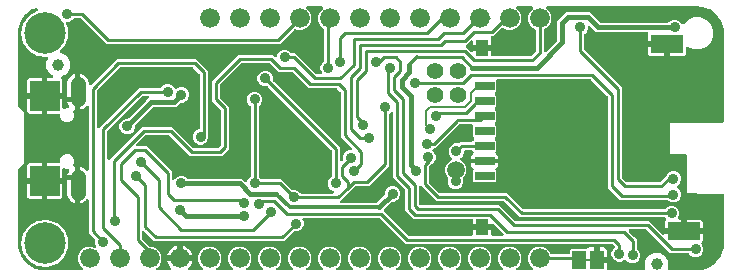
<source format=gbr>
G04 EAGLE Gerber RS-274X export*
G75*
%MOMM*%
%FSLAX34Y34*%
%LPD*%
%INBottom Copper*%
%IPPOS*%
%AMOC8*
5,1,8,0,0,1.08239X$1,22.5*%
G01*
%ADD10C,3.516000*%
%ADD11R,2.500000X2.500000*%
%ADD12C,1.308000*%
%ADD13C,1.676400*%
%ADD14R,2.700000X1.500000*%
%ADD15R,1.700000X0.750000*%
%ADD16R,1.050000X1.400000*%
%ADD17C,1.408000*%
%ADD18C,1.000000*%
%ADD19R,1.168400X1.600200*%
%ADD20R,0.635000X0.203200*%
%ADD21C,1.500000*%
%ADD22C,0.906400*%
%ADD23C,0.254000*%
%ADD24C,0.406400*%
%ADD25C,0.304800*%
%ADD26C,0.152400*%

G36*
X131486Y2558D02*
X131486Y2558D01*
X131624Y2571D01*
X131643Y2578D01*
X131664Y2581D01*
X131793Y2632D01*
X131924Y2679D01*
X131940Y2690D01*
X131959Y2698D01*
X132071Y2779D01*
X132187Y2857D01*
X132200Y2873D01*
X132217Y2884D01*
X132305Y2992D01*
X132397Y3096D01*
X132406Y3114D01*
X132419Y3129D01*
X132479Y3255D01*
X132542Y3379D01*
X132546Y3399D01*
X132555Y3417D01*
X132581Y3554D01*
X132611Y3689D01*
X132611Y3710D01*
X132615Y3729D01*
X132606Y3868D01*
X132602Y4007D01*
X132596Y4027D01*
X132595Y4047D01*
X132552Y4179D01*
X132513Y4313D01*
X132503Y4330D01*
X132497Y4349D01*
X132423Y4467D01*
X132352Y4587D01*
X132333Y4608D01*
X132327Y4618D01*
X132312Y4632D01*
X132245Y4707D01*
X131369Y5584D01*
X130358Y6975D01*
X129577Y8507D01*
X129046Y10142D01*
X129037Y10201D01*
X138470Y10201D01*
X138588Y10216D01*
X138707Y10223D01*
X138745Y10235D01*
X138785Y10241D01*
X138896Y10284D01*
X139009Y10321D01*
X139043Y10343D01*
X139081Y10358D01*
X139177Y10427D01*
X139278Y10491D01*
X139306Y10521D01*
X139338Y10544D01*
X139414Y10636D01*
X139496Y10723D01*
X139515Y10758D01*
X139541Y10789D01*
X139592Y10897D01*
X139649Y11001D01*
X139659Y11041D01*
X139677Y11077D01*
X139697Y11184D01*
X139701Y11154D01*
X139745Y11044D01*
X139781Y10931D01*
X139803Y10896D01*
X139818Y10859D01*
X139888Y10762D01*
X139951Y10662D01*
X139981Y10634D01*
X140005Y10601D01*
X140096Y10525D01*
X140183Y10444D01*
X140218Y10424D01*
X140250Y10399D01*
X140357Y10348D01*
X140462Y10290D01*
X140501Y10280D01*
X140537Y10263D01*
X140654Y10241D01*
X140770Y10211D01*
X140830Y10207D01*
X140850Y10203D01*
X140870Y10205D01*
X140930Y10201D01*
X150363Y10201D01*
X150354Y10142D01*
X149823Y8507D01*
X149042Y6975D01*
X148031Y5584D01*
X147155Y4707D01*
X147070Y4598D01*
X146981Y4491D01*
X146972Y4472D01*
X146960Y4456D01*
X146904Y4328D01*
X146845Y4203D01*
X146841Y4183D01*
X146833Y4164D01*
X146811Y4026D01*
X146785Y3890D01*
X146787Y3870D01*
X146783Y3850D01*
X146796Y3711D01*
X146805Y3573D01*
X146811Y3554D01*
X146813Y3534D01*
X146860Y3402D01*
X146903Y3271D01*
X146914Y3253D01*
X146921Y3234D01*
X146999Y3119D01*
X147073Y3002D01*
X147088Y2988D01*
X147099Y2971D01*
X147203Y2879D01*
X147305Y2784D01*
X147323Y2774D01*
X147338Y2761D01*
X147462Y2698D01*
X147583Y2630D01*
X147603Y2625D01*
X147621Y2616D01*
X147757Y2586D01*
X147891Y2551D01*
X147919Y2549D01*
X147931Y2546D01*
X147952Y2547D01*
X148052Y2541D01*
X158185Y2541D01*
X158322Y2558D01*
X158461Y2571D01*
X158480Y2578D01*
X158500Y2581D01*
X158629Y2632D01*
X158760Y2679D01*
X158777Y2690D01*
X158796Y2698D01*
X158908Y2779D01*
X159024Y2857D01*
X159037Y2873D01*
X159053Y2884D01*
X159142Y2992D01*
X159234Y3096D01*
X159243Y3114D01*
X159256Y3129D01*
X159315Y3255D01*
X159379Y3379D01*
X159383Y3399D01*
X159392Y3417D01*
X159418Y3553D01*
X159448Y3689D01*
X159448Y3710D01*
X159451Y3729D01*
X159443Y3868D01*
X159439Y4007D01*
X159433Y4027D01*
X159432Y4047D01*
X159389Y4179D01*
X159350Y4313D01*
X159340Y4330D01*
X159334Y4349D01*
X159259Y4467D01*
X159189Y4587D01*
X159170Y4608D01*
X159164Y4618D01*
X159149Y4632D01*
X159082Y4707D01*
X156701Y7088D01*
X155193Y10729D01*
X155193Y14671D01*
X156701Y18312D01*
X159488Y21099D01*
X163129Y22607D01*
X167071Y22607D01*
X170712Y21099D01*
X173499Y18312D01*
X175007Y14671D01*
X175007Y10729D01*
X173499Y7088D01*
X171118Y4707D01*
X171032Y4598D01*
X170944Y4491D01*
X170935Y4472D01*
X170923Y4456D01*
X170867Y4328D01*
X170808Y4203D01*
X170805Y4183D01*
X170796Y4164D01*
X170775Y4026D01*
X170749Y3890D01*
X170750Y3870D01*
X170747Y3850D01*
X170760Y3711D01*
X170768Y3573D01*
X170774Y3554D01*
X170776Y3534D01*
X170824Y3402D01*
X170866Y3271D01*
X170877Y3253D01*
X170884Y3234D01*
X170962Y3119D01*
X171036Y3002D01*
X171051Y2988D01*
X171063Y2971D01*
X171167Y2879D01*
X171268Y2784D01*
X171286Y2774D01*
X171301Y2761D01*
X171425Y2697D01*
X171547Y2630D01*
X171566Y2625D01*
X171584Y2616D01*
X171720Y2586D01*
X171855Y2551D01*
X171883Y2549D01*
X171895Y2546D01*
X171915Y2547D01*
X172015Y2541D01*
X183585Y2541D01*
X183722Y2558D01*
X183861Y2571D01*
X183880Y2578D01*
X183900Y2581D01*
X184029Y2632D01*
X184160Y2679D01*
X184177Y2690D01*
X184196Y2698D01*
X184308Y2779D01*
X184424Y2857D01*
X184437Y2873D01*
X184453Y2884D01*
X184542Y2992D01*
X184634Y3096D01*
X184643Y3114D01*
X184656Y3129D01*
X184715Y3255D01*
X184779Y3379D01*
X184783Y3399D01*
X184792Y3417D01*
X184818Y3553D01*
X184848Y3689D01*
X184848Y3710D01*
X184851Y3729D01*
X184843Y3868D01*
X184839Y4007D01*
X184833Y4027D01*
X184832Y4047D01*
X184789Y4179D01*
X184750Y4313D01*
X184740Y4330D01*
X184734Y4349D01*
X184659Y4467D01*
X184589Y4587D01*
X184570Y4608D01*
X184564Y4618D01*
X184549Y4632D01*
X184482Y4707D01*
X182101Y7088D01*
X180593Y10729D01*
X180593Y14671D01*
X182101Y18312D01*
X184888Y21099D01*
X188529Y22607D01*
X192471Y22607D01*
X196112Y21099D01*
X198899Y18312D01*
X200407Y14671D01*
X200407Y10729D01*
X198899Y7088D01*
X196518Y4707D01*
X196432Y4598D01*
X196344Y4491D01*
X196335Y4472D01*
X196323Y4456D01*
X196267Y4328D01*
X196208Y4203D01*
X196205Y4183D01*
X196196Y4164D01*
X196175Y4026D01*
X196149Y3890D01*
X196150Y3870D01*
X196147Y3850D01*
X196160Y3711D01*
X196168Y3573D01*
X196174Y3554D01*
X196176Y3534D01*
X196224Y3402D01*
X196266Y3271D01*
X196277Y3253D01*
X196284Y3234D01*
X196362Y3119D01*
X196436Y3002D01*
X196451Y2988D01*
X196463Y2971D01*
X196567Y2879D01*
X196668Y2784D01*
X196686Y2774D01*
X196701Y2761D01*
X196825Y2697D01*
X196947Y2630D01*
X196966Y2625D01*
X196984Y2616D01*
X197120Y2586D01*
X197255Y2551D01*
X197283Y2549D01*
X197295Y2546D01*
X197315Y2547D01*
X197415Y2541D01*
X208985Y2541D01*
X209122Y2558D01*
X209261Y2571D01*
X209280Y2578D01*
X209300Y2581D01*
X209429Y2632D01*
X209560Y2679D01*
X209577Y2690D01*
X209596Y2698D01*
X209708Y2779D01*
X209824Y2857D01*
X209837Y2873D01*
X209853Y2884D01*
X209942Y2992D01*
X210034Y3096D01*
X210043Y3114D01*
X210056Y3129D01*
X210115Y3255D01*
X210179Y3379D01*
X210183Y3399D01*
X210192Y3417D01*
X210218Y3553D01*
X210248Y3689D01*
X210248Y3710D01*
X210251Y3729D01*
X210243Y3868D01*
X210239Y4007D01*
X210233Y4027D01*
X210232Y4047D01*
X210189Y4179D01*
X210150Y4313D01*
X210140Y4330D01*
X210134Y4349D01*
X210059Y4467D01*
X209989Y4587D01*
X209970Y4608D01*
X209964Y4618D01*
X209949Y4632D01*
X209882Y4707D01*
X207501Y7088D01*
X205993Y10729D01*
X205993Y14671D01*
X207501Y18312D01*
X210288Y21099D01*
X213929Y22607D01*
X217871Y22607D01*
X221512Y21099D01*
X224299Y18312D01*
X225807Y14671D01*
X225807Y10729D01*
X224299Y7088D01*
X221918Y4707D01*
X221832Y4598D01*
X221744Y4491D01*
X221735Y4472D01*
X221723Y4456D01*
X221667Y4328D01*
X221608Y4203D01*
X221605Y4183D01*
X221596Y4164D01*
X221575Y4026D01*
X221549Y3890D01*
X221550Y3870D01*
X221547Y3850D01*
X221560Y3711D01*
X221568Y3573D01*
X221574Y3554D01*
X221576Y3534D01*
X221624Y3402D01*
X221666Y3271D01*
X221677Y3253D01*
X221684Y3234D01*
X221762Y3119D01*
X221836Y3002D01*
X221851Y2988D01*
X221863Y2971D01*
X221967Y2879D01*
X222068Y2784D01*
X222086Y2774D01*
X222101Y2761D01*
X222225Y2697D01*
X222347Y2630D01*
X222366Y2625D01*
X222384Y2616D01*
X222520Y2586D01*
X222655Y2551D01*
X222683Y2549D01*
X222695Y2546D01*
X222715Y2547D01*
X222815Y2541D01*
X234385Y2541D01*
X234522Y2558D01*
X234661Y2571D01*
X234680Y2578D01*
X234700Y2581D01*
X234829Y2632D01*
X234960Y2679D01*
X234977Y2690D01*
X234996Y2698D01*
X235108Y2779D01*
X235224Y2857D01*
X235237Y2873D01*
X235253Y2884D01*
X235342Y2992D01*
X235434Y3096D01*
X235443Y3114D01*
X235456Y3129D01*
X235515Y3255D01*
X235579Y3379D01*
X235583Y3399D01*
X235592Y3417D01*
X235618Y3553D01*
X235648Y3689D01*
X235648Y3710D01*
X235651Y3729D01*
X235643Y3868D01*
X235639Y4007D01*
X235633Y4027D01*
X235632Y4047D01*
X235589Y4179D01*
X235550Y4313D01*
X235540Y4330D01*
X235534Y4349D01*
X235459Y4467D01*
X235389Y4587D01*
X235370Y4608D01*
X235364Y4618D01*
X235349Y4632D01*
X235282Y4707D01*
X232901Y7088D01*
X231393Y10729D01*
X231393Y14671D01*
X232901Y18312D01*
X235688Y21099D01*
X239329Y22607D01*
X243271Y22607D01*
X246912Y21099D01*
X249699Y18312D01*
X251207Y14671D01*
X251207Y10729D01*
X249699Y7088D01*
X247318Y4707D01*
X247232Y4598D01*
X247144Y4491D01*
X247135Y4472D01*
X247123Y4456D01*
X247067Y4328D01*
X247008Y4203D01*
X247005Y4183D01*
X246996Y4164D01*
X246975Y4026D01*
X246949Y3890D01*
X246950Y3870D01*
X246947Y3850D01*
X246960Y3711D01*
X246968Y3573D01*
X246974Y3554D01*
X246976Y3534D01*
X247024Y3402D01*
X247066Y3271D01*
X247077Y3253D01*
X247084Y3234D01*
X247162Y3119D01*
X247236Y3002D01*
X247251Y2988D01*
X247263Y2971D01*
X247367Y2879D01*
X247468Y2784D01*
X247486Y2774D01*
X247501Y2761D01*
X247625Y2697D01*
X247747Y2630D01*
X247766Y2625D01*
X247784Y2616D01*
X247920Y2586D01*
X248055Y2551D01*
X248083Y2549D01*
X248095Y2546D01*
X248115Y2547D01*
X248215Y2541D01*
X259785Y2541D01*
X259922Y2558D01*
X260061Y2571D01*
X260080Y2578D01*
X260100Y2581D01*
X260229Y2632D01*
X260360Y2679D01*
X260377Y2690D01*
X260396Y2698D01*
X260508Y2779D01*
X260624Y2857D01*
X260637Y2873D01*
X260653Y2884D01*
X260742Y2992D01*
X260834Y3096D01*
X260843Y3114D01*
X260856Y3129D01*
X260915Y3255D01*
X260979Y3379D01*
X260983Y3399D01*
X260992Y3417D01*
X261018Y3553D01*
X261048Y3689D01*
X261048Y3710D01*
X261051Y3729D01*
X261043Y3868D01*
X261039Y4007D01*
X261033Y4027D01*
X261032Y4047D01*
X260989Y4179D01*
X260950Y4313D01*
X260940Y4330D01*
X260934Y4349D01*
X260859Y4467D01*
X260789Y4587D01*
X260770Y4608D01*
X260764Y4618D01*
X260749Y4632D01*
X260682Y4707D01*
X258301Y7088D01*
X256793Y10729D01*
X256793Y14671D01*
X258301Y18312D01*
X261088Y21099D01*
X264729Y22607D01*
X268671Y22607D01*
X272312Y21099D01*
X275099Y18312D01*
X276607Y14671D01*
X276607Y10729D01*
X275099Y7088D01*
X272718Y4707D01*
X272632Y4598D01*
X272544Y4491D01*
X272535Y4472D01*
X272523Y4456D01*
X272467Y4328D01*
X272408Y4203D01*
X272405Y4183D01*
X272396Y4164D01*
X272375Y4026D01*
X272349Y3890D01*
X272350Y3870D01*
X272347Y3850D01*
X272360Y3711D01*
X272368Y3573D01*
X272374Y3554D01*
X272376Y3534D01*
X272424Y3402D01*
X272466Y3271D01*
X272477Y3253D01*
X272484Y3234D01*
X272562Y3119D01*
X272636Y3002D01*
X272651Y2988D01*
X272663Y2971D01*
X272767Y2879D01*
X272868Y2784D01*
X272886Y2774D01*
X272901Y2761D01*
X273025Y2697D01*
X273147Y2630D01*
X273166Y2625D01*
X273184Y2616D01*
X273320Y2586D01*
X273455Y2551D01*
X273483Y2549D01*
X273495Y2546D01*
X273515Y2547D01*
X273615Y2541D01*
X285185Y2541D01*
X285322Y2558D01*
X285461Y2571D01*
X285480Y2578D01*
X285500Y2581D01*
X285629Y2632D01*
X285760Y2679D01*
X285777Y2690D01*
X285796Y2698D01*
X285908Y2779D01*
X286024Y2857D01*
X286037Y2873D01*
X286053Y2884D01*
X286142Y2992D01*
X286234Y3096D01*
X286243Y3114D01*
X286256Y3129D01*
X286315Y3255D01*
X286379Y3379D01*
X286383Y3399D01*
X286392Y3417D01*
X286418Y3553D01*
X286448Y3689D01*
X286448Y3710D01*
X286451Y3729D01*
X286443Y3868D01*
X286439Y4007D01*
X286433Y4027D01*
X286432Y4047D01*
X286389Y4179D01*
X286350Y4313D01*
X286340Y4330D01*
X286334Y4349D01*
X286259Y4467D01*
X286189Y4587D01*
X286170Y4608D01*
X286164Y4618D01*
X286149Y4632D01*
X286082Y4707D01*
X283701Y7088D01*
X282193Y10729D01*
X282193Y14671D01*
X283701Y18312D01*
X286488Y21099D01*
X290129Y22607D01*
X294071Y22607D01*
X297712Y21099D01*
X300499Y18312D01*
X302007Y14671D01*
X302007Y10729D01*
X300499Y7088D01*
X298118Y4707D01*
X298032Y4598D01*
X297944Y4491D01*
X297935Y4472D01*
X297923Y4456D01*
X297867Y4328D01*
X297808Y4203D01*
X297805Y4183D01*
X297796Y4164D01*
X297775Y4026D01*
X297749Y3890D01*
X297750Y3870D01*
X297747Y3850D01*
X297760Y3711D01*
X297768Y3573D01*
X297774Y3554D01*
X297776Y3534D01*
X297824Y3402D01*
X297866Y3271D01*
X297877Y3253D01*
X297884Y3234D01*
X297962Y3119D01*
X298036Y3002D01*
X298051Y2988D01*
X298063Y2971D01*
X298167Y2879D01*
X298268Y2784D01*
X298286Y2774D01*
X298301Y2761D01*
X298425Y2697D01*
X298547Y2630D01*
X298566Y2625D01*
X298584Y2616D01*
X298720Y2586D01*
X298855Y2551D01*
X298883Y2549D01*
X298895Y2546D01*
X298915Y2547D01*
X299015Y2541D01*
X310585Y2541D01*
X310722Y2558D01*
X310861Y2571D01*
X310880Y2578D01*
X310900Y2581D01*
X311029Y2632D01*
X311160Y2679D01*
X311177Y2690D01*
X311196Y2698D01*
X311308Y2779D01*
X311424Y2857D01*
X311437Y2873D01*
X311453Y2884D01*
X311542Y2992D01*
X311634Y3096D01*
X311643Y3114D01*
X311656Y3129D01*
X311715Y3255D01*
X311779Y3379D01*
X311783Y3399D01*
X311792Y3417D01*
X311818Y3553D01*
X311848Y3689D01*
X311848Y3710D01*
X311851Y3729D01*
X311843Y3868D01*
X311839Y4007D01*
X311833Y4027D01*
X311832Y4047D01*
X311789Y4179D01*
X311750Y4313D01*
X311740Y4330D01*
X311734Y4349D01*
X311659Y4467D01*
X311589Y4587D01*
X311570Y4608D01*
X311564Y4618D01*
X311549Y4632D01*
X311482Y4707D01*
X309101Y7088D01*
X307593Y10729D01*
X307593Y14671D01*
X309101Y18312D01*
X311888Y21099D01*
X315529Y22607D01*
X319471Y22607D01*
X323112Y21099D01*
X325899Y18312D01*
X327407Y14671D01*
X327407Y10729D01*
X325899Y7088D01*
X323518Y4707D01*
X323432Y4598D01*
X323344Y4491D01*
X323335Y4472D01*
X323323Y4456D01*
X323267Y4328D01*
X323208Y4203D01*
X323205Y4183D01*
X323196Y4164D01*
X323175Y4026D01*
X323149Y3890D01*
X323150Y3870D01*
X323147Y3850D01*
X323160Y3711D01*
X323168Y3573D01*
X323174Y3554D01*
X323176Y3534D01*
X323224Y3402D01*
X323266Y3271D01*
X323277Y3253D01*
X323284Y3234D01*
X323362Y3119D01*
X323436Y3002D01*
X323451Y2988D01*
X323463Y2971D01*
X323567Y2879D01*
X323668Y2784D01*
X323686Y2774D01*
X323701Y2761D01*
X323825Y2697D01*
X323947Y2630D01*
X323966Y2625D01*
X323984Y2616D01*
X324120Y2586D01*
X324255Y2551D01*
X324283Y2549D01*
X324295Y2546D01*
X324315Y2547D01*
X324415Y2541D01*
X335985Y2541D01*
X336122Y2558D01*
X336261Y2571D01*
X336280Y2578D01*
X336300Y2581D01*
X336429Y2632D01*
X336560Y2679D01*
X336577Y2690D01*
X336596Y2698D01*
X336708Y2779D01*
X336824Y2857D01*
X336837Y2873D01*
X336853Y2884D01*
X336942Y2992D01*
X337034Y3096D01*
X337043Y3114D01*
X337056Y3129D01*
X337115Y3255D01*
X337179Y3379D01*
X337183Y3399D01*
X337192Y3417D01*
X337218Y3553D01*
X337248Y3689D01*
X337248Y3710D01*
X337251Y3729D01*
X337243Y3868D01*
X337239Y4007D01*
X337233Y4027D01*
X337232Y4047D01*
X337189Y4179D01*
X337150Y4313D01*
X337140Y4330D01*
X337134Y4349D01*
X337059Y4467D01*
X336989Y4587D01*
X336970Y4608D01*
X336964Y4618D01*
X336949Y4632D01*
X336882Y4707D01*
X334501Y7088D01*
X332993Y10729D01*
X332993Y14671D01*
X334501Y18312D01*
X337288Y21099D01*
X340929Y22607D01*
X344871Y22607D01*
X348512Y21099D01*
X351299Y18312D01*
X352807Y14671D01*
X352807Y10729D01*
X351299Y7088D01*
X348918Y4707D01*
X348832Y4598D01*
X348744Y4491D01*
X348735Y4472D01*
X348723Y4456D01*
X348667Y4328D01*
X348608Y4203D01*
X348605Y4183D01*
X348596Y4164D01*
X348575Y4026D01*
X348549Y3890D01*
X348550Y3870D01*
X348547Y3850D01*
X348560Y3711D01*
X348568Y3573D01*
X348574Y3554D01*
X348576Y3534D01*
X348624Y3402D01*
X348666Y3271D01*
X348677Y3253D01*
X348684Y3234D01*
X348762Y3119D01*
X348836Y3002D01*
X348851Y2988D01*
X348863Y2971D01*
X348967Y2879D01*
X349068Y2784D01*
X349086Y2774D01*
X349101Y2761D01*
X349225Y2697D01*
X349347Y2630D01*
X349366Y2625D01*
X349384Y2616D01*
X349520Y2586D01*
X349655Y2551D01*
X349683Y2549D01*
X349695Y2546D01*
X349715Y2547D01*
X349815Y2541D01*
X361385Y2541D01*
X361522Y2558D01*
X361661Y2571D01*
X361680Y2578D01*
X361700Y2581D01*
X361829Y2632D01*
X361960Y2679D01*
X361977Y2690D01*
X361996Y2698D01*
X362108Y2779D01*
X362224Y2857D01*
X362237Y2873D01*
X362253Y2884D01*
X362342Y2992D01*
X362434Y3096D01*
X362443Y3114D01*
X362456Y3129D01*
X362515Y3255D01*
X362579Y3379D01*
X362583Y3399D01*
X362592Y3417D01*
X362618Y3553D01*
X362648Y3689D01*
X362648Y3710D01*
X362651Y3729D01*
X362643Y3868D01*
X362639Y4007D01*
X362633Y4027D01*
X362632Y4047D01*
X362589Y4179D01*
X362550Y4313D01*
X362540Y4330D01*
X362534Y4349D01*
X362459Y4467D01*
X362389Y4587D01*
X362370Y4608D01*
X362364Y4618D01*
X362349Y4632D01*
X362282Y4707D01*
X359901Y7088D01*
X358393Y10729D01*
X358393Y14671D01*
X359901Y18312D01*
X362688Y21099D01*
X366329Y22607D01*
X370271Y22607D01*
X373912Y21099D01*
X376699Y18312D01*
X378207Y14671D01*
X378207Y10729D01*
X376699Y7088D01*
X374318Y4707D01*
X374232Y4598D01*
X374144Y4491D01*
X374135Y4472D01*
X374123Y4456D01*
X374067Y4328D01*
X374008Y4203D01*
X374005Y4183D01*
X373996Y4164D01*
X373975Y4026D01*
X373949Y3890D01*
X373950Y3870D01*
X373947Y3850D01*
X373960Y3711D01*
X373968Y3573D01*
X373974Y3554D01*
X373976Y3534D01*
X374024Y3402D01*
X374066Y3271D01*
X374077Y3253D01*
X374084Y3234D01*
X374162Y3119D01*
X374236Y3002D01*
X374251Y2988D01*
X374263Y2971D01*
X374367Y2879D01*
X374468Y2784D01*
X374486Y2774D01*
X374501Y2761D01*
X374625Y2697D01*
X374747Y2630D01*
X374766Y2625D01*
X374784Y2616D01*
X374920Y2586D01*
X375055Y2551D01*
X375083Y2549D01*
X375095Y2546D01*
X375115Y2547D01*
X375215Y2541D01*
X386785Y2541D01*
X386922Y2558D01*
X387061Y2571D01*
X387080Y2578D01*
X387100Y2581D01*
X387229Y2632D01*
X387360Y2679D01*
X387377Y2690D01*
X387396Y2698D01*
X387508Y2779D01*
X387624Y2857D01*
X387637Y2873D01*
X387653Y2884D01*
X387742Y2992D01*
X387834Y3096D01*
X387843Y3114D01*
X387856Y3129D01*
X387915Y3255D01*
X387979Y3379D01*
X387983Y3399D01*
X387992Y3417D01*
X388018Y3553D01*
X388048Y3689D01*
X388048Y3710D01*
X388051Y3729D01*
X388043Y3868D01*
X388039Y4007D01*
X388033Y4027D01*
X388032Y4047D01*
X387989Y4179D01*
X387950Y4313D01*
X387940Y4330D01*
X387934Y4349D01*
X387859Y4467D01*
X387789Y4587D01*
X387770Y4608D01*
X387764Y4618D01*
X387749Y4632D01*
X387682Y4707D01*
X385301Y7088D01*
X383793Y10729D01*
X383793Y14671D01*
X385301Y18312D01*
X388088Y21099D01*
X391729Y22607D01*
X395671Y22607D01*
X399312Y21099D01*
X402099Y18312D01*
X403607Y14671D01*
X403607Y10729D01*
X402099Y7088D01*
X399718Y4707D01*
X399632Y4598D01*
X399544Y4491D01*
X399535Y4472D01*
X399523Y4456D01*
X399467Y4328D01*
X399408Y4203D01*
X399405Y4183D01*
X399396Y4164D01*
X399375Y4026D01*
X399349Y3890D01*
X399350Y3870D01*
X399347Y3850D01*
X399360Y3711D01*
X399368Y3573D01*
X399374Y3554D01*
X399376Y3534D01*
X399424Y3402D01*
X399466Y3271D01*
X399477Y3253D01*
X399484Y3234D01*
X399562Y3119D01*
X399636Y3002D01*
X399651Y2988D01*
X399663Y2971D01*
X399767Y2879D01*
X399868Y2784D01*
X399886Y2774D01*
X399901Y2761D01*
X400025Y2697D01*
X400147Y2630D01*
X400166Y2625D01*
X400184Y2616D01*
X400320Y2586D01*
X400455Y2551D01*
X400483Y2549D01*
X400495Y2546D01*
X400515Y2547D01*
X400615Y2541D01*
X412185Y2541D01*
X412322Y2558D01*
X412461Y2571D01*
X412480Y2578D01*
X412500Y2581D01*
X412629Y2632D01*
X412760Y2679D01*
X412777Y2690D01*
X412796Y2698D01*
X412908Y2779D01*
X413024Y2857D01*
X413037Y2873D01*
X413053Y2884D01*
X413142Y2992D01*
X413234Y3096D01*
X413243Y3114D01*
X413256Y3129D01*
X413315Y3255D01*
X413379Y3379D01*
X413383Y3399D01*
X413392Y3417D01*
X413418Y3553D01*
X413448Y3689D01*
X413448Y3710D01*
X413451Y3729D01*
X413443Y3868D01*
X413439Y4007D01*
X413433Y4027D01*
X413432Y4047D01*
X413389Y4179D01*
X413350Y4313D01*
X413340Y4330D01*
X413334Y4349D01*
X413259Y4467D01*
X413189Y4587D01*
X413170Y4608D01*
X413164Y4618D01*
X413149Y4632D01*
X413082Y4707D01*
X410701Y7088D01*
X409193Y10729D01*
X409193Y14671D01*
X410701Y18312D01*
X413488Y21099D01*
X417129Y22607D01*
X421071Y22607D01*
X424712Y21099D01*
X427499Y18312D01*
X429007Y14671D01*
X429007Y10729D01*
X427499Y7088D01*
X425118Y4707D01*
X425032Y4598D01*
X424944Y4491D01*
X424935Y4472D01*
X424923Y4456D01*
X424867Y4328D01*
X424808Y4203D01*
X424805Y4183D01*
X424796Y4164D01*
X424775Y4026D01*
X424749Y3890D01*
X424750Y3870D01*
X424747Y3850D01*
X424760Y3711D01*
X424768Y3573D01*
X424774Y3554D01*
X424776Y3534D01*
X424824Y3402D01*
X424866Y3271D01*
X424877Y3253D01*
X424884Y3234D01*
X424962Y3119D01*
X425036Y3002D01*
X425051Y2988D01*
X425063Y2971D01*
X425167Y2879D01*
X425268Y2784D01*
X425286Y2774D01*
X425301Y2761D01*
X425425Y2697D01*
X425547Y2630D01*
X425566Y2625D01*
X425584Y2616D01*
X425720Y2586D01*
X425855Y2551D01*
X425883Y2549D01*
X425895Y2546D01*
X425915Y2547D01*
X426015Y2541D01*
X437585Y2541D01*
X437722Y2558D01*
X437861Y2571D01*
X437880Y2578D01*
X437900Y2581D01*
X438029Y2632D01*
X438160Y2679D01*
X438177Y2690D01*
X438196Y2698D01*
X438308Y2779D01*
X438424Y2857D01*
X438437Y2873D01*
X438453Y2884D01*
X438542Y2992D01*
X438634Y3096D01*
X438643Y3114D01*
X438656Y3129D01*
X438715Y3255D01*
X438779Y3379D01*
X438783Y3399D01*
X438792Y3417D01*
X438818Y3553D01*
X438848Y3689D01*
X438848Y3710D01*
X438851Y3729D01*
X438843Y3868D01*
X438839Y4007D01*
X438833Y4027D01*
X438832Y4047D01*
X438789Y4179D01*
X438750Y4313D01*
X438740Y4330D01*
X438734Y4349D01*
X438659Y4467D01*
X438589Y4587D01*
X438570Y4608D01*
X438564Y4618D01*
X438549Y4632D01*
X438482Y4707D01*
X436101Y7088D01*
X434593Y10729D01*
X434593Y14671D01*
X436101Y18312D01*
X438888Y21099D01*
X442529Y22607D01*
X446471Y22607D01*
X450112Y21099D01*
X452899Y18312D01*
X453530Y16786D01*
X453545Y16761D01*
X453554Y16733D01*
X453624Y16623D01*
X453688Y16510D01*
X453708Y16489D01*
X453724Y16464D01*
X453819Y16375D01*
X453909Y16282D01*
X453934Y16266D01*
X453956Y16246D01*
X454070Y16183D01*
X454180Y16115D01*
X454209Y16107D01*
X454234Y16092D01*
X454360Y16060D01*
X454484Y16022D01*
X454514Y16020D01*
X454542Y16013D01*
X454703Y16003D01*
X468884Y16003D01*
X469002Y16018D01*
X469121Y16025D01*
X469159Y16038D01*
X469200Y16043D01*
X469310Y16086D01*
X469423Y16123D01*
X469458Y16145D01*
X469495Y16160D01*
X469591Y16229D01*
X469692Y16293D01*
X469720Y16323D01*
X469753Y16346D01*
X469829Y16438D01*
X469910Y16525D01*
X469930Y16560D01*
X469955Y16591D01*
X470006Y16699D01*
X470064Y16803D01*
X470074Y16843D01*
X470091Y16879D01*
X470113Y16996D01*
X470143Y17111D01*
X470147Y17171D01*
X470151Y17191D01*
X470149Y17212D01*
X470153Y17272D01*
X470153Y20063D01*
X471046Y20956D01*
X484324Y20956D01*
X484422Y20968D01*
X484521Y20971D01*
X484579Y20988D01*
X484639Y20996D01*
X484731Y21032D01*
X484827Y21060D01*
X484879Y21090D01*
X484935Y21113D01*
X485015Y21171D01*
X485101Y21221D01*
X485176Y21287D01*
X485192Y21299D01*
X485200Y21309D01*
X485221Y21327D01*
X485358Y21464D01*
X485937Y21799D01*
X486584Y21972D01*
X490221Y21972D01*
X490221Y12700D01*
X490236Y12582D01*
X490243Y12463D01*
X490256Y12425D01*
X490261Y12385D01*
X490304Y12274D01*
X490341Y12161D01*
X490363Y12126D01*
X490378Y12089D01*
X490448Y11993D01*
X490511Y11892D01*
X490541Y11864D01*
X490565Y11832D01*
X490656Y11756D01*
X490743Y11674D01*
X490778Y11655D01*
X490809Y11629D01*
X490917Y11578D01*
X491021Y11521D01*
X491061Y11510D01*
X491097Y11493D01*
X491214Y11471D01*
X491329Y11441D01*
X491390Y11437D01*
X491410Y11433D01*
X491430Y11435D01*
X491490Y11431D01*
X492761Y11431D01*
X492761Y10160D01*
X492776Y10042D01*
X492783Y9923D01*
X492796Y9885D01*
X492801Y9845D01*
X492845Y9734D01*
X492881Y9621D01*
X492903Y9586D01*
X492918Y9549D01*
X492988Y9453D01*
X493051Y9352D01*
X493081Y9324D01*
X493105Y9291D01*
X493196Y9216D01*
X493283Y9134D01*
X493318Y9114D01*
X493350Y9089D01*
X493457Y9038D01*
X493561Y8980D01*
X493601Y8970D01*
X493637Y8953D01*
X493754Y8931D01*
X493869Y8901D01*
X493930Y8897D01*
X493950Y8893D01*
X493970Y8895D01*
X494030Y8891D01*
X501143Y8891D01*
X501143Y3810D01*
X501158Y3692D01*
X501165Y3573D01*
X501178Y3535D01*
X501183Y3494D01*
X501226Y3384D01*
X501263Y3271D01*
X501285Y3236D01*
X501300Y3199D01*
X501369Y3103D01*
X501433Y3002D01*
X501463Y2974D01*
X501486Y2941D01*
X501578Y2865D01*
X501665Y2784D01*
X501700Y2764D01*
X501731Y2739D01*
X501839Y2688D01*
X501943Y2630D01*
X501983Y2620D01*
X502019Y2603D01*
X502136Y2581D01*
X502251Y2551D01*
X502311Y2547D01*
X502331Y2543D01*
X502352Y2545D01*
X502412Y2541D01*
X532746Y2541D01*
X532877Y2557D01*
X533010Y2568D01*
X533035Y2577D01*
X533062Y2581D01*
X533185Y2629D01*
X533310Y2673D01*
X533332Y2688D01*
X533357Y2698D01*
X533465Y2775D01*
X533575Y2849D01*
X533593Y2869D01*
X533615Y2884D01*
X533699Y2986D01*
X533788Y3085D01*
X533800Y3109D01*
X533818Y3129D01*
X533874Y3249D01*
X533935Y3366D01*
X533942Y3393D01*
X533953Y3417D01*
X533978Y3547D01*
X534008Y3676D01*
X534008Y3703D01*
X534013Y3729D01*
X534005Y3861D01*
X534002Y3994D01*
X533995Y4020D01*
X533993Y4047D01*
X533952Y4173D01*
X533917Y4300D01*
X533900Y4335D01*
X533895Y4349D01*
X533884Y4368D01*
X533845Y4445D01*
X533559Y4940D01*
X533559Y10300D01*
X536239Y14941D01*
X540880Y17621D01*
X546240Y17621D01*
X550881Y14941D01*
X553561Y10300D01*
X553561Y4940D01*
X553275Y4445D01*
X553223Y4323D01*
X553167Y4203D01*
X553162Y4176D01*
X553151Y4151D01*
X553132Y4020D01*
X553107Y3890D01*
X553109Y3864D01*
X553105Y3837D01*
X553119Y3705D01*
X553127Y3573D01*
X553135Y3547D01*
X553138Y3521D01*
X553184Y3396D01*
X553225Y3271D01*
X553239Y3248D01*
X553249Y3222D01*
X553324Y3114D01*
X553395Y3002D01*
X553415Y2983D01*
X553430Y2961D01*
X553530Y2875D01*
X553627Y2784D01*
X553650Y2771D01*
X553671Y2753D01*
X553789Y2694D01*
X553905Y2630D01*
X553931Y2624D01*
X553955Y2612D01*
X554085Y2584D01*
X554213Y2551D01*
X554251Y2549D01*
X554266Y2545D01*
X554288Y2546D01*
X554374Y2541D01*
X577850Y2541D01*
X577872Y2543D01*
X577950Y2545D01*
X581327Y2810D01*
X581395Y2824D01*
X581464Y2829D01*
X581620Y2869D01*
X588044Y4956D01*
X588151Y5006D01*
X588262Y5050D01*
X588313Y5083D01*
X588332Y5091D01*
X588347Y5104D01*
X588398Y5136D01*
X593862Y9107D01*
X593949Y9188D01*
X593996Y9227D01*
X594002Y9231D01*
X594003Y9232D01*
X594041Y9264D01*
X594079Y9310D01*
X594094Y9324D01*
X594105Y9342D01*
X594143Y9388D01*
X598114Y14852D01*
X598171Y14956D01*
X598235Y15056D01*
X598257Y15113D01*
X598267Y15131D01*
X598272Y15151D01*
X598294Y15206D01*
X600381Y21630D01*
X600394Y21698D01*
X600417Y21764D01*
X600440Y21923D01*
X600705Y25300D01*
X600705Y25304D01*
X600706Y25307D01*
X600705Y25326D01*
X600709Y25400D01*
X600709Y66040D01*
X600694Y66158D01*
X600687Y66277D01*
X600674Y66315D01*
X600669Y66356D01*
X600626Y66466D01*
X600589Y66579D01*
X600567Y66614D01*
X600552Y66651D01*
X600483Y66747D01*
X600419Y66848D01*
X600389Y66876D01*
X600366Y66909D01*
X600274Y66985D01*
X600187Y67066D01*
X600152Y67086D01*
X600121Y67111D01*
X600013Y67162D01*
X599909Y67220D01*
X599869Y67230D01*
X599833Y67247D01*
X599716Y67269D01*
X599601Y67299D01*
X599541Y67303D01*
X599521Y67307D01*
X599500Y67305D01*
X599440Y67309D01*
X578311Y67309D01*
X578258Y67382D01*
X578194Y67483D01*
X578164Y67511D01*
X578141Y67544D01*
X578049Y67620D01*
X577962Y67701D01*
X577927Y67721D01*
X577896Y67746D01*
X577788Y67797D01*
X577684Y67855D01*
X577644Y67865D01*
X577608Y67882D01*
X577491Y67904D01*
X577376Y67934D01*
X577316Y67938D01*
X577296Y67942D01*
X577275Y67940D01*
X577215Y67944D01*
X568959Y67944D01*
X568959Y99695D01*
X568944Y99813D01*
X568937Y99932D01*
X568924Y99970D01*
X568919Y100011D01*
X568876Y100121D01*
X568839Y100234D01*
X568817Y100269D01*
X568802Y100306D01*
X568733Y100402D01*
X568669Y100503D01*
X568639Y100531D01*
X568616Y100564D01*
X568524Y100640D01*
X568437Y100721D01*
X568402Y100741D01*
X568371Y100766D01*
X568263Y100817D01*
X568159Y100875D01*
X568119Y100885D01*
X568083Y100902D01*
X567966Y100924D01*
X567851Y100954D01*
X567791Y100958D01*
X567771Y100962D01*
X567750Y100960D01*
X567690Y100964D01*
X554989Y100964D01*
X554989Y127636D01*
X599440Y127636D01*
X599558Y127651D01*
X599677Y127658D01*
X599715Y127671D01*
X599756Y127676D01*
X599866Y127719D01*
X599979Y127756D01*
X600014Y127778D01*
X600051Y127793D01*
X600147Y127863D01*
X600248Y127926D01*
X600276Y127956D01*
X600309Y127979D01*
X600385Y128071D01*
X600466Y128158D01*
X600486Y128193D01*
X600511Y128224D01*
X600562Y128332D01*
X600620Y128436D01*
X600630Y128476D01*
X600647Y128512D01*
X600669Y128629D01*
X600699Y128744D01*
X600703Y128805D01*
X600707Y128825D01*
X600705Y128845D01*
X600709Y128905D01*
X600709Y203200D01*
X600707Y203222D01*
X600705Y203300D01*
X600440Y206677D01*
X600426Y206745D01*
X600421Y206814D01*
X600381Y206970D01*
X598294Y213394D01*
X598244Y213501D01*
X598200Y213612D01*
X598167Y213663D01*
X598159Y213682D01*
X598146Y213697D01*
X598114Y213748D01*
X594143Y219212D01*
X594062Y219299D01*
X593986Y219391D01*
X593940Y219429D01*
X593926Y219444D01*
X593908Y219455D01*
X593862Y219493D01*
X588398Y223464D01*
X588294Y223521D01*
X588194Y223585D01*
X588137Y223607D01*
X588119Y223617D01*
X588099Y223622D01*
X588044Y223644D01*
X581620Y225731D01*
X581552Y225744D01*
X581486Y225767D01*
X581327Y225790D01*
X577950Y226055D01*
X577928Y226054D01*
X577850Y226059D01*
X451415Y226059D01*
X451278Y226042D01*
X451139Y226029D01*
X451120Y226022D01*
X451100Y226019D01*
X450971Y225968D01*
X450840Y225921D01*
X450823Y225910D01*
X450804Y225902D01*
X450692Y225821D01*
X450576Y225743D01*
X450563Y225727D01*
X450547Y225716D01*
X450458Y225608D01*
X450366Y225504D01*
X450357Y225486D01*
X450344Y225471D01*
X450285Y225345D01*
X450221Y225221D01*
X450217Y225201D01*
X450208Y225183D01*
X450182Y225047D01*
X450152Y224911D01*
X450152Y224890D01*
X450149Y224871D01*
X450157Y224732D01*
X450161Y224593D01*
X450167Y224573D01*
X450168Y224553D01*
X450211Y224421D01*
X450250Y224287D01*
X450260Y224270D01*
X450266Y224251D01*
X450341Y224133D01*
X450411Y224013D01*
X450430Y223992D01*
X450436Y223982D01*
X450451Y223968D01*
X450518Y223893D01*
X452899Y221512D01*
X454407Y217871D01*
X454407Y213929D01*
X452899Y210288D01*
X450112Y207501D01*
X448586Y206870D01*
X448561Y206855D01*
X448533Y206846D01*
X448423Y206776D01*
X448310Y206712D01*
X448289Y206692D01*
X448264Y206676D01*
X448175Y206581D01*
X448082Y206491D01*
X448066Y206466D01*
X448046Y206444D01*
X447983Y206330D01*
X447915Y206220D01*
X447907Y206191D01*
X447892Y206166D01*
X447860Y206040D01*
X447822Y205916D01*
X447820Y205886D01*
X447813Y205858D01*
X447803Y205697D01*
X447803Y188645D01*
X447820Y188508D01*
X447833Y188369D01*
X447840Y188350D01*
X447843Y188330D01*
X447894Y188201D01*
X447941Y188070D01*
X447952Y188053D01*
X447960Y188034D01*
X448041Y187922D01*
X448119Y187807D01*
X448135Y187793D01*
X448146Y187777D01*
X448254Y187688D01*
X448358Y187596D01*
X448376Y187587D01*
X448391Y187574D01*
X448517Y187515D01*
X448641Y187452D01*
X448661Y187447D01*
X448679Y187438D01*
X448815Y187412D01*
X448951Y187382D01*
X448972Y187382D01*
X448991Y187379D01*
X449130Y187387D01*
X449269Y187392D01*
X449289Y187397D01*
X449309Y187398D01*
X449441Y187441D01*
X449575Y187480D01*
X449592Y187490D01*
X449611Y187496D01*
X449729Y187571D01*
X449849Y187641D01*
X449870Y187660D01*
X449880Y187667D01*
X449894Y187682D01*
X449969Y187748D01*
X459114Y196892D01*
X459174Y196970D01*
X459242Y197042D01*
X459271Y197095D01*
X459308Y197143D01*
X459348Y197234D01*
X459396Y197321D01*
X459411Y197379D01*
X459435Y197435D01*
X459450Y197533D01*
X459475Y197629D01*
X459481Y197729D01*
X459485Y197749D01*
X459483Y197761D01*
X459485Y197789D01*
X459485Y213774D01*
X466946Y221235D01*
X486824Y221235D01*
X495342Y212716D01*
X495420Y212656D01*
X495492Y212588D01*
X495545Y212559D01*
X495593Y212522D01*
X495684Y212482D01*
X495771Y212434D01*
X495829Y212419D01*
X495885Y212395D01*
X495983Y212380D01*
X496079Y212355D01*
X496179Y212349D01*
X496199Y212345D01*
X496211Y212347D01*
X496239Y212345D01*
X553055Y212345D01*
X553153Y212357D01*
X553252Y212360D01*
X553310Y212377D01*
X553371Y212385D01*
X553463Y212421D01*
X553558Y212449D01*
X553610Y212479D01*
X553666Y212502D01*
X553746Y212560D01*
X553832Y212610D01*
X553907Y212676D01*
X553924Y212688D01*
X553931Y212698D01*
X553953Y212716D01*
X555081Y213845D01*
X557494Y214845D01*
X560106Y214845D01*
X562519Y213845D01*
X564365Y211999D01*
X564556Y211538D01*
X564581Y211495D01*
X564598Y211448D01*
X564659Y211357D01*
X564714Y211261D01*
X564748Y211226D01*
X564776Y211185D01*
X564859Y211112D01*
X564935Y211033D01*
X564977Y211007D01*
X565015Y210974D01*
X565113Y210924D01*
X565206Y210867D01*
X565254Y210852D01*
X565298Y210830D01*
X565405Y210805D01*
X565510Y210773D01*
X565560Y210771D01*
X565608Y210760D01*
X565718Y210763D01*
X565828Y210758D01*
X565876Y210768D01*
X565926Y210770D01*
X566032Y210800D01*
X566139Y210822D01*
X566184Y210844D01*
X566232Y210858D01*
X566326Y210914D01*
X566425Y210962D01*
X566463Y210994D01*
X566506Y211019D01*
X566626Y211126D01*
X570180Y214679D01*
X575157Y216741D01*
X580543Y216741D01*
X585520Y214679D01*
X589329Y210870D01*
X591391Y205893D01*
X591391Y200507D01*
X589329Y195530D01*
X585520Y191721D01*
X580543Y189659D01*
X575157Y189659D01*
X570016Y191789D01*
X569968Y191802D01*
X569923Y191823D01*
X569815Y191844D01*
X569709Y191873D01*
X569659Y191873D01*
X569610Y191883D01*
X569501Y191876D01*
X569391Y191878D01*
X569343Y191866D01*
X569293Y191863D01*
X569189Y191829D01*
X569082Y191804D01*
X569038Y191780D01*
X568991Y191765D01*
X568898Y191706D01*
X568801Y191655D01*
X568764Y191621D01*
X568722Y191595D01*
X568647Y191515D01*
X568565Y191441D01*
X568538Y191399D01*
X568504Y191363D01*
X568451Y191267D01*
X568391Y191175D01*
X568374Y191128D01*
X568350Y191085D01*
X568323Y190978D01*
X568287Y190874D01*
X568283Y190825D01*
X568271Y190777D01*
X568261Y190616D01*
X568261Y186326D01*
X568088Y185679D01*
X567753Y185100D01*
X567280Y184627D01*
X566701Y184292D01*
X566054Y184119D01*
X554759Y184119D01*
X554759Y192890D01*
X554744Y193008D01*
X554737Y193127D01*
X554724Y193165D01*
X554719Y193205D01*
X554675Y193316D01*
X554639Y193429D01*
X554617Y193464D01*
X554602Y193501D01*
X554532Y193597D01*
X554469Y193698D01*
X554439Y193726D01*
X554415Y193758D01*
X554324Y193834D01*
X554237Y193916D01*
X554202Y193935D01*
X554170Y193961D01*
X554063Y194012D01*
X553959Y194069D01*
X553919Y194080D01*
X553883Y194097D01*
X553766Y194119D01*
X553651Y194149D01*
X553590Y194153D01*
X553570Y194157D01*
X553550Y194155D01*
X553490Y194159D01*
X552219Y194159D01*
X552219Y195430D01*
X552204Y195548D01*
X552197Y195667D01*
X552184Y195705D01*
X552179Y195745D01*
X552135Y195856D01*
X552099Y195969D01*
X552077Y196004D01*
X552062Y196041D01*
X551992Y196137D01*
X551929Y196238D01*
X551899Y196266D01*
X551875Y196298D01*
X551784Y196374D01*
X551697Y196456D01*
X551662Y196475D01*
X551630Y196501D01*
X551523Y196552D01*
X551419Y196609D01*
X551379Y196620D01*
X551343Y196637D01*
X551226Y196659D01*
X551111Y196689D01*
X551050Y196693D01*
X551030Y196697D01*
X551010Y196695D01*
X550950Y196699D01*
X536179Y196699D01*
X536179Y201994D01*
X536346Y202617D01*
X536363Y202742D01*
X536387Y202866D01*
X536385Y202899D01*
X536389Y202933D01*
X536375Y203058D01*
X536367Y203183D01*
X536357Y203215D01*
X536353Y203248D01*
X536308Y203366D01*
X536269Y203485D01*
X536251Y203514D01*
X536239Y203545D01*
X536166Y203648D01*
X536099Y203754D01*
X536074Y203777D01*
X536055Y203805D01*
X535959Y203886D01*
X535867Y203972D01*
X535838Y203988D01*
X535812Y204010D01*
X535699Y204065D01*
X535589Y204126D01*
X535556Y204134D01*
X535526Y204149D01*
X535402Y204174D01*
X535281Y204205D01*
X535232Y204208D01*
X535214Y204212D01*
X535192Y204211D01*
X535120Y204215D01*
X492346Y204215D01*
X489594Y206968D01*
X487521Y209040D01*
X487412Y209125D01*
X487305Y209214D01*
X487286Y209223D01*
X487270Y209235D01*
X487142Y209291D01*
X487017Y209350D01*
X486997Y209353D01*
X486978Y209361D01*
X486840Y209383D01*
X486704Y209409D01*
X486684Y209408D01*
X486664Y209411D01*
X486525Y209398D01*
X486387Y209390D01*
X486368Y209383D01*
X486348Y209381D01*
X486216Y209334D01*
X486085Y209292D01*
X486067Y209281D01*
X486048Y209274D01*
X485933Y209196D01*
X485816Y209121D01*
X485802Y209107D01*
X485785Y209095D01*
X485693Y208991D01*
X485598Y208890D01*
X485588Y208872D01*
X485575Y208857D01*
X485511Y208733D01*
X485444Y208611D01*
X485439Y208592D01*
X485430Y208574D01*
X485400Y208438D01*
X485365Y208303D01*
X485363Y208275D01*
X485360Y208263D01*
X485361Y208243D01*
X485355Y208143D01*
X485355Y206974D01*
X484355Y204561D01*
X482464Y202671D01*
X482404Y202592D01*
X482336Y202520D01*
X482307Y202467D01*
X482270Y202419D01*
X482230Y202328D01*
X482182Y202242D01*
X482167Y202183D01*
X482143Y202127D01*
X482128Y202029D01*
X482103Y201934D01*
X482097Y201834D01*
X482093Y201813D01*
X482095Y201801D01*
X482093Y201773D01*
X482093Y189854D01*
X482105Y189756D01*
X482108Y189657D01*
X482125Y189598D01*
X482133Y189538D01*
X482169Y189446D01*
X482197Y189351D01*
X482227Y189299D01*
X482250Y189243D01*
X482308Y189163D01*
X482358Y189077D01*
X482424Y189002D01*
X482436Y188985D01*
X482446Y188977D01*
X482464Y188956D01*
X513843Y157578D01*
X513843Y81904D01*
X513855Y81806D01*
X513858Y81707D01*
X513875Y81648D01*
X513883Y81588D01*
X513919Y81496D01*
X513947Y81401D01*
X513977Y81349D01*
X514000Y81293D01*
X514058Y81213D01*
X514108Y81127D01*
X514174Y81052D01*
X514186Y81035D01*
X514196Y81027D01*
X514214Y81006D01*
X517886Y77334D01*
X517965Y77274D01*
X518037Y77206D01*
X518090Y77177D01*
X518138Y77140D01*
X518229Y77100D01*
X518315Y77052D01*
X518374Y77037D01*
X518429Y77013D01*
X518527Y76998D01*
X518623Y76973D01*
X518723Y76967D01*
X518744Y76963D01*
X518756Y76965D01*
X518784Y76963D01*
X545476Y76963D01*
X545574Y76975D01*
X545673Y76978D01*
X545732Y76995D01*
X545792Y77003D01*
X545884Y77039D01*
X545979Y77067D01*
X546031Y77097D01*
X546087Y77120D01*
X546167Y77178D01*
X546253Y77228D01*
X546328Y77294D01*
X546345Y77306D01*
X546353Y77316D01*
X546374Y77334D01*
X550046Y81006D01*
X551218Y82179D01*
X551224Y82186D01*
X551231Y82192D01*
X551322Y82313D01*
X551413Y82430D01*
X551417Y82439D01*
X551422Y82446D01*
X551493Y82591D01*
X551965Y83729D01*
X553811Y85575D01*
X556224Y86575D01*
X558836Y86575D01*
X561249Y85575D01*
X563095Y83729D01*
X564095Y81316D01*
X564095Y78704D01*
X563095Y76291D01*
X561197Y74393D01*
X561175Y74381D01*
X561160Y74368D01*
X561143Y74358D01*
X561043Y74261D01*
X560940Y74167D01*
X560929Y74151D01*
X560914Y74137D01*
X560841Y74018D01*
X560765Y73902D01*
X560758Y73883D01*
X560748Y73866D01*
X560707Y73733D01*
X560662Y73601D01*
X560660Y73581D01*
X560654Y73562D01*
X560648Y73423D01*
X560636Y73284D01*
X560640Y73264D01*
X560639Y73244D01*
X560667Y73108D01*
X560691Y72970D01*
X560699Y72952D01*
X560703Y72933D01*
X560764Y72807D01*
X560821Y72681D01*
X560834Y72665D01*
X560843Y72647D01*
X560933Y72541D01*
X561020Y72432D01*
X561036Y72420D01*
X561049Y72405D01*
X561163Y72324D01*
X561169Y72320D01*
X563095Y70394D01*
X564095Y67981D01*
X564095Y65369D01*
X563095Y62956D01*
X561249Y61110D01*
X558836Y60110D01*
X556224Y60110D01*
X553811Y61110D01*
X553296Y61626D01*
X553217Y61686D01*
X553145Y61754D01*
X553092Y61783D01*
X553044Y61820D01*
X552953Y61860D01*
X552867Y61908D01*
X552808Y61923D01*
X552752Y61947D01*
X552654Y61962D01*
X552559Y61987D01*
X552459Y61993D01*
X552438Y61997D01*
X552426Y61995D01*
X552398Y61997D01*
X512452Y61997D01*
X502157Y72292D01*
X502157Y149236D01*
X502145Y149334D01*
X502142Y149433D01*
X502125Y149492D01*
X502117Y149552D01*
X502081Y149644D01*
X502053Y149739D01*
X502023Y149791D01*
X502000Y149847D01*
X501942Y149927D01*
X501892Y150013D01*
X501826Y150088D01*
X501814Y150105D01*
X501804Y150113D01*
X501786Y150134D01*
X487954Y163966D01*
X487875Y164026D01*
X487803Y164094D01*
X487750Y164123D01*
X487702Y164160D01*
X487611Y164200D01*
X487525Y164248D01*
X487466Y164263D01*
X487411Y164287D01*
X487313Y164302D01*
X487217Y164327D01*
X487117Y164333D01*
X487096Y164337D01*
X487084Y164335D01*
X487056Y164337D01*
X409114Y164337D01*
X408996Y164322D01*
X408877Y164315D01*
X408839Y164302D01*
X408798Y164297D01*
X408688Y164254D01*
X408575Y164217D01*
X408540Y164195D01*
X408503Y164180D01*
X408407Y164111D01*
X408306Y164047D01*
X408278Y164017D01*
X408245Y163994D01*
X408169Y163902D01*
X408088Y163815D01*
X408068Y163780D01*
X408043Y163749D01*
X407992Y163641D01*
X407934Y163537D01*
X407924Y163497D01*
X407907Y163461D01*
X407885Y163344D01*
X407855Y163229D01*
X407851Y163169D01*
X407847Y163149D01*
X407849Y163128D01*
X407845Y163068D01*
X407845Y154278D01*
X406774Y153207D01*
X406701Y153113D01*
X406622Y153024D01*
X406612Y153005D01*
X406602Y152993D01*
X406594Y152976D01*
X406579Y152956D01*
X406531Y152847D01*
X406477Y152741D01*
X406472Y152716D01*
X406467Y152705D01*
X406464Y152691D01*
X406453Y152664D01*
X406434Y152547D01*
X406408Y152431D01*
X406409Y152402D01*
X406407Y152393D01*
X406408Y152381D01*
X406403Y152350D01*
X406414Y152232D01*
X406417Y152113D01*
X406426Y152083D01*
X406427Y152075D01*
X406429Y152067D01*
X406432Y152034D01*
X406473Y151922D01*
X406506Y151807D01*
X406523Y151779D01*
X406525Y151773D01*
X406528Y151767D01*
X406540Y151734D01*
X406607Y151636D01*
X406667Y151533D01*
X406707Y151488D01*
X406719Y151471D01*
X406734Y151458D01*
X406774Y151412D01*
X407845Y150342D01*
X407845Y141578D01*
X406774Y140507D01*
X406701Y140413D01*
X406622Y140324D01*
X406610Y140301D01*
X406610Y140300D01*
X406607Y140296D01*
X406604Y140288D01*
X406579Y140256D01*
X406531Y140147D01*
X406477Y140041D01*
X406469Y140002D01*
X406453Y139964D01*
X406434Y139847D01*
X406408Y139731D01*
X406409Y139690D01*
X406403Y139650D01*
X406414Y139532D01*
X406417Y139413D01*
X406429Y139374D01*
X406432Y139334D01*
X406473Y139222D01*
X406506Y139107D01*
X406526Y139072D01*
X406540Y139034D01*
X406607Y138936D01*
X406667Y138833D01*
X406707Y138788D01*
X406719Y138771D01*
X406734Y138758D01*
X406774Y138712D01*
X407845Y137642D01*
X407845Y128878D01*
X406774Y127807D01*
X406701Y127713D01*
X406622Y127624D01*
X406604Y127588D01*
X406579Y127556D01*
X406531Y127447D01*
X406477Y127341D01*
X406469Y127302D01*
X406453Y127264D01*
X406434Y127147D01*
X406408Y127031D01*
X406409Y126990D01*
X406403Y126950D01*
X406414Y126832D01*
X406417Y126713D01*
X406429Y126674D01*
X406432Y126634D01*
X406473Y126522D01*
X406506Y126407D01*
X406526Y126372D01*
X406540Y126334D01*
X406607Y126236D01*
X406667Y126133D01*
X406707Y126088D01*
X406719Y126071D01*
X406734Y126058D01*
X406774Y126012D01*
X407845Y124942D01*
X407845Y116178D01*
X406774Y115107D01*
X406701Y115013D01*
X406622Y114924D01*
X406604Y114888D01*
X406579Y114856D01*
X406531Y114747D01*
X406477Y114641D01*
X406469Y114602D01*
X406453Y114564D01*
X406434Y114447D01*
X406408Y114331D01*
X406409Y114290D01*
X406403Y114250D01*
X406414Y114132D01*
X406417Y114013D01*
X406429Y113974D01*
X406432Y113934D01*
X406473Y113822D01*
X406506Y113707D01*
X406526Y113672D01*
X406540Y113634D01*
X406607Y113536D01*
X406667Y113433D01*
X406707Y113388D01*
X406719Y113371D01*
X406734Y113358D01*
X406774Y113312D01*
X407845Y112242D01*
X407845Y103478D01*
X407420Y103054D01*
X407343Y102954D01*
X407261Y102859D01*
X407246Y102829D01*
X407225Y102802D01*
X407175Y102687D01*
X407119Y102574D01*
X407112Y102541D01*
X407099Y102511D01*
X407079Y102386D01*
X407053Y102263D01*
X407054Y102230D01*
X407049Y102196D01*
X407061Y102071D01*
X407066Y101946D01*
X407075Y101913D01*
X407079Y101880D01*
X407121Y101761D01*
X407157Y101641D01*
X407175Y101612D01*
X407186Y101581D01*
X407257Y101476D01*
X407322Y101369D01*
X407346Y101345D01*
X407365Y101317D01*
X407459Y101234D01*
X407549Y101146D01*
X407590Y101119D01*
X407603Y101107D01*
X407623Y101097D01*
X407683Y101057D01*
X407880Y100943D01*
X408353Y100470D01*
X408688Y99891D01*
X408861Y99244D01*
X408861Y97034D01*
X398425Y97034D01*
X398307Y97019D01*
X398188Y97012D01*
X398150Y96999D01*
X398110Y96994D01*
X397999Y96951D01*
X397886Y96914D01*
X397852Y96892D01*
X397814Y96877D01*
X397812Y96876D01*
X397788Y96887D01*
X397683Y96945D01*
X397644Y96955D01*
X397608Y96972D01*
X397491Y96994D01*
X397375Y97024D01*
X397315Y97028D01*
X397295Y97032D01*
X397275Y97030D01*
X397215Y97034D01*
X386779Y97034D01*
X386779Y99244D01*
X386952Y99891D01*
X387287Y100470D01*
X387760Y100943D01*
X387957Y101057D01*
X388057Y101133D01*
X388161Y101204D01*
X388184Y101229D01*
X388210Y101249D01*
X388289Y101348D01*
X388372Y101442D01*
X388387Y101472D01*
X388408Y101498D01*
X388459Y101613D01*
X388516Y101725D01*
X388524Y101758D01*
X388537Y101789D01*
X388559Y101913D01*
X388586Y102035D01*
X388585Y102069D01*
X388591Y102102D01*
X388580Y102228D01*
X388576Y102353D01*
X388567Y102386D01*
X388564Y102419D01*
X388523Y102538D01*
X388488Y102659D01*
X388471Y102688D01*
X388460Y102720D01*
X388390Y102824D01*
X388326Y102933D01*
X388294Y102970D01*
X388284Y102985D01*
X388268Y102999D01*
X388220Y103054D01*
X387775Y103499D01*
X387773Y103525D01*
X387760Y103563D01*
X387755Y103604D01*
X387712Y103714D01*
X387675Y103827D01*
X387653Y103862D01*
X387638Y103899D01*
X387569Y103995D01*
X387505Y104096D01*
X387475Y104124D01*
X387452Y104157D01*
X387360Y104233D01*
X387273Y104314D01*
X387238Y104334D01*
X387207Y104359D01*
X387099Y104410D01*
X386995Y104468D01*
X386955Y104478D01*
X386919Y104495D01*
X386802Y104517D01*
X386687Y104547D01*
X386627Y104551D01*
X386607Y104555D01*
X386586Y104553D01*
X386526Y104557D01*
X381849Y104557D01*
X381731Y104542D01*
X381612Y104535D01*
X381574Y104522D01*
X381533Y104517D01*
X381423Y104474D01*
X381310Y104437D01*
X381275Y104415D01*
X381238Y104400D01*
X381142Y104331D01*
X381041Y104267D01*
X381013Y104237D01*
X380980Y104214D01*
X380904Y104122D01*
X380823Y104035D01*
X380803Y104000D01*
X380778Y103969D01*
X380727Y103861D01*
X380669Y103757D01*
X380659Y103717D01*
X380642Y103681D01*
X380620Y103564D01*
X380590Y103449D01*
X380586Y103389D01*
X380582Y103369D01*
X380584Y103348D01*
X380580Y103288D01*
X380580Y102199D01*
X379580Y99786D01*
X377733Y97939D01*
X377613Y97871D01*
X377491Y97806D01*
X377476Y97793D01*
X377458Y97782D01*
X377358Y97686D01*
X377255Y97592D01*
X377244Y97575D01*
X377230Y97561D01*
X377157Y97443D01*
X377081Y97326D01*
X377074Y97307D01*
X377063Y97290D01*
X377022Y97157D01*
X376977Y97026D01*
X376976Y97005D01*
X376970Y96986D01*
X376963Y96847D01*
X376952Y96709D01*
X376956Y96689D01*
X376955Y96668D01*
X376983Y96532D01*
X377006Y96395D01*
X377015Y96377D01*
X377019Y96357D01*
X377080Y96232D01*
X377137Y96105D01*
X377150Y96089D01*
X377159Y96071D01*
X377249Y95966D01*
X377336Y95857D01*
X377352Y95845D01*
X377365Y95829D01*
X377478Y95749D01*
X377590Y95666D01*
X377615Y95653D01*
X377625Y95646D01*
X377644Y95639D01*
X377734Y95595D01*
X378492Y95281D01*
X381031Y92742D01*
X382405Y89425D01*
X382405Y85835D01*
X381031Y82518D01*
X379952Y81440D01*
X379934Y81416D01*
X379912Y81397D01*
X379837Y81291D01*
X379758Y81188D01*
X379746Y81161D01*
X379729Y81137D01*
X379683Y81016D01*
X379631Y80896D01*
X379627Y80867D01*
X379616Y80840D01*
X379602Y80711D01*
X379581Y80582D01*
X379584Y80553D01*
X379581Y80524D01*
X379599Y80395D01*
X379611Y80266D01*
X379621Y80238D01*
X379625Y80209D01*
X379677Y80056D01*
X379945Y79411D01*
X379945Y76799D01*
X378945Y74386D01*
X377099Y72540D01*
X374686Y71540D01*
X372074Y71540D01*
X369661Y72540D01*
X367815Y74386D01*
X366815Y76799D01*
X366815Y79411D01*
X367083Y80056D01*
X367090Y80085D01*
X367104Y80111D01*
X367132Y80238D01*
X367167Y80363D01*
X367167Y80393D01*
X367174Y80421D01*
X367170Y80551D01*
X367172Y80681D01*
X367165Y80710D01*
X367164Y80739D01*
X367128Y80864D01*
X367098Y80990D01*
X367084Y81016D01*
X367075Y81045D01*
X367010Y81157D01*
X366949Y81271D01*
X366929Y81293D01*
X366914Y81319D01*
X366808Y81440D01*
X365729Y82518D01*
X364355Y85835D01*
X364355Y89425D01*
X365729Y92742D01*
X368268Y95281D01*
X369827Y95927D01*
X369871Y95951D01*
X369917Y95968D01*
X370008Y96030D01*
X370104Y96084D01*
X370139Y96119D01*
X370180Y96147D01*
X370253Y96229D01*
X370332Y96306D01*
X370358Y96348D01*
X370391Y96385D01*
X370441Y96483D01*
X370498Y96577D01*
X370513Y96624D01*
X370536Y96668D01*
X370560Y96776D01*
X370592Y96881D01*
X370594Y96930D01*
X370605Y96979D01*
X370602Y97088D01*
X370607Y97198D01*
X370597Y97247D01*
X370596Y97297D01*
X370565Y97402D01*
X370543Y97510D01*
X370521Y97554D01*
X370507Y97602D01*
X370451Y97697D01*
X370403Y97795D01*
X370371Y97833D01*
X370346Y97876D01*
X370239Y97997D01*
X368450Y99786D01*
X367450Y102199D01*
X367450Y104811D01*
X368450Y107224D01*
X370296Y109070D01*
X372709Y110070D01*
X375383Y110070D01*
X375481Y110082D01*
X375580Y110085D01*
X375639Y110102D01*
X375699Y110110D01*
X375791Y110146D01*
X375886Y110174D01*
X375938Y110204D01*
X375994Y110227D01*
X376074Y110285D01*
X376160Y110335D01*
X376235Y110401D01*
X376252Y110413D01*
X376260Y110423D01*
X376281Y110441D01*
X377002Y111163D01*
X386526Y111163D01*
X386644Y111178D01*
X386763Y111185D01*
X386801Y111198D01*
X386842Y111203D01*
X386952Y111246D01*
X387065Y111283D01*
X387100Y111305D01*
X387137Y111320D01*
X387233Y111389D01*
X387334Y111453D01*
X387362Y111483D01*
X387395Y111506D01*
X387471Y111598D01*
X387552Y111685D01*
X387572Y111720D01*
X387597Y111751D01*
X387648Y111859D01*
X387706Y111963D01*
X387716Y112003D01*
X387733Y112039D01*
X387755Y112156D01*
X387771Y112217D01*
X388866Y113312D01*
X388939Y113407D01*
X389018Y113496D01*
X389036Y113532D01*
X389061Y113564D01*
X389108Y113673D01*
X389163Y113779D01*
X389171Y113818D01*
X389187Y113856D01*
X389206Y113973D01*
X389232Y114089D01*
X389231Y114130D01*
X389237Y114170D01*
X389226Y114288D01*
X389223Y114407D01*
X389211Y114446D01*
X389208Y114486D01*
X389167Y114599D01*
X389134Y114713D01*
X389114Y114747D01*
X389100Y114786D01*
X389033Y114884D01*
X388973Y114987D01*
X388933Y115032D01*
X388921Y115049D01*
X388906Y115062D01*
X388866Y115107D01*
X387795Y116178D01*
X387795Y124968D01*
X387780Y125086D01*
X387773Y125205D01*
X387760Y125243D01*
X387755Y125284D01*
X387712Y125394D01*
X387675Y125507D01*
X387653Y125542D01*
X387638Y125579D01*
X387569Y125675D01*
X387505Y125776D01*
X387475Y125804D01*
X387452Y125837D01*
X387360Y125913D01*
X387273Y125994D01*
X387238Y126014D01*
X387207Y126039D01*
X387099Y126090D01*
X386995Y126148D01*
X386955Y126158D01*
X386919Y126175D01*
X386802Y126197D01*
X386687Y126227D01*
X386627Y126231D01*
X386607Y126235D01*
X386586Y126233D01*
X386526Y126237D01*
X376544Y126237D01*
X376446Y126225D01*
X376347Y126222D01*
X376288Y126205D01*
X376228Y126197D01*
X376136Y126161D01*
X376041Y126133D01*
X375989Y126103D01*
X375933Y126080D01*
X375853Y126022D01*
X375767Y125972D01*
X375692Y125906D01*
X375675Y125894D01*
X375667Y125884D01*
X375646Y125866D01*
X356333Y106552D01*
X355757Y106552D01*
X355659Y106540D01*
X355560Y106537D01*
X355502Y106520D01*
X355441Y106512D01*
X355349Y106476D01*
X355254Y106448D01*
X355202Y106418D01*
X355146Y106395D01*
X355066Y106337D01*
X354980Y106287D01*
X354905Y106221D01*
X354888Y106209D01*
X354881Y106199D01*
X354859Y106181D01*
X354034Y105355D01*
X353961Y105261D01*
X353882Y105172D01*
X353864Y105136D01*
X353839Y105104D01*
X353792Y104994D01*
X353738Y104888D01*
X353729Y104849D01*
X353713Y104812D01*
X353694Y104694D01*
X353668Y104578D01*
X353669Y104538D01*
X353663Y104498D01*
X353674Y104379D01*
X353678Y104260D01*
X353689Y104221D01*
X353693Y104181D01*
X353733Y104069D01*
X353766Y103955D01*
X353787Y103920D01*
X353800Y103882D01*
X353867Y103783D01*
X353928Y103681D01*
X353967Y103636D01*
X353979Y103619D01*
X353994Y103605D01*
X354034Y103560D01*
X355450Y102144D01*
X356450Y99731D01*
X356450Y97119D01*
X355450Y94706D01*
X353604Y92860D01*
X352982Y92602D01*
X352865Y92536D01*
X352746Y92474D01*
X352728Y92457D01*
X352706Y92445D01*
X352610Y92351D01*
X352535Y92285D01*
X352525Y92283D01*
X352399Y92241D01*
X352271Y92204D01*
X352248Y92190D01*
X352224Y92182D01*
X352112Y92110D01*
X351997Y92042D01*
X351969Y92018D01*
X351957Y92009D01*
X351942Y91993D01*
X351877Y91936D01*
X351516Y91575D01*
X351019Y91079D01*
X350959Y91000D01*
X350891Y90928D01*
X350862Y90875D01*
X350825Y90827D01*
X350785Y90736D01*
X350737Y90650D01*
X350722Y90591D01*
X350698Y90536D01*
X350683Y90438D01*
X350658Y90342D01*
X350652Y90242D01*
X350648Y90221D01*
X350650Y90209D01*
X350648Y90181D01*
X350648Y77459D01*
X350660Y77361D01*
X350663Y77262D01*
X350680Y77203D01*
X350688Y77143D01*
X350724Y77051D01*
X350752Y76956D01*
X350782Y76904D01*
X350805Y76848D01*
X350863Y76768D01*
X350913Y76682D01*
X350979Y76607D01*
X350991Y76590D01*
X351001Y76582D01*
X351019Y76561D01*
X359136Y68444D01*
X359215Y68384D01*
X359287Y68316D01*
X359340Y68287D01*
X359388Y68250D01*
X359479Y68210D01*
X359565Y68162D01*
X359624Y68147D01*
X359679Y68123D01*
X359777Y68108D01*
X359873Y68083D01*
X359973Y68077D01*
X359994Y68073D01*
X360006Y68075D01*
X360034Y68073D01*
X416658Y68073D01*
X430256Y54474D01*
X430335Y54414D01*
X430407Y54346D01*
X430460Y54317D01*
X430508Y54280D01*
X430599Y54240D01*
X430685Y54192D01*
X430744Y54177D01*
X430799Y54153D01*
X430897Y54138D01*
X430993Y54113D01*
X431093Y54107D01*
X431113Y54103D01*
X431126Y54105D01*
X431154Y54103D01*
X549753Y54103D01*
X549851Y54115D01*
X549950Y54118D01*
X550009Y54135D01*
X550069Y54143D01*
X550161Y54179D01*
X550256Y54207D01*
X550308Y54237D01*
X550364Y54260D01*
X550444Y54318D01*
X550530Y54368D01*
X550605Y54434D01*
X550622Y54446D01*
X550629Y54456D01*
X550651Y54474D01*
X552541Y56365D01*
X554954Y57365D01*
X557566Y57365D01*
X559979Y56365D01*
X561825Y54519D01*
X562825Y52106D01*
X562825Y49494D01*
X561939Y47356D01*
X561926Y47308D01*
X561905Y47263D01*
X561884Y47155D01*
X561855Y47049D01*
X561854Y46999D01*
X561845Y46950D01*
X561852Y46841D01*
X561850Y46731D01*
X561862Y46683D01*
X561865Y46633D01*
X561898Y46529D01*
X561924Y46422D01*
X561947Y46378D01*
X561963Y46331D01*
X562021Y46238D01*
X562073Y46141D01*
X562106Y46104D01*
X562133Y46062D01*
X562213Y45987D01*
X562287Y45905D01*
X562328Y45878D01*
X562364Y45844D01*
X562461Y45791D01*
X562552Y45731D01*
X562599Y45714D01*
X562643Y45690D01*
X562749Y45663D01*
X562853Y45627D01*
X562903Y45623D01*
X562951Y45611D01*
X563112Y45601D01*
X563881Y45601D01*
X563881Y38099D01*
X550379Y38099D01*
X550379Y43394D01*
X550552Y44041D01*
X550887Y44620D01*
X551124Y44857D01*
X551197Y44951D01*
X551276Y45040D01*
X551294Y45076D01*
X551319Y45108D01*
X551366Y45218D01*
X551420Y45324D01*
X551429Y45363D01*
X551445Y45400D01*
X551464Y45518D01*
X551490Y45634D01*
X551489Y45674D01*
X551495Y45714D01*
X551484Y45833D01*
X551480Y45952D01*
X551469Y45991D01*
X551465Y46031D01*
X551425Y46143D01*
X551392Y46257D01*
X551371Y46292D01*
X551358Y46330D01*
X551291Y46429D01*
X551230Y46531D01*
X551191Y46577D01*
X551179Y46593D01*
X551164Y46607D01*
X551124Y46652D01*
X550651Y47126D01*
X550572Y47186D01*
X550500Y47254D01*
X550447Y47283D01*
X550399Y47320D01*
X550308Y47360D01*
X550222Y47408D01*
X550163Y47423D01*
X550107Y47447D01*
X550009Y47462D01*
X549914Y47487D01*
X549814Y47493D01*
X549793Y47497D01*
X549781Y47495D01*
X549753Y47497D01*
X427892Y47497D01*
X425586Y49803D01*
X425586Y49804D01*
X414294Y61096D01*
X414215Y61156D01*
X414143Y61224D01*
X414090Y61253D01*
X414042Y61290D01*
X413951Y61330D01*
X413865Y61378D01*
X413806Y61393D01*
X413751Y61417D01*
X413653Y61432D01*
X413557Y61457D01*
X413457Y61463D01*
X413436Y61467D01*
X413424Y61465D01*
X413396Y61467D01*
X356772Y61467D01*
X346349Y71891D01*
X344559Y73680D01*
X344450Y73765D01*
X344343Y73854D01*
X344324Y73862D01*
X344308Y73875D01*
X344180Y73930D01*
X344055Y73989D01*
X344035Y73993D01*
X344016Y74001D01*
X343878Y74023D01*
X343742Y74049D01*
X343722Y74048D01*
X343702Y74051D01*
X343563Y74038D01*
X343425Y74029D01*
X343406Y74023D01*
X343386Y74021D01*
X343254Y73974D01*
X343123Y73931D01*
X343105Y73920D01*
X343086Y73913D01*
X342971Y73835D01*
X342854Y73761D01*
X342840Y73746D01*
X342823Y73735D01*
X342731Y73631D01*
X342636Y73529D01*
X342626Y73512D01*
X342613Y73496D01*
X342549Y73372D01*
X342482Y73251D01*
X342477Y73231D01*
X342468Y73213D01*
X342438Y73077D01*
X342403Y72943D01*
X342401Y72915D01*
X342398Y72903D01*
X342399Y72882D01*
X342393Y72782D01*
X342393Y59182D01*
X342408Y59064D01*
X342415Y58945D01*
X342428Y58907D01*
X342433Y58866D01*
X342476Y58756D01*
X342513Y58643D01*
X342535Y58608D01*
X342550Y58571D01*
X342619Y58475D01*
X342683Y58374D01*
X342713Y58346D01*
X342736Y58313D01*
X342828Y58237D01*
X342915Y58156D01*
X342950Y58136D01*
X342981Y58111D01*
X343089Y58060D01*
X343193Y58002D01*
X343233Y57992D01*
X343269Y57975D01*
X343386Y57953D01*
X343501Y57923D01*
X343561Y57919D01*
X343581Y57915D01*
X343602Y57917D01*
X343662Y57913D01*
X410308Y57913D01*
X423906Y44314D01*
X423985Y44254D01*
X424057Y44186D01*
X424110Y44157D01*
X424158Y44120D01*
X424249Y44080D01*
X424335Y44032D01*
X424394Y44017D01*
X424449Y43993D01*
X424547Y43978D01*
X424643Y43953D01*
X424743Y43947D01*
X424764Y43943D01*
X424776Y43945D01*
X424804Y43943D01*
X537308Y43943D01*
X539614Y41636D01*
X548213Y33038D01*
X548322Y32953D01*
X548429Y32864D01*
X548448Y32856D01*
X548464Y32843D01*
X548592Y32788D01*
X548717Y32729D01*
X548737Y32725D01*
X548756Y32717D01*
X548894Y32695D01*
X549030Y32669D01*
X549050Y32670D01*
X549070Y32667D01*
X549209Y32680D01*
X549347Y32689D01*
X549366Y32695D01*
X549386Y32697D01*
X549518Y32744D01*
X549649Y32787D01*
X549667Y32798D01*
X549686Y32805D01*
X549801Y32883D01*
X549918Y32957D01*
X549932Y32972D01*
X549949Y32983D01*
X549982Y33021D01*
X565150Y33021D01*
X565268Y33036D01*
X565387Y33043D01*
X565425Y33056D01*
X565465Y33061D01*
X565576Y33104D01*
X565689Y33141D01*
X565724Y33163D01*
X565761Y33178D01*
X565857Y33248D01*
X565958Y33311D01*
X565986Y33341D01*
X566018Y33365D01*
X566094Y33456D01*
X566176Y33543D01*
X566195Y33578D01*
X566221Y33609D01*
X566272Y33717D01*
X566329Y33821D01*
X566340Y33861D01*
X566357Y33897D01*
X566379Y34014D01*
X566409Y34129D01*
X566413Y34190D01*
X566417Y34210D01*
X566415Y34230D01*
X566419Y34290D01*
X566419Y35561D01*
X566421Y35561D01*
X566421Y34290D01*
X566436Y34172D01*
X566443Y34053D01*
X566456Y34015D01*
X566461Y33975D01*
X566505Y33864D01*
X566541Y33751D01*
X566563Y33716D01*
X566578Y33679D01*
X566648Y33583D01*
X566711Y33482D01*
X566741Y33454D01*
X566765Y33421D01*
X566856Y33346D01*
X566943Y33264D01*
X566978Y33244D01*
X567010Y33219D01*
X567117Y33168D01*
X567221Y33110D01*
X567261Y33100D01*
X567297Y33083D01*
X567414Y33061D01*
X567529Y33031D01*
X567590Y33027D01*
X567610Y33023D01*
X567630Y33025D01*
X567690Y33021D01*
X582461Y33021D01*
X582461Y27726D01*
X582288Y27079D01*
X581953Y26500D01*
X581716Y26263D01*
X581643Y26169D01*
X581564Y26080D01*
X581546Y26044D01*
X581521Y26012D01*
X581474Y25903D01*
X581420Y25796D01*
X581411Y25757D01*
X581395Y25720D01*
X581376Y25602D01*
X581350Y25486D01*
X581351Y25446D01*
X581345Y25406D01*
X581356Y25287D01*
X581360Y25168D01*
X581371Y25129D01*
X581375Y25089D01*
X581415Y24977D01*
X581448Y24863D01*
X581469Y24828D01*
X581482Y24790D01*
X581549Y24691D01*
X581610Y24589D01*
X581649Y24544D01*
X581661Y24527D01*
X581676Y24513D01*
X581716Y24468D01*
X582145Y24039D01*
X583145Y21626D01*
X583145Y19014D01*
X582145Y16601D01*
X580299Y14755D01*
X577886Y13755D01*
X575274Y13755D01*
X572861Y14755D01*
X570971Y16646D01*
X570892Y16706D01*
X570820Y16774D01*
X570767Y16803D01*
X570719Y16840D01*
X570628Y16880D01*
X570542Y16928D01*
X570483Y16943D01*
X570427Y16967D01*
X570329Y16982D01*
X570234Y17007D01*
X570134Y17013D01*
X570113Y17017D01*
X570101Y17015D01*
X570073Y17017D01*
X554892Y17017D01*
X534944Y36966D01*
X534865Y37026D01*
X534793Y37094D01*
X534740Y37123D01*
X534692Y37160D01*
X534601Y37200D01*
X534515Y37248D01*
X534456Y37263D01*
X534401Y37287D01*
X534303Y37302D01*
X534207Y37327D01*
X534107Y37333D01*
X534086Y37337D01*
X534074Y37335D01*
X534046Y37337D01*
X521070Y37337D01*
X520932Y37320D01*
X520793Y37307D01*
X520774Y37300D01*
X520754Y37297D01*
X520625Y37246D01*
X520494Y37199D01*
X520477Y37188D01*
X520459Y37180D01*
X520346Y37099D01*
X520231Y37021D01*
X520218Y37005D01*
X520201Y36994D01*
X520112Y36886D01*
X520020Y36782D01*
X520011Y36764D01*
X519998Y36749D01*
X519939Y36623D01*
X519876Y36499D01*
X519871Y36479D01*
X519863Y36461D01*
X519837Y36325D01*
X519806Y36189D01*
X519807Y36168D01*
X519803Y36149D01*
X519812Y36010D01*
X519816Y35871D01*
X519822Y35851D01*
X519823Y35831D01*
X519866Y35699D01*
X519904Y35565D01*
X519915Y35548D01*
X519921Y35529D01*
X519995Y35411D01*
X520066Y35291D01*
X520084Y35270D01*
X520091Y35260D01*
X520106Y35246D01*
X520172Y35171D01*
X524236Y31106D01*
X526543Y28800D01*
X526543Y21747D01*
X526555Y21649D01*
X526558Y21550D01*
X526575Y21491D01*
X526583Y21431D01*
X526619Y21339D01*
X526647Y21244D01*
X526677Y21192D01*
X526700Y21136D01*
X526758Y21056D01*
X526808Y20970D01*
X526874Y20895D01*
X526886Y20878D01*
X526896Y20871D01*
X526914Y20849D01*
X528805Y18959D01*
X529805Y16546D01*
X529805Y13934D01*
X528805Y11521D01*
X526959Y9675D01*
X524546Y8675D01*
X521934Y8675D01*
X519521Y9675D01*
X517788Y11409D01*
X517693Y11482D01*
X517604Y11560D01*
X517568Y11579D01*
X517536Y11604D01*
X517427Y11651D01*
X517321Y11705D01*
X517282Y11714D01*
X517244Y11730D01*
X517127Y11749D01*
X517011Y11775D01*
X516970Y11773D01*
X516930Y11780D01*
X516812Y11769D01*
X516693Y11765D01*
X516654Y11754D01*
X516614Y11750D01*
X516501Y11710D01*
X516387Y11677D01*
X516353Y11656D01*
X516314Y11642D01*
X516216Y11575D01*
X516113Y11515D01*
X516068Y11475D01*
X516051Y11464D01*
X516038Y11448D01*
X515993Y11409D01*
X515529Y10945D01*
X513116Y9945D01*
X510504Y9945D01*
X508091Y10945D01*
X506245Y12791D01*
X505245Y15204D01*
X505245Y17816D01*
X506245Y20229D01*
X507618Y21602D01*
X507691Y21696D01*
X507770Y21785D01*
X507788Y21821D01*
X507813Y21853D01*
X507860Y21963D01*
X507915Y22069D01*
X507923Y22108D01*
X507939Y22145D01*
X507958Y22263D01*
X507984Y22379D01*
X507983Y22419D01*
X507989Y22459D01*
X507978Y22578D01*
X507975Y22697D01*
X507963Y22736D01*
X507959Y22776D01*
X507919Y22888D01*
X507886Y23002D01*
X507866Y23037D01*
X507852Y23075D01*
X507785Y23174D01*
X507725Y23276D01*
X507685Y23321D01*
X507673Y23338D01*
X507658Y23352D01*
X507618Y23397D01*
X506242Y24774D01*
X506163Y24834D01*
X506091Y24902D01*
X506038Y24931D01*
X505990Y24968D01*
X505899Y25008D01*
X505813Y25056D01*
X505754Y25071D01*
X505699Y25095D01*
X505601Y25110D01*
X505505Y25135D01*
X505405Y25141D01*
X505384Y25145D01*
X505372Y25143D01*
X505344Y25145D01*
X330864Y25145D01*
X309138Y46872D01*
X309059Y46932D01*
X308987Y47000D01*
X308934Y47029D01*
X308886Y47066D01*
X308795Y47106D01*
X308709Y47154D01*
X308650Y47169D01*
X308595Y47193D01*
X308497Y47208D01*
X308401Y47233D01*
X308301Y47239D01*
X308280Y47243D01*
X308268Y47241D01*
X308240Y47243D01*
X244899Y47243D01*
X244850Y47237D01*
X244800Y47239D01*
X244693Y47217D01*
X244584Y47203D01*
X244537Y47185D01*
X244489Y47175D01*
X244390Y47127D01*
X244288Y47086D01*
X244248Y47057D01*
X244203Y47035D01*
X244120Y46964D01*
X244031Y46900D01*
X243999Y46861D01*
X243961Y46829D01*
X243898Y46739D01*
X243828Y46655D01*
X243807Y46610D01*
X243778Y46569D01*
X243739Y46466D01*
X243692Y46367D01*
X243683Y46318D01*
X243665Y46272D01*
X243653Y46162D01*
X243633Y46055D01*
X243636Y46005D01*
X243630Y45956D01*
X243646Y45847D01*
X243652Y45737D01*
X243668Y45690D01*
X243675Y45641D01*
X243727Y45488D01*
X244563Y43470D01*
X244563Y40858D01*
X243563Y38445D01*
X241717Y36599D01*
X239304Y35599D01*
X236630Y35599D01*
X236532Y35587D01*
X236433Y35584D01*
X236374Y35567D01*
X236314Y35559D01*
X236222Y35523D01*
X236127Y35495D01*
X236075Y35465D01*
X236019Y35442D01*
X235939Y35384D01*
X235853Y35334D01*
X235778Y35268D01*
X235761Y35256D01*
X235753Y35246D01*
X235732Y35228D01*
X227682Y27177D01*
X118012Y27177D01*
X115706Y29483D01*
X115706Y29484D01*
X109609Y35580D01*
X109500Y35665D01*
X109393Y35754D01*
X109374Y35762D01*
X109358Y35775D01*
X109230Y35830D01*
X109105Y35889D01*
X109085Y35893D01*
X109066Y35901D01*
X108928Y35923D01*
X108792Y35949D01*
X108772Y35948D01*
X108752Y35951D01*
X108613Y35938D01*
X108475Y35929D01*
X108456Y35923D01*
X108436Y35921D01*
X108304Y35874D01*
X108173Y35831D01*
X108155Y35820D01*
X108136Y35813D01*
X108021Y35735D01*
X107904Y35661D01*
X107890Y35646D01*
X107873Y35635D01*
X107781Y35531D01*
X107686Y35429D01*
X107676Y35412D01*
X107663Y35396D01*
X107599Y35273D01*
X107532Y35151D01*
X107527Y35131D01*
X107518Y35113D01*
X107488Y34977D01*
X107453Y34843D01*
X107451Y34815D01*
X107448Y34803D01*
X107449Y34782D01*
X107443Y34682D01*
X107443Y29834D01*
X107455Y29736D01*
X107458Y29637D01*
X107475Y29578D01*
X107483Y29518D01*
X107519Y29426D01*
X107547Y29331D01*
X107577Y29279D01*
X107600Y29223D01*
X107658Y29143D01*
X107708Y29057D01*
X107774Y28982D01*
X107786Y28965D01*
X107796Y28957D01*
X107814Y28936D01*
X113772Y22978D01*
X113851Y22918D01*
X113923Y22850D01*
X113976Y22821D01*
X114024Y22784D01*
X114115Y22744D01*
X114201Y22696D01*
X114260Y22681D01*
X114315Y22657D01*
X114413Y22642D01*
X114509Y22617D01*
X114609Y22611D01*
X114629Y22607D01*
X114642Y22609D01*
X114670Y22607D01*
X116271Y22607D01*
X119912Y21099D01*
X122699Y18312D01*
X124207Y14671D01*
X124207Y10729D01*
X122699Y7088D01*
X120318Y4707D01*
X120232Y4598D01*
X120144Y4491D01*
X120135Y4472D01*
X120123Y4456D01*
X120067Y4328D01*
X120008Y4203D01*
X120005Y4183D01*
X119996Y4164D01*
X119975Y4026D01*
X119949Y3890D01*
X119950Y3870D01*
X119947Y3850D01*
X119960Y3711D01*
X119968Y3573D01*
X119974Y3554D01*
X119976Y3534D01*
X120024Y3402D01*
X120066Y3271D01*
X120077Y3253D01*
X120084Y3234D01*
X120162Y3119D01*
X120236Y3002D01*
X120251Y2988D01*
X120263Y2971D01*
X120367Y2879D01*
X120468Y2784D01*
X120486Y2774D01*
X120501Y2761D01*
X120625Y2697D01*
X120747Y2630D01*
X120766Y2625D01*
X120784Y2616D01*
X120920Y2586D01*
X121055Y2551D01*
X121083Y2549D01*
X121095Y2546D01*
X121115Y2547D01*
X121215Y2541D01*
X131348Y2541D01*
X131486Y2558D01*
G37*
G36*
X56722Y2558D02*
X56722Y2558D01*
X56861Y2571D01*
X56880Y2578D01*
X56900Y2581D01*
X57029Y2632D01*
X57160Y2679D01*
X57177Y2690D01*
X57196Y2698D01*
X57308Y2779D01*
X57424Y2857D01*
X57437Y2873D01*
X57453Y2884D01*
X57542Y2992D01*
X57634Y3096D01*
X57643Y3114D01*
X57656Y3129D01*
X57715Y3255D01*
X57779Y3379D01*
X57783Y3399D01*
X57792Y3417D01*
X57818Y3553D01*
X57848Y3689D01*
X57848Y3710D01*
X57851Y3729D01*
X57843Y3868D01*
X57839Y4007D01*
X57833Y4027D01*
X57832Y4047D01*
X57789Y4179D01*
X57750Y4313D01*
X57740Y4330D01*
X57734Y4349D01*
X57659Y4467D01*
X57589Y4587D01*
X57570Y4608D01*
X57564Y4618D01*
X57549Y4632D01*
X57482Y4707D01*
X55101Y7088D01*
X53593Y10729D01*
X53593Y14671D01*
X55101Y18312D01*
X57888Y21099D01*
X61529Y22607D01*
X65471Y22607D01*
X67513Y21761D01*
X67647Y21724D01*
X67780Y21683D01*
X67800Y21682D01*
X67819Y21677D01*
X67959Y21675D01*
X68097Y21668D01*
X68117Y21672D01*
X68137Y21672D01*
X68273Y21705D01*
X68409Y21732D01*
X68427Y21741D01*
X68447Y21746D01*
X68570Y21811D01*
X68694Y21872D01*
X68710Y21885D01*
X68728Y21895D01*
X68831Y21988D01*
X68936Y22079D01*
X68948Y22095D01*
X68963Y22109D01*
X69040Y22225D01*
X69119Y22339D01*
X69127Y22357D01*
X69138Y22374D01*
X69183Y22506D01*
X69232Y22636D01*
X69234Y22656D01*
X69241Y22675D01*
X69252Y22814D01*
X69267Y22952D01*
X69265Y22972D01*
X69266Y22992D01*
X69242Y23129D01*
X69223Y23267D01*
X69214Y23294D01*
X69212Y23306D01*
X69203Y23324D01*
X69171Y23419D01*
X68365Y25364D01*
X68365Y28038D01*
X68353Y28136D01*
X68350Y28235D01*
X68333Y28294D01*
X68325Y28354D01*
X68289Y28446D01*
X68261Y28541D01*
X68231Y28593D01*
X68208Y28649D01*
X68150Y28729D01*
X68100Y28815D01*
X68034Y28890D01*
X68022Y28907D01*
X68012Y28915D01*
X67994Y28936D01*
X62737Y34192D01*
X62737Y61647D01*
X62727Y61727D01*
X62727Y61806D01*
X62707Y61884D01*
X62697Y61963D01*
X62668Y62037D01*
X62648Y62114D01*
X62610Y62184D01*
X62580Y62259D01*
X62534Y62323D01*
X62495Y62393D01*
X62441Y62451D01*
X62394Y62516D01*
X62332Y62567D01*
X62278Y62625D01*
X62210Y62668D01*
X62149Y62719D01*
X62076Y62753D01*
X62009Y62796D01*
X61933Y62820D01*
X61861Y62854D01*
X61783Y62869D01*
X61707Y62894D01*
X61627Y62899D01*
X61549Y62914D01*
X61469Y62909D01*
X61389Y62914D01*
X61311Y62899D01*
X61231Y62894D01*
X61155Y62870D01*
X61077Y62855D01*
X61004Y62821D01*
X60929Y62796D01*
X60861Y62754D01*
X60789Y62720D01*
X60727Y62669D01*
X60660Y62626D01*
X60605Y62568D01*
X60544Y62517D01*
X60443Y62396D01*
X60442Y62395D01*
X60442Y62394D01*
X60441Y62393D01*
X60376Y62304D01*
X59366Y61294D01*
X58209Y60453D01*
X56936Y59805D01*
X55576Y59363D01*
X55449Y59343D01*
X55449Y80570D01*
X55434Y80688D01*
X55427Y80807D01*
X55414Y80845D01*
X55409Y80885D01*
X55366Y80996D01*
X55329Y81109D01*
X55307Y81143D01*
X55292Y81181D01*
X55223Y81277D01*
X55212Y81294D01*
X55226Y81318D01*
X55251Y81350D01*
X55302Y81457D01*
X55360Y81562D01*
X55370Y81601D01*
X55387Y81637D01*
X55409Y81754D01*
X55439Y81870D01*
X55443Y81930D01*
X55447Y81950D01*
X55445Y81970D01*
X55449Y82030D01*
X55449Y90177D01*
X55576Y90157D01*
X56936Y89715D01*
X58209Y89067D01*
X59366Y88226D01*
X60376Y87216D01*
X60441Y87127D01*
X60496Y87069D01*
X60542Y87004D01*
X60604Y86953D01*
X60659Y86895D01*
X60726Y86852D01*
X60787Y86801D01*
X60860Y86767D01*
X60927Y86724D01*
X61003Y86700D01*
X61075Y86666D01*
X61154Y86651D01*
X61230Y86626D01*
X61309Y86621D01*
X61388Y86606D01*
X61467Y86611D01*
X61547Y86606D01*
X61625Y86621D01*
X61705Y86626D01*
X61781Y86650D01*
X61859Y86665D01*
X61932Y86699D01*
X62007Y86724D01*
X62075Y86766D01*
X62147Y86800D01*
X62209Y86851D01*
X62276Y86894D01*
X62331Y86952D01*
X62392Y87003D01*
X62439Y87067D01*
X62494Y87125D01*
X62533Y87195D01*
X62580Y87260D01*
X62609Y87334D01*
X62648Y87404D01*
X62668Y87481D01*
X62697Y87556D01*
X62707Y87635D01*
X62727Y87712D01*
X62737Y87870D01*
X62737Y87871D01*
X62737Y87872D01*
X62737Y87873D01*
X62737Y140727D01*
X62727Y140807D01*
X62727Y140886D01*
X62707Y140964D01*
X62697Y141043D01*
X62668Y141117D01*
X62648Y141194D01*
X62610Y141264D01*
X62580Y141339D01*
X62534Y141403D01*
X62495Y141473D01*
X62441Y141531D01*
X62394Y141596D01*
X62332Y141647D01*
X62278Y141705D01*
X62210Y141748D01*
X62149Y141799D01*
X62076Y141833D01*
X62009Y141876D01*
X61933Y141900D01*
X61861Y141934D01*
X61783Y141949D01*
X61707Y141974D01*
X61627Y141979D01*
X61549Y141994D01*
X61469Y141989D01*
X61389Y141994D01*
X61311Y141979D01*
X61231Y141974D01*
X61155Y141950D01*
X61077Y141935D01*
X61004Y141901D01*
X60929Y141876D01*
X60861Y141834D01*
X60789Y141800D01*
X60727Y141749D01*
X60660Y141706D01*
X60605Y141648D01*
X60544Y141597D01*
X60443Y141476D01*
X60442Y141475D01*
X60442Y141474D01*
X60441Y141473D01*
X60376Y141384D01*
X59366Y140374D01*
X58209Y139533D01*
X56936Y138885D01*
X55576Y138443D01*
X55449Y138423D01*
X55449Y146570D01*
X55434Y146688D01*
X55427Y146807D01*
X55414Y146845D01*
X55409Y146885D01*
X55366Y146996D01*
X55329Y147109D01*
X55307Y147143D01*
X55292Y147181D01*
X55223Y147277D01*
X55212Y147294D01*
X55226Y147318D01*
X55251Y147350D01*
X55302Y147457D01*
X55360Y147562D01*
X55370Y147601D01*
X55387Y147637D01*
X55409Y147754D01*
X55439Y147870D01*
X55443Y147930D01*
X55447Y147950D01*
X55445Y147970D01*
X55449Y148030D01*
X55449Y169257D01*
X55576Y169237D01*
X56936Y168795D01*
X58209Y168147D01*
X59366Y167306D01*
X60376Y166296D01*
X61217Y165139D01*
X61865Y163866D01*
X62307Y162506D01*
X62531Y161095D01*
X62531Y160436D01*
X62548Y160298D01*
X62561Y160159D01*
X62568Y160140D01*
X62571Y160120D01*
X62622Y159991D01*
X62669Y159860D01*
X62680Y159843D01*
X62688Y159825D01*
X62769Y159712D01*
X62847Y159597D01*
X62863Y159584D01*
X62874Y159567D01*
X62982Y159478D01*
X63086Y159386D01*
X63104Y159377D01*
X63119Y159364D01*
X63245Y159305D01*
X63369Y159242D01*
X63389Y159237D01*
X63407Y159229D01*
X63543Y159203D01*
X63679Y159172D01*
X63700Y159173D01*
X63719Y159169D01*
X63858Y159178D01*
X63997Y159182D01*
X64017Y159188D01*
X64037Y159189D01*
X64169Y159232D01*
X64303Y159270D01*
X64320Y159281D01*
X64339Y159287D01*
X64457Y159361D01*
X64577Y159432D01*
X64598Y159450D01*
X64608Y159457D01*
X64622Y159472D01*
X64698Y159538D01*
X65043Y159884D01*
X65044Y159884D01*
X83956Y178796D01*
X86262Y181103D01*
X153768Y181103D01*
X163323Y171548D01*
X163323Y118871D01*
X163324Y118862D01*
X163323Y118853D01*
X163344Y118704D01*
X163363Y118556D01*
X163366Y118547D01*
X163367Y118538D01*
X163419Y118386D01*
X164045Y116876D01*
X164045Y114264D01*
X163045Y111851D01*
X161199Y110005D01*
X158786Y109005D01*
X156174Y109005D01*
X153761Y110005D01*
X151915Y111851D01*
X150915Y114264D01*
X150915Y116876D01*
X151915Y119289D01*
X153761Y121135D01*
X155934Y122035D01*
X155959Y122050D01*
X155987Y122059D01*
X156097Y122128D01*
X156210Y122193D01*
X156231Y122213D01*
X156256Y122229D01*
X156345Y122323D01*
X156438Y122414D01*
X156454Y122439D01*
X156474Y122461D01*
X156537Y122574D01*
X156605Y122685D01*
X156613Y122713D01*
X156628Y122739D01*
X156660Y122865D01*
X156698Y122989D01*
X156700Y123018D01*
X156707Y123047D01*
X156717Y123208D01*
X156717Y168286D01*
X156705Y168384D01*
X156702Y168483D01*
X156685Y168542D01*
X156677Y168602D01*
X156641Y168694D01*
X156613Y168789D01*
X156583Y168841D01*
X156560Y168897D01*
X156502Y168977D01*
X156452Y169063D01*
X156386Y169138D01*
X156374Y169155D01*
X156364Y169163D01*
X156346Y169184D01*
X151404Y174126D01*
X151325Y174186D01*
X151253Y174254D01*
X151200Y174283D01*
X151152Y174320D01*
X151061Y174360D01*
X150975Y174408D01*
X150916Y174423D01*
X150861Y174447D01*
X150763Y174462D01*
X150667Y174487D01*
X150567Y174493D01*
X150546Y174497D01*
X150534Y174495D01*
X150506Y174497D01*
X89524Y174497D01*
X89426Y174485D01*
X89327Y174482D01*
X89268Y174465D01*
X89208Y174457D01*
X89116Y174421D01*
X89021Y174393D01*
X88969Y174363D01*
X88913Y174340D01*
X88833Y174282D01*
X88747Y174232D01*
X88672Y174166D01*
X88655Y174154D01*
X88647Y174144D01*
X88626Y174126D01*
X69714Y155214D01*
X69654Y155135D01*
X69586Y155063D01*
X69557Y155010D01*
X69520Y154962D01*
X69480Y154871D01*
X69432Y154785D01*
X69417Y154726D01*
X69393Y154671D01*
X69378Y154573D01*
X69353Y154477D01*
X69347Y154377D01*
X69343Y154357D01*
X69345Y154344D01*
X69343Y154316D01*
X69343Y124068D01*
X69360Y123930D01*
X69373Y123791D01*
X69380Y123772D01*
X69383Y123752D01*
X69434Y123623D01*
X69481Y123492D01*
X69492Y123475D01*
X69500Y123457D01*
X69581Y123344D01*
X69659Y123229D01*
X69675Y123216D01*
X69686Y123199D01*
X69794Y123111D01*
X69898Y123018D01*
X69916Y123009D01*
X69931Y122996D01*
X70057Y122937D01*
X70181Y122874D01*
X70201Y122869D01*
X70219Y122861D01*
X70355Y122835D01*
X70491Y122804D01*
X70512Y122805D01*
X70531Y122801D01*
X70670Y122810D01*
X70809Y122814D01*
X70829Y122820D01*
X70849Y122821D01*
X70981Y122864D01*
X71115Y122902D01*
X71132Y122913D01*
X71151Y122919D01*
X71269Y122993D01*
X71389Y123064D01*
X71410Y123082D01*
X71420Y123089D01*
X71434Y123104D01*
X71509Y123170D01*
X103006Y154666D01*
X105312Y156973D01*
X123033Y156973D01*
X123131Y156985D01*
X123230Y156988D01*
X123288Y157005D01*
X123349Y157013D01*
X123441Y157049D01*
X123536Y157077D01*
X123588Y157107D01*
X123644Y157130D01*
X123724Y157188D01*
X123810Y157238D01*
X123885Y157304D01*
X123902Y157316D01*
X123909Y157326D01*
X123931Y157344D01*
X125821Y159235D01*
X128234Y160235D01*
X130846Y160235D01*
X133259Y159235D01*
X135105Y157389D01*
X135210Y157136D01*
X135235Y157093D01*
X135251Y157046D01*
X135313Y156955D01*
X135368Y156860D01*
X135402Y156824D01*
X135430Y156783D01*
X135512Y156710D01*
X135589Y156631D01*
X135631Y156605D01*
X135669Y156572D01*
X135766Y156522D01*
X135860Y156465D01*
X135907Y156450D01*
X135952Y156428D01*
X136059Y156404D01*
X136164Y156371D01*
X136214Y156369D01*
X136262Y156358D01*
X136372Y156361D01*
X136482Y156356D01*
X136530Y156366D01*
X136580Y156368D01*
X136685Y156398D01*
X136793Y156420D01*
X136838Y156442D01*
X136885Y156456D01*
X136980Y156512D01*
X137079Y156560D01*
X137117Y156592D01*
X137159Y156618D01*
X137244Y156692D01*
X139664Y157695D01*
X142276Y157695D01*
X144689Y156695D01*
X146535Y154849D01*
X147535Y152436D01*
X147535Y149824D01*
X146535Y147411D01*
X144689Y145565D01*
X142276Y144565D01*
X140679Y144565D01*
X140581Y144553D01*
X140482Y144550D01*
X140424Y144533D01*
X140364Y144525D01*
X140272Y144489D01*
X140177Y144461D01*
X140125Y144431D01*
X140068Y144408D01*
X139988Y144350D01*
X139903Y144300D01*
X139827Y144234D01*
X139811Y144222D01*
X139803Y144212D01*
X139782Y144194D01*
X136304Y140715D01*
X117779Y140715D01*
X117681Y140703D01*
X117582Y140700D01*
X117524Y140683D01*
X117464Y140675D01*
X117372Y140639D01*
X117277Y140611D01*
X117225Y140581D01*
X117168Y140558D01*
X117088Y140500D01*
X117003Y140450D01*
X116927Y140384D01*
X116911Y140372D01*
X116903Y140362D01*
X116882Y140344D01*
X102186Y125648D01*
X102126Y125570D01*
X102058Y125498D01*
X102029Y125445D01*
X101992Y125397D01*
X101952Y125306D01*
X101904Y125219D01*
X101889Y125161D01*
X101865Y125105D01*
X101850Y125007D01*
X101825Y124911D01*
X101819Y124811D01*
X101815Y124791D01*
X101817Y124779D01*
X101815Y124751D01*
X101815Y123154D01*
X100815Y120741D01*
X98969Y118895D01*
X96556Y117895D01*
X93944Y117895D01*
X91531Y118895D01*
X89685Y120741D01*
X88685Y123154D01*
X88685Y125766D01*
X89685Y128179D01*
X91531Y130025D01*
X93944Y131025D01*
X95541Y131025D01*
X95639Y131037D01*
X95738Y131040D01*
X95796Y131057D01*
X95856Y131065D01*
X95948Y131101D01*
X96043Y131129D01*
X96095Y131159D01*
X96152Y131182D01*
X96232Y131240D01*
X96317Y131290D01*
X96393Y131356D01*
X96409Y131368D01*
X96417Y131378D01*
X96438Y131396D01*
X111134Y146092D01*
X113242Y148201D01*
X113327Y148310D01*
X113416Y148417D01*
X113425Y148436D01*
X113437Y148452D01*
X113493Y148580D01*
X113552Y148705D01*
X113555Y148725D01*
X113563Y148744D01*
X113585Y148882D01*
X113611Y149018D01*
X113610Y149038D01*
X113613Y149058D01*
X113600Y149197D01*
X113592Y149335D01*
X113585Y149354D01*
X113583Y149374D01*
X113536Y149506D01*
X113494Y149637D01*
X113483Y149655D01*
X113476Y149674D01*
X113398Y149789D01*
X113323Y149906D01*
X113309Y149920D01*
X113297Y149937D01*
X113193Y150029D01*
X113092Y150124D01*
X113074Y150134D01*
X113059Y150147D01*
X112935Y150211D01*
X112813Y150278D01*
X112794Y150283D01*
X112776Y150292D01*
X112640Y150322D01*
X112505Y150357D01*
X112477Y150359D01*
X112465Y150362D01*
X112445Y150361D01*
X112345Y150367D01*
X108574Y150367D01*
X108476Y150355D01*
X108377Y150352D01*
X108318Y150335D01*
X108258Y150327D01*
X108166Y150291D01*
X108071Y150263D01*
X108019Y150233D01*
X107963Y150210D01*
X107883Y150152D01*
X107797Y150102D01*
X107722Y150036D01*
X107705Y150024D01*
X107697Y150014D01*
X107676Y149996D01*
X78604Y120924D01*
X78544Y120845D01*
X78476Y120773D01*
X78447Y120720D01*
X78410Y120672D01*
X78370Y120581D01*
X78322Y120495D01*
X78307Y120436D01*
X78283Y120381D01*
X78268Y120283D01*
X78243Y120187D01*
X78237Y120087D01*
X78233Y120066D01*
X78235Y120054D01*
X78233Y120026D01*
X78233Y97398D01*
X78250Y97260D01*
X78263Y97121D01*
X78270Y97102D01*
X78273Y97082D01*
X78324Y96953D01*
X78371Y96822D01*
X78382Y96805D01*
X78390Y96787D01*
X78471Y96674D01*
X78549Y96559D01*
X78565Y96546D01*
X78576Y96529D01*
X78684Y96440D01*
X78788Y96348D01*
X78806Y96339D01*
X78821Y96326D01*
X78947Y96267D01*
X79071Y96204D01*
X79091Y96199D01*
X79109Y96191D01*
X79245Y96165D01*
X79381Y96134D01*
X79402Y96135D01*
X79421Y96131D01*
X79560Y96140D01*
X79699Y96144D01*
X79719Y96150D01*
X79739Y96151D01*
X79871Y96194D01*
X80005Y96232D01*
X80022Y96243D01*
X80041Y96249D01*
X80159Y96323D01*
X80279Y96394D01*
X80300Y96412D01*
X80310Y96419D01*
X80324Y96434D01*
X80399Y96500D01*
X82823Y98924D01*
X82824Y98924D01*
X105546Y121646D01*
X107852Y123953D01*
X133448Y123953D01*
X150856Y106544D01*
X150935Y106484D01*
X151007Y106416D01*
X151060Y106387D01*
X151108Y106350D01*
X151199Y106310D01*
X151285Y106262D01*
X151344Y106247D01*
X151399Y106223D01*
X151497Y106208D01*
X151593Y106183D01*
X151693Y106177D01*
X151714Y106173D01*
X151726Y106175D01*
X151754Y106173D01*
X172096Y106173D01*
X172194Y106185D01*
X172293Y106188D01*
X172352Y106205D01*
X172412Y106213D01*
X172504Y106249D01*
X172599Y106277D01*
X172651Y106307D01*
X172707Y106330D01*
X172787Y106388D01*
X172873Y106438D01*
X172948Y106504D01*
X172965Y106516D01*
X172973Y106526D01*
X172994Y106544D01*
X174126Y107676D01*
X174186Y107755D01*
X174254Y107827D01*
X174283Y107880D01*
X174320Y107928D01*
X174360Y108019D01*
X174408Y108105D01*
X174423Y108164D01*
X174447Y108219D01*
X174462Y108317D01*
X174487Y108413D01*
X174493Y108513D01*
X174497Y108534D01*
X174495Y108546D01*
X174497Y108574D01*
X174497Y137806D01*
X174485Y137904D01*
X174482Y138003D01*
X174465Y138062D01*
X174457Y138122D01*
X174421Y138214D01*
X174393Y138309D01*
X174363Y138361D01*
X174340Y138417D01*
X174282Y138497D01*
X174232Y138583D01*
X174166Y138658D01*
X174154Y138675D01*
X174144Y138683D01*
X174126Y138704D01*
X166877Y145952D01*
X166877Y162658D01*
X189132Y184913D01*
X218538Y184913D01*
X219881Y183570D01*
X219920Y183540D01*
X219953Y183503D01*
X220045Y183443D01*
X220132Y183375D01*
X220178Y183355D01*
X220219Y183328D01*
X220323Y183292D01*
X220424Y183249D01*
X220473Y183241D01*
X220520Y183225D01*
X220629Y183216D01*
X220738Y183199D01*
X220787Y183204D01*
X220837Y183200D01*
X220945Y183218D01*
X221055Y183229D01*
X221101Y183246D01*
X221150Y183254D01*
X221250Y183299D01*
X221354Y183336D01*
X221395Y183364D01*
X221440Y183385D01*
X221526Y183453D01*
X221617Y183515D01*
X221650Y183552D01*
X221689Y183583D01*
X221755Y183671D01*
X221827Y183753D01*
X221850Y183798D01*
X221880Y183837D01*
X221951Y183982D01*
X223035Y186599D01*
X224881Y188445D01*
X227294Y189445D01*
X229906Y189445D01*
X232319Y188445D01*
X234209Y186554D01*
X234288Y186494D01*
X234360Y186426D01*
X234413Y186397D01*
X234461Y186360D01*
X234552Y186320D01*
X234638Y186272D01*
X234697Y186257D01*
X234753Y186233D01*
X234851Y186218D01*
X234946Y186193D01*
X235046Y186187D01*
X235067Y186183D01*
X235079Y186185D01*
X235107Y186183D01*
X237588Y186183D01*
X254996Y168774D01*
X255075Y168714D01*
X255147Y168646D01*
X255200Y168617D01*
X255248Y168580D01*
X255339Y168540D01*
X255425Y168492D01*
X255484Y168477D01*
X255539Y168453D01*
X255637Y168438D01*
X255733Y168413D01*
X255833Y168407D01*
X255854Y168403D01*
X255866Y168405D01*
X255894Y168403D01*
X258739Y168403D01*
X258789Y168409D01*
X258838Y168407D01*
X258945Y168429D01*
X259055Y168443D01*
X259101Y168461D01*
X259150Y168471D01*
X259248Y168519D01*
X259350Y168560D01*
X259390Y168589D01*
X259435Y168611D01*
X259519Y168682D01*
X259608Y168746D01*
X259639Y168785D01*
X259677Y168817D01*
X259740Y168907D01*
X259811Y168991D01*
X259832Y169036D01*
X259860Y169077D01*
X259899Y169180D01*
X259946Y169279D01*
X259955Y169328D01*
X259973Y169374D01*
X259985Y169484D01*
X260006Y169591D01*
X260003Y169641D01*
X260008Y169690D01*
X259993Y169799D01*
X259986Y169909D01*
X259971Y169956D01*
X259964Y170005D01*
X259912Y170158D01*
X258865Y172684D01*
X258865Y175296D01*
X259865Y177709D01*
X261756Y179599D01*
X261816Y179678D01*
X261884Y179750D01*
X261913Y179803D01*
X261950Y179851D01*
X261990Y179942D01*
X262038Y180028D01*
X262053Y180087D01*
X262077Y180143D01*
X262092Y180241D01*
X262117Y180336D01*
X262123Y180436D01*
X262127Y180457D01*
X262125Y180469D01*
X262127Y180497D01*
X262127Y206223D01*
X262124Y206252D01*
X262126Y206282D01*
X262104Y206410D01*
X262087Y206539D01*
X262077Y206566D01*
X262071Y206595D01*
X262018Y206714D01*
X261970Y206834D01*
X261953Y206858D01*
X261941Y206885D01*
X261860Y206987D01*
X261784Y207092D01*
X261761Y207110D01*
X261742Y207134D01*
X261638Y207212D01*
X261539Y207294D01*
X261512Y207307D01*
X261488Y207325D01*
X261344Y207396D01*
X261088Y207501D01*
X258301Y210288D01*
X256793Y213929D01*
X256793Y217871D01*
X258301Y221512D01*
X260682Y223893D01*
X260768Y224002D01*
X260856Y224109D01*
X260865Y224128D01*
X260877Y224144D01*
X260933Y224272D01*
X260992Y224397D01*
X260995Y224417D01*
X261004Y224436D01*
X261025Y224574D01*
X261051Y224710D01*
X261050Y224730D01*
X261053Y224750D01*
X261040Y224889D01*
X261032Y225027D01*
X261026Y225046D01*
X261024Y225066D01*
X260976Y225198D01*
X260934Y225329D01*
X260923Y225347D01*
X260916Y225366D01*
X260838Y225481D01*
X260764Y225598D01*
X260749Y225612D01*
X260737Y225629D01*
X260633Y225721D01*
X260532Y225816D01*
X260514Y225826D01*
X260499Y225839D01*
X260375Y225903D01*
X260253Y225970D01*
X260234Y225975D01*
X260216Y225984D01*
X260080Y226014D01*
X259945Y226049D01*
X259917Y226051D01*
X259905Y226054D01*
X259885Y226053D01*
X259785Y226059D01*
X248215Y226059D01*
X248078Y226042D01*
X247939Y226029D01*
X247920Y226022D01*
X247900Y226019D01*
X247771Y225968D01*
X247640Y225921D01*
X247623Y225910D01*
X247604Y225902D01*
X247492Y225821D01*
X247376Y225743D01*
X247363Y225727D01*
X247347Y225716D01*
X247258Y225608D01*
X247166Y225504D01*
X247157Y225486D01*
X247144Y225471D01*
X247085Y225345D01*
X247021Y225221D01*
X247017Y225201D01*
X247008Y225183D01*
X246982Y225047D01*
X246952Y224911D01*
X246952Y224890D01*
X246949Y224871D01*
X246957Y224732D01*
X246961Y224593D01*
X246967Y224573D01*
X246968Y224553D01*
X247011Y224421D01*
X247050Y224287D01*
X247060Y224270D01*
X247066Y224251D01*
X247141Y224133D01*
X247211Y224013D01*
X247230Y223992D01*
X247236Y223982D01*
X247251Y223968D01*
X247318Y223893D01*
X249699Y221512D01*
X251207Y217871D01*
X251207Y213929D01*
X249699Y210288D01*
X246912Y207501D01*
X243271Y205993D01*
X239329Y205993D01*
X237804Y206625D01*
X237776Y206633D01*
X237749Y206646D01*
X237622Y206675D01*
X237497Y206709D01*
X237468Y206710D01*
X237439Y206716D01*
X237309Y206712D01*
X237179Y206714D01*
X237151Y206707D01*
X237121Y206706D01*
X236997Y206670D01*
X236870Y206640D01*
X236844Y206626D01*
X236816Y206618D01*
X236704Y206552D01*
X236589Y206491D01*
X236567Y206471D01*
X236542Y206456D01*
X236421Y206350D01*
X224253Y194182D01*
X78007Y194182D01*
X56154Y216036D01*
X56075Y216096D01*
X56003Y216164D01*
X55950Y216193D01*
X55902Y216230D01*
X55811Y216270D01*
X55725Y216318D01*
X55666Y216333D01*
X55611Y216357D01*
X55513Y216372D01*
X55417Y216397D01*
X55317Y216403D01*
X55296Y216407D01*
X55284Y216405D01*
X55256Y216407D01*
X50957Y216407D01*
X50859Y216395D01*
X50760Y216392D01*
X50702Y216375D01*
X50641Y216367D01*
X50549Y216331D01*
X50454Y216303D01*
X50402Y216273D01*
X50346Y216250D01*
X50266Y216192D01*
X50180Y216142D01*
X50105Y216076D01*
X50088Y216064D01*
X50081Y216054D01*
X50059Y216036D01*
X48169Y214145D01*
X45756Y213145D01*
X44483Y213145D01*
X44417Y213137D01*
X44351Y213138D01*
X44260Y213117D01*
X44167Y213105D01*
X44106Y213081D01*
X44041Y213066D01*
X43958Y213023D01*
X43871Y212988D01*
X43818Y212950D01*
X43759Y212919D01*
X43690Y212856D01*
X43614Y212802D01*
X43572Y212750D01*
X43522Y212706D01*
X43471Y212629D01*
X43411Y212557D01*
X43383Y212497D01*
X43346Y212441D01*
X43315Y212353D01*
X43276Y212269D01*
X43263Y212204D01*
X43241Y212141D01*
X43233Y212048D01*
X43216Y211957D01*
X43220Y211890D01*
X43214Y211824D01*
X43230Y211732D01*
X43236Y211639D01*
X43256Y211576D01*
X43267Y211511D01*
X43323Y211360D01*
X45092Y207386D01*
X45092Y199014D01*
X41687Y191366D01*
X38774Y188743D01*
X38765Y188733D01*
X38755Y188726D01*
X38661Y188613D01*
X38566Y188502D01*
X38560Y188491D01*
X38552Y188481D01*
X38490Y188349D01*
X38425Y188218D01*
X38422Y188205D01*
X38416Y188193D01*
X38389Y188050D01*
X38359Y187907D01*
X38359Y187893D01*
X38357Y187880D01*
X38366Y187735D01*
X38372Y187589D01*
X38376Y187576D01*
X38376Y187563D01*
X38421Y187424D01*
X38464Y187284D01*
X38470Y187273D01*
X38474Y187261D01*
X38553Y187137D01*
X38628Y187012D01*
X38637Y187003D01*
X38645Y186992D01*
X38751Y186892D01*
X38855Y186790D01*
X38867Y186783D01*
X38876Y186774D01*
X39004Y186703D01*
X39130Y186630D01*
X39143Y186627D01*
X39155Y186620D01*
X39295Y186584D01*
X39437Y186545D01*
X39450Y186544D01*
X39463Y186541D01*
X39496Y186539D01*
X44151Y183851D01*
X46831Y179210D01*
X46831Y173850D01*
X44151Y169209D01*
X39867Y166736D01*
X39767Y166660D01*
X39663Y166589D01*
X39641Y166564D01*
X39614Y166543D01*
X39536Y166445D01*
X39452Y166351D01*
X39437Y166321D01*
X39416Y166294D01*
X39365Y166179D01*
X39308Y166067D01*
X39300Y166035D01*
X39287Y166004D01*
X39266Y165880D01*
X39238Y165757D01*
X39239Y165723D01*
X39234Y165690D01*
X39244Y165565D01*
X39248Y165439D01*
X39257Y165407D01*
X39260Y165373D01*
X39301Y165254D01*
X39336Y165134D01*
X39353Y165105D01*
X39364Y165073D01*
X39434Y164968D01*
X39498Y164860D01*
X39530Y164823D01*
X39540Y164808D01*
X39556Y164793D01*
X39604Y164739D01*
X39983Y164360D01*
X40318Y163781D01*
X40491Y163134D01*
X40491Y152549D01*
X35760Y152549D01*
X35642Y152534D01*
X35523Y152527D01*
X35485Y152514D01*
X35444Y152509D01*
X35334Y152466D01*
X35221Y152429D01*
X35186Y152407D01*
X35149Y152392D01*
X35053Y152323D01*
X34952Y152259D01*
X34924Y152229D01*
X34891Y152206D01*
X34815Y152114D01*
X34734Y152027D01*
X34714Y151992D01*
X34689Y151961D01*
X34638Y151853D01*
X34580Y151749D01*
X34570Y151709D01*
X34553Y151673D01*
X34531Y151556D01*
X34501Y151441D01*
X34497Y151381D01*
X34493Y151361D01*
X34495Y151340D01*
X34491Y151280D01*
X34491Y149320D01*
X34506Y149202D01*
X34513Y149083D01*
X34526Y149045D01*
X34531Y149004D01*
X34574Y148894D01*
X34611Y148781D01*
X34633Y148746D01*
X34648Y148709D01*
X34717Y148612D01*
X34781Y148512D01*
X34811Y148484D01*
X34834Y148451D01*
X34926Y148375D01*
X35013Y148294D01*
X35048Y148274D01*
X35079Y148249D01*
X35187Y148198D01*
X35291Y148140D01*
X35331Y148130D01*
X35367Y148113D01*
X35484Y148091D01*
X35599Y148061D01*
X35659Y148057D01*
X35679Y148053D01*
X35700Y148055D01*
X35760Y148051D01*
X40491Y148051D01*
X40491Y140598D01*
X40497Y140549D01*
X40495Y140499D01*
X40517Y140392D01*
X40531Y140282D01*
X40549Y140236D01*
X40559Y140188D01*
X40607Y140089D01*
X40648Y139987D01*
X40677Y139947D01*
X40699Y139902D01*
X40770Y139818D01*
X40834Y139729D01*
X40873Y139698D01*
X40905Y139660D01*
X40995Y139597D01*
X41079Y139527D01*
X41124Y139505D01*
X41165Y139477D01*
X41268Y139438D01*
X41367Y139391D01*
X41416Y139382D01*
X41462Y139364D01*
X41572Y139352D01*
X41679Y139331D01*
X41729Y139334D01*
X41778Y139329D01*
X41887Y139344D01*
X41997Y139351D01*
X42044Y139366D01*
X42093Y139373D01*
X42246Y139425D01*
X43248Y139841D01*
X45154Y139841D01*
X45194Y139846D01*
X45233Y139843D01*
X45351Y139866D01*
X45470Y139881D01*
X45507Y139895D01*
X45546Y139903D01*
X45654Y139954D01*
X45765Y139998D01*
X45797Y140021D01*
X45833Y140038D01*
X45926Y140114D01*
X46023Y140184D01*
X46048Y140215D01*
X46079Y140240D01*
X46149Y140337D01*
X46225Y140429D01*
X46242Y140465D01*
X46266Y140498D01*
X46310Y140609D01*
X46361Y140717D01*
X46368Y140756D01*
X46383Y140793D01*
X46398Y140912D01*
X46421Y141029D01*
X46418Y141069D01*
X46423Y141109D01*
X46408Y141227D01*
X46401Y141347D01*
X46389Y141385D01*
X46384Y141424D01*
X46340Y141536D01*
X46303Y141649D01*
X46282Y141683D01*
X46267Y141720D01*
X46181Y141856D01*
X45683Y142541D01*
X45035Y143814D01*
X44593Y145174D01*
X44573Y145301D01*
X51451Y145301D01*
X51451Y138423D01*
X51286Y138449D01*
X51245Y138457D01*
X51159Y138483D01*
X51089Y138486D01*
X51020Y138500D01*
X50931Y138494D01*
X50841Y138498D01*
X50773Y138484D01*
X50703Y138480D01*
X50618Y138452D01*
X50530Y138434D01*
X50467Y138403D01*
X50400Y138382D01*
X50325Y138333D01*
X50244Y138294D01*
X50191Y138249D01*
X50132Y138211D01*
X50070Y138146D01*
X50002Y138088D01*
X49962Y138031D01*
X49914Y137980D01*
X49871Y137901D01*
X49819Y137828D01*
X49794Y137762D01*
X49761Y137701D01*
X49738Y137614D01*
X49706Y137530D01*
X49699Y137461D01*
X49681Y137393D01*
X49681Y137304D01*
X49671Y137214D01*
X49681Y137145D01*
X49681Y137075D01*
X49703Y136988D01*
X49716Y136899D01*
X49756Y136781D01*
X49760Y136767D01*
X49763Y136761D01*
X49768Y136747D01*
X50491Y135002D01*
X50491Y132598D01*
X49571Y130378D01*
X47872Y128679D01*
X45652Y127759D01*
X43248Y127759D01*
X41028Y128679D01*
X39329Y130378D01*
X38409Y132598D01*
X38409Y133990D01*
X38394Y134108D01*
X38387Y134227D01*
X38374Y134265D01*
X38369Y134306D01*
X38326Y134416D01*
X38289Y134529D01*
X38267Y134564D01*
X38252Y134601D01*
X38183Y134697D01*
X38119Y134798D01*
X38089Y134826D01*
X38066Y134859D01*
X37974Y134935D01*
X37887Y135016D01*
X37852Y135036D01*
X37821Y135061D01*
X37713Y135112D01*
X37609Y135170D01*
X37569Y135180D01*
X37533Y135197D01*
X37416Y135219D01*
X37301Y135249D01*
X37241Y135253D01*
X37221Y135257D01*
X37200Y135255D01*
X37140Y135259D01*
X27699Y135259D01*
X27699Y141990D01*
X27684Y142108D01*
X27677Y142227D01*
X27664Y142265D01*
X27659Y142306D01*
X27616Y142416D01*
X27579Y142529D01*
X27557Y142564D01*
X27542Y142601D01*
X27473Y142697D01*
X27409Y142798D01*
X27379Y142826D01*
X27356Y142859D01*
X27264Y142935D01*
X27177Y143016D01*
X27142Y143036D01*
X27111Y143061D01*
X27003Y143112D01*
X26899Y143170D01*
X26859Y143180D01*
X26823Y143197D01*
X26706Y143219D01*
X26591Y143249D01*
X26531Y143253D01*
X26511Y143257D01*
X26490Y143255D01*
X26430Y143259D01*
X24470Y143259D01*
X24352Y143244D01*
X24233Y143237D01*
X24195Y143224D01*
X24154Y143219D01*
X24044Y143176D01*
X23931Y143139D01*
X23896Y143117D01*
X23859Y143102D01*
X23762Y143033D01*
X23662Y142969D01*
X23634Y142939D01*
X23601Y142916D01*
X23525Y142824D01*
X23444Y142737D01*
X23424Y142702D01*
X23399Y142671D01*
X23348Y142563D01*
X23290Y142459D01*
X23280Y142419D01*
X23263Y142383D01*
X23241Y142266D01*
X23211Y142151D01*
X23207Y142091D01*
X23203Y142071D01*
X23205Y142050D01*
X23201Y141990D01*
X23201Y135259D01*
X12616Y135259D01*
X11969Y135432D01*
X11390Y135767D01*
X10917Y136240D01*
X10582Y136819D01*
X10409Y137466D01*
X10409Y148051D01*
X15130Y148051D01*
X15132Y148051D01*
X15134Y148051D01*
X15292Y148071D01*
X15446Y148091D01*
X15448Y148091D01*
X15450Y148092D01*
X15599Y148151D01*
X15741Y148208D01*
X15743Y148209D01*
X15745Y148209D01*
X15873Y148303D01*
X15999Y148394D01*
X16000Y148396D01*
X16002Y148397D01*
X16098Y148515D01*
X16202Y148639D01*
X16202Y148641D01*
X16204Y148643D01*
X16272Y148789D01*
X16337Y148927D01*
X16337Y148929D01*
X16338Y148931D01*
X16368Y149086D01*
X16397Y149239D01*
X16397Y149241D01*
X16397Y149243D01*
X16397Y149404D01*
X16356Y150010D01*
X16353Y150025D01*
X16354Y150040D01*
X16328Y150160D01*
X16331Y150216D01*
X16331Y150220D01*
X16332Y150224D01*
X16331Y150385D01*
X16330Y150406D01*
X16331Y150416D01*
X16335Y150430D01*
X16356Y150590D01*
X16397Y151196D01*
X16397Y151198D01*
X16397Y151200D01*
X16387Y151357D01*
X16378Y151513D01*
X16377Y151515D01*
X16377Y151517D01*
X16329Y151667D01*
X16281Y151816D01*
X16280Y151818D01*
X16279Y151819D01*
X16194Y151954D01*
X16111Y152085D01*
X16110Y152086D01*
X16109Y152088D01*
X15992Y152199D01*
X15881Y152304D01*
X15879Y152305D01*
X15877Y152306D01*
X15740Y152382D01*
X15602Y152458D01*
X15601Y152459D01*
X15599Y152460D01*
X15448Y152498D01*
X15295Y152539D01*
X15293Y152539D01*
X15291Y152539D01*
X15130Y152549D01*
X10409Y152549D01*
X10409Y163134D01*
X10582Y163781D01*
X10917Y164360D01*
X11390Y164833D01*
X11969Y165168D01*
X12616Y165341D01*
X23201Y165341D01*
X23201Y158610D01*
X23216Y158492D01*
X23223Y158373D01*
X23235Y158335D01*
X23241Y158294D01*
X23284Y158184D01*
X23321Y158071D01*
X23343Y158036D01*
X23358Y157999D01*
X23427Y157903D01*
X23491Y157802D01*
X23521Y157774D01*
X23544Y157741D01*
X23636Y157665D01*
X23723Y157584D01*
X23758Y157564D01*
X23789Y157539D01*
X23897Y157488D01*
X24001Y157430D01*
X24041Y157420D01*
X24077Y157403D01*
X24194Y157381D01*
X24309Y157351D01*
X24369Y157347D01*
X24389Y157343D01*
X24410Y157345D01*
X24470Y157341D01*
X26430Y157341D01*
X26548Y157356D01*
X26667Y157363D01*
X26705Y157376D01*
X26746Y157381D01*
X26856Y157424D01*
X26969Y157461D01*
X27004Y157483D01*
X27041Y157498D01*
X27137Y157567D01*
X27238Y157631D01*
X27266Y157661D01*
X27299Y157684D01*
X27375Y157776D01*
X27456Y157863D01*
X27476Y157898D01*
X27501Y157929D01*
X27552Y158037D01*
X27610Y158141D01*
X27620Y158181D01*
X27637Y158217D01*
X27659Y158334D01*
X27689Y158449D01*
X27693Y158509D01*
X27697Y158529D01*
X27695Y158550D01*
X27699Y158610D01*
X27699Y165341D01*
X31472Y165341D01*
X31616Y165359D01*
X31761Y165374D01*
X31774Y165379D01*
X31788Y165381D01*
X31923Y165434D01*
X32060Y165485D01*
X32071Y165493D01*
X32083Y165498D01*
X32201Y165583D01*
X32321Y165666D01*
X32330Y165677D01*
X32341Y165684D01*
X32433Y165796D01*
X32529Y165907D01*
X32535Y165919D01*
X32543Y165929D01*
X32605Y166061D01*
X32670Y166192D01*
X32673Y166205D01*
X32679Y166217D01*
X32706Y166359D01*
X32737Y166503D01*
X32736Y166516D01*
X32739Y166529D01*
X32730Y166674D01*
X32724Y166820D01*
X32720Y166833D01*
X32719Y166847D01*
X32674Y166985D01*
X32632Y167125D01*
X32625Y167137D01*
X32621Y167149D01*
X32543Y167272D01*
X32468Y167397D01*
X32458Y167407D01*
X32451Y167418D01*
X32345Y167518D01*
X32241Y167620D01*
X32225Y167630D01*
X32219Y167636D01*
X32204Y167644D01*
X32107Y167709D01*
X29509Y169209D01*
X26829Y173850D01*
X26829Y179210D01*
X28051Y181325D01*
X28076Y181386D01*
X28111Y181443D01*
X28138Y181532D01*
X28174Y181618D01*
X28184Y181684D01*
X28203Y181747D01*
X28207Y181841D01*
X28220Y181933D01*
X28214Y181999D01*
X28216Y182065D01*
X28197Y182156D01*
X28187Y182249D01*
X28164Y182311D01*
X28150Y182376D01*
X28109Y182460D01*
X28077Y182547D01*
X28039Y182602D01*
X28009Y182661D01*
X27948Y182732D01*
X27895Y182809D01*
X27845Y182852D01*
X27802Y182902D01*
X27725Y182956D01*
X27655Y183017D01*
X27595Y183046D01*
X27541Y183084D01*
X27453Y183117D01*
X27370Y183158D01*
X27305Y183172D01*
X27243Y183195D01*
X27084Y183222D01*
X19179Y184053D01*
X11929Y188239D01*
X7008Y195011D01*
X5268Y203200D01*
X7008Y211389D01*
X11929Y218161D01*
X18972Y222228D01*
X18993Y222244D01*
X19017Y222255D01*
X19120Y222340D01*
X19225Y222420D01*
X19242Y222441D01*
X19262Y222458D01*
X19340Y222565D01*
X19423Y222669D01*
X19434Y222693D01*
X19449Y222715D01*
X19498Y222838D01*
X19552Y222960D01*
X19557Y222986D01*
X19566Y223011D01*
X19583Y223142D01*
X19605Y223273D01*
X19603Y223300D01*
X19606Y223326D01*
X19590Y223458D01*
X19579Y223590D01*
X19570Y223615D01*
X19567Y223642D01*
X19518Y223765D01*
X19474Y223890D01*
X19460Y223913D01*
X19450Y223937D01*
X19372Y224045D01*
X19299Y224155D01*
X19279Y224173D01*
X19263Y224195D01*
X19161Y224280D01*
X19062Y224368D01*
X19039Y224381D01*
X19018Y224398D01*
X18898Y224454D01*
X18781Y224516D01*
X18755Y224522D01*
X18731Y224533D01*
X18600Y224559D01*
X18471Y224589D01*
X18445Y224588D01*
X18418Y224593D01*
X18286Y224585D01*
X18153Y224583D01*
X18128Y224575D01*
X18101Y224574D01*
X17945Y224534D01*
X15206Y223644D01*
X15099Y223594D01*
X14988Y223550D01*
X14937Y223517D01*
X14918Y223509D01*
X14903Y223496D01*
X14852Y223464D01*
X9388Y219493D01*
X9301Y219412D01*
X9209Y219336D01*
X9171Y219290D01*
X9156Y219276D01*
X9145Y219258D01*
X9107Y219212D01*
X5136Y213748D01*
X5079Y213644D01*
X5015Y213544D01*
X4993Y213487D01*
X4983Y213469D01*
X4978Y213449D01*
X4956Y213394D01*
X2869Y206970D01*
X2856Y206902D01*
X2833Y206836D01*
X2810Y206677D01*
X2545Y203300D01*
X2546Y203278D01*
X2541Y203200D01*
X2541Y142548D01*
X2553Y142450D01*
X2556Y142351D01*
X2573Y142293D01*
X2581Y142233D01*
X2617Y142141D01*
X2645Y142045D01*
X2675Y141993D01*
X2698Y141937D01*
X2756Y141857D01*
X2806Y141772D01*
X2872Y141696D01*
X2884Y141680D01*
X2894Y141672D01*
X2912Y141651D01*
X7621Y136942D01*
X7621Y92928D01*
X2912Y88219D01*
X2852Y88141D01*
X2784Y88069D01*
X2755Y88016D01*
X2718Y87968D01*
X2678Y87877D01*
X2630Y87790D01*
X2615Y87732D01*
X2591Y87676D01*
X2576Y87578D01*
X2551Y87483D01*
X2545Y87382D01*
X2541Y87362D01*
X2543Y87350D01*
X2541Y87322D01*
X2541Y25400D01*
X2543Y25378D01*
X2545Y25300D01*
X2810Y21923D01*
X2824Y21855D01*
X2829Y21786D01*
X2869Y21630D01*
X4956Y15206D01*
X5006Y15099D01*
X5050Y14988D01*
X5083Y14937D01*
X5091Y14918D01*
X5104Y14903D01*
X5136Y14852D01*
X9107Y9388D01*
X9127Y9366D01*
X9138Y9348D01*
X9184Y9305D01*
X9188Y9301D01*
X9264Y9209D01*
X9310Y9171D01*
X9324Y9156D01*
X9342Y9145D01*
X9388Y9107D01*
X14596Y5322D01*
X14852Y5136D01*
X14887Y5117D01*
X14918Y5092D01*
X14990Y5058D01*
X15056Y5015D01*
X15113Y4993D01*
X15131Y4983D01*
X15150Y4978D01*
X15205Y4956D01*
X15206Y4956D01*
X17945Y4066D01*
X17971Y4061D01*
X17996Y4051D01*
X18127Y4031D01*
X18257Y4006D01*
X18284Y4008D01*
X18310Y4004D01*
X18441Y4018D01*
X18455Y4008D01*
X18474Y3989D01*
X18585Y3917D01*
X18694Y3842D01*
X18719Y3832D01*
X18742Y3818D01*
X18891Y3759D01*
X21630Y2869D01*
X21698Y2856D01*
X21764Y2833D01*
X21923Y2810D01*
X25300Y2545D01*
X25322Y2546D01*
X25400Y2541D01*
X56585Y2541D01*
X56722Y2558D01*
G37*
G36*
X269161Y67573D02*
X269161Y67573D01*
X269231Y67572D01*
X269318Y67593D01*
X269408Y67605D01*
X269472Y67630D01*
X269540Y67647D01*
X269620Y67689D01*
X269703Y67722D01*
X269760Y67763D01*
X269821Y67795D01*
X269888Y67856D01*
X269961Y67908D01*
X270005Y67962D01*
X270057Y68009D01*
X270106Y68084D01*
X270163Y68153D01*
X270193Y68217D01*
X270231Y68275D01*
X270261Y68360D01*
X270299Y68441D01*
X270312Y68510D01*
X270335Y68576D01*
X270342Y68665D01*
X270359Y68753D01*
X270354Y68823D01*
X270360Y68893D01*
X270345Y68981D01*
X270339Y69071D01*
X270317Y69137D01*
X270305Y69206D01*
X270269Y69288D01*
X270241Y69373D01*
X270204Y69432D01*
X270175Y69496D01*
X270119Y69566D01*
X270071Y69642D01*
X270020Y69690D01*
X269976Y69744D01*
X269905Y69799D01*
X269839Y69860D01*
X269778Y69894D01*
X269722Y69936D01*
X269578Y70007D01*
X268061Y70635D01*
X266215Y72481D01*
X265215Y74894D01*
X265215Y77506D01*
X266215Y79919D01*
X268106Y81809D01*
X268166Y81888D01*
X268234Y81960D01*
X268263Y82013D01*
X268300Y82061D01*
X268340Y82152D01*
X268388Y82238D01*
X268403Y82297D01*
X268427Y82353D01*
X268442Y82451D01*
X268467Y82546D01*
X268473Y82646D01*
X268477Y82667D01*
X268475Y82679D01*
X268477Y82707D01*
X268477Y103516D01*
X268465Y103614D01*
X268462Y103713D01*
X268445Y103772D01*
X268437Y103832D01*
X268401Y103924D01*
X268373Y104019D01*
X268343Y104071D01*
X268320Y104127D01*
X268262Y104207D01*
X268212Y104293D01*
X268146Y104368D01*
X268134Y104385D01*
X268124Y104393D01*
X268106Y104414D01*
X214356Y158164D01*
X214277Y158224D01*
X214205Y158292D01*
X214152Y158321D01*
X214104Y158358D01*
X214013Y158398D01*
X213927Y158446D01*
X213868Y158461D01*
X213813Y158485D01*
X213715Y158500D01*
X213619Y158525D01*
X213519Y158531D01*
X213498Y158535D01*
X213486Y158533D01*
X213458Y158535D01*
X210784Y158535D01*
X208371Y159535D01*
X206525Y161381D01*
X205525Y163794D01*
X205525Y166406D01*
X206525Y168819D01*
X208371Y170665D01*
X210784Y171665D01*
X213396Y171665D01*
X215809Y170665D01*
X217655Y168819D01*
X218655Y166406D01*
X218655Y163732D01*
X218667Y163634D01*
X218670Y163535D01*
X218676Y163514D01*
X218677Y163499D01*
X218689Y163462D01*
X218695Y163416D01*
X218731Y163324D01*
X218759Y163229D01*
X218771Y163207D01*
X218775Y163196D01*
X218793Y163168D01*
X218812Y163121D01*
X218870Y163041D01*
X218920Y162955D01*
X218986Y162880D01*
X218998Y162863D01*
X219008Y162855D01*
X219026Y162834D01*
X275083Y106778D01*
X275083Y96128D01*
X275100Y95990D01*
X275113Y95851D01*
X275120Y95832D01*
X275123Y95812D01*
X275174Y95683D01*
X275221Y95552D01*
X275232Y95535D01*
X275240Y95517D01*
X275321Y95404D01*
X275399Y95289D01*
X275415Y95276D01*
X275426Y95259D01*
X275534Y95170D01*
X275638Y95078D01*
X275656Y95069D01*
X275671Y95056D01*
X275797Y94997D01*
X275921Y94934D01*
X275941Y94929D01*
X275959Y94921D01*
X276095Y94895D01*
X276231Y94864D01*
X276252Y94865D01*
X276271Y94861D01*
X276410Y94870D01*
X276549Y94874D01*
X276569Y94880D01*
X276589Y94881D01*
X276721Y94924D01*
X276855Y94962D01*
X276872Y94973D01*
X276891Y94979D01*
X277009Y95053D01*
X277129Y95124D01*
X277150Y95142D01*
X277160Y95149D01*
X277174Y95164D01*
X277250Y95230D01*
X277544Y95524D01*
X277604Y95602D01*
X277672Y95675D01*
X277701Y95728D01*
X277738Y95776D01*
X277778Y95867D01*
X277826Y95953D01*
X277841Y96012D01*
X277865Y96067D01*
X277880Y96165D01*
X277905Y96261D01*
X277911Y96361D01*
X277915Y96382D01*
X277913Y96394D01*
X277915Y96422D01*
X277915Y99096D01*
X278915Y101509D01*
X280761Y103355D01*
X283174Y104355D01*
X284150Y104355D01*
X284288Y104372D01*
X284427Y104385D01*
X284446Y104392D01*
X284466Y104395D01*
X284595Y104446D01*
X284726Y104493D01*
X284743Y104504D01*
X284761Y104512D01*
X284874Y104593D01*
X284989Y104671D01*
X285002Y104687D01*
X285019Y104698D01*
X285107Y104806D01*
X285200Y104910D01*
X285209Y104928D01*
X285222Y104943D01*
X285281Y105069D01*
X285344Y105193D01*
X285349Y105213D01*
X285357Y105231D01*
X285383Y105367D01*
X285414Y105503D01*
X285413Y105524D01*
X285417Y105543D01*
X285408Y105682D01*
X285404Y105821D01*
X285398Y105841D01*
X285397Y105861D01*
X285354Y105993D01*
X285316Y106127D01*
X285305Y106144D01*
X285299Y106163D01*
X285225Y106281D01*
X285154Y106401D01*
X285136Y106422D01*
X285129Y106432D01*
X285114Y106446D01*
X285048Y106521D01*
X276097Y115472D01*
X276097Y153046D01*
X276085Y153144D01*
X276082Y153243D01*
X276065Y153302D01*
X276057Y153362D01*
X276021Y153454D01*
X275993Y153549D01*
X275963Y153601D01*
X275940Y153657D01*
X275882Y153737D01*
X275832Y153823D01*
X275766Y153898D01*
X275754Y153915D01*
X275744Y153923D01*
X275726Y153944D01*
X273324Y156346D01*
X273245Y156406D01*
X273173Y156474D01*
X273120Y156503D01*
X273072Y156540D01*
X272981Y156580D01*
X272895Y156628D01*
X272836Y156643D01*
X272781Y156667D01*
X272683Y156682D01*
X272587Y156707D01*
X272487Y156713D01*
X272466Y156717D01*
X272454Y156715D01*
X272426Y156717D01*
X248822Y156717D01*
X235224Y170316D01*
X235145Y170376D01*
X235073Y170444D01*
X235020Y170473D01*
X234972Y170510D01*
X234881Y170550D01*
X234795Y170598D01*
X234736Y170613D01*
X234681Y170637D01*
X234583Y170652D01*
X234487Y170677D01*
X234387Y170683D01*
X234366Y170687D01*
X234354Y170685D01*
X234326Y170687D01*
X223422Y170687D01*
X216174Y177936D01*
X216095Y177996D01*
X216023Y178064D01*
X215970Y178093D01*
X215922Y178130D01*
X215831Y178170D01*
X215745Y178218D01*
X215686Y178233D01*
X215631Y178257D01*
X215533Y178272D01*
X215437Y178297D01*
X215337Y178303D01*
X215317Y178307D01*
X215304Y178305D01*
X215276Y178307D01*
X192394Y178307D01*
X192296Y178295D01*
X192197Y178292D01*
X192138Y178275D01*
X192078Y178267D01*
X191986Y178231D01*
X191891Y178203D01*
X191839Y178173D01*
X191783Y178150D01*
X191703Y178092D01*
X191617Y178042D01*
X191542Y177976D01*
X191525Y177964D01*
X191517Y177954D01*
X191496Y177936D01*
X173854Y160294D01*
X173794Y160215D01*
X173726Y160143D01*
X173697Y160090D01*
X173660Y160042D01*
X173620Y159951D01*
X173572Y159865D01*
X173557Y159806D01*
X173533Y159751D01*
X173518Y159653D01*
X173493Y159557D01*
X173487Y159457D01*
X173483Y159436D01*
X173485Y159424D01*
X173483Y159396D01*
X173483Y149214D01*
X173495Y149116D01*
X173498Y149017D01*
X173515Y148958D01*
X173523Y148898D01*
X173559Y148806D01*
X173587Y148711D01*
X173617Y148659D01*
X173640Y148603D01*
X173698Y148523D01*
X173748Y148437D01*
X173814Y148362D01*
X173826Y148345D01*
X173836Y148337D01*
X173854Y148316D01*
X181103Y141068D01*
X181103Y105312D01*
X175358Y99567D01*
X148492Y99567D01*
X131084Y116976D01*
X131005Y117036D01*
X130933Y117104D01*
X130880Y117133D01*
X130832Y117170D01*
X130741Y117210D01*
X130655Y117258D01*
X130596Y117273D01*
X130541Y117297D01*
X130443Y117312D01*
X130347Y117337D01*
X130247Y117343D01*
X130226Y117347D01*
X130214Y117345D01*
X130186Y117347D01*
X111114Y117347D01*
X111016Y117335D01*
X110917Y117332D01*
X110858Y117315D01*
X110798Y117307D01*
X110706Y117271D01*
X110611Y117243D01*
X110559Y117213D01*
X110503Y117190D01*
X110423Y117132D01*
X110337Y117082D01*
X110262Y117016D01*
X110245Y117004D01*
X110237Y116994D01*
X110216Y116976D01*
X102850Y109609D01*
X102765Y109500D01*
X102676Y109393D01*
X102668Y109374D01*
X102655Y109358D01*
X102600Y109230D01*
X102541Y109105D01*
X102537Y109085D01*
X102529Y109066D01*
X102507Y108928D01*
X102481Y108792D01*
X102482Y108772D01*
X102479Y108752D01*
X102492Y108613D01*
X102501Y108475D01*
X102507Y108456D01*
X102509Y108436D01*
X102556Y108304D01*
X102599Y108173D01*
X102610Y108155D01*
X102617Y108136D01*
X102695Y108021D01*
X102769Y107904D01*
X102784Y107890D01*
X102795Y107873D01*
X102899Y107781D01*
X103001Y107686D01*
X103018Y107676D01*
X103034Y107663D01*
X103158Y107599D01*
X103279Y107532D01*
X103299Y107527D01*
X103317Y107518D01*
X103453Y107488D01*
X103587Y107453D01*
X103615Y107451D01*
X103627Y107448D01*
X103648Y107449D01*
X103748Y107443D01*
X111858Y107443D01*
X132843Y86458D01*
X132843Y80114D01*
X132851Y80045D01*
X132850Y79975D01*
X132871Y79888D01*
X132883Y79799D01*
X132908Y79734D01*
X132925Y79666D01*
X132967Y79587D01*
X133000Y79503D01*
X133041Y79447D01*
X133073Y79385D01*
X133134Y79319D01*
X133186Y79246D01*
X133240Y79201D01*
X133287Y79150D01*
X133362Y79100D01*
X133431Y79043D01*
X133495Y79013D01*
X133553Y78975D01*
X133638Y78946D01*
X133719Y78907D01*
X133788Y78894D01*
X133854Y78872D01*
X133943Y78865D01*
X134031Y78848D01*
X134101Y78852D01*
X134171Y78847D01*
X134259Y78862D01*
X134349Y78867D01*
X134415Y78889D01*
X134484Y78901D01*
X134566Y78938D01*
X134651Y78965D01*
X134710Y79003D01*
X134774Y79032D01*
X134844Y79088D01*
X134920Y79136D01*
X134968Y79187D01*
X135022Y79230D01*
X135076Y79302D01*
X135138Y79367D01*
X135172Y79428D01*
X135214Y79484D01*
X135285Y79629D01*
X135405Y79919D01*
X137251Y81765D01*
X139664Y82765D01*
X142276Y82765D01*
X144689Y81765D01*
X145817Y80636D01*
X145896Y80576D01*
X145968Y80508D01*
X146021Y80479D01*
X146069Y80442D01*
X146160Y80402D01*
X146246Y80354D01*
X146305Y80339D01*
X146361Y80315D01*
X146459Y80300D01*
X146554Y80275D01*
X146654Y80269D01*
X146675Y80265D01*
X146687Y80267D01*
X146715Y80265D01*
X192184Y80265D01*
X194796Y77652D01*
X194836Y77622D01*
X194869Y77585D01*
X194961Y77525D01*
X195048Y77457D01*
X195093Y77437D01*
X195135Y77410D01*
X195238Y77374D01*
X195339Y77331D01*
X195389Y77323D01*
X195435Y77307D01*
X195545Y77298D01*
X195654Y77281D01*
X195703Y77286D01*
X195753Y77282D01*
X195861Y77300D01*
X195970Y77311D01*
X196017Y77328D01*
X196066Y77336D01*
X196166Y77381D01*
X196269Y77418D01*
X196311Y77446D01*
X196356Y77467D01*
X196442Y77535D01*
X196533Y77597D01*
X196565Y77634D01*
X196604Y77665D01*
X196670Y77753D01*
X196743Y77835D01*
X196766Y77880D01*
X196796Y77919D01*
X196866Y78064D01*
X197635Y79919D01*
X199526Y81809D01*
X199586Y81888D01*
X199654Y81960D01*
X199683Y82013D01*
X199720Y82061D01*
X199760Y82152D01*
X199808Y82238D01*
X199823Y82297D01*
X199847Y82353D01*
X199862Y82451D01*
X199887Y82546D01*
X199893Y82646D01*
X199897Y82667D01*
X199895Y82679D01*
X199897Y82707D01*
X199897Y140813D01*
X199885Y140911D01*
X199882Y141010D01*
X199865Y141068D01*
X199857Y141129D01*
X199821Y141221D01*
X199793Y141316D01*
X199763Y141368D01*
X199740Y141424D01*
X199682Y141504D01*
X199632Y141590D01*
X199566Y141665D01*
X199554Y141682D01*
X199544Y141689D01*
X199526Y141711D01*
X197635Y143601D01*
X196635Y146014D01*
X196635Y148626D01*
X197635Y151039D01*
X199481Y152885D01*
X201894Y153885D01*
X204506Y153885D01*
X206919Y152885D01*
X208765Y151039D01*
X209765Y148626D01*
X209765Y146014D01*
X208765Y143601D01*
X206874Y141711D01*
X206814Y141632D01*
X206746Y141560D01*
X206717Y141507D01*
X206680Y141459D01*
X206640Y141368D01*
X206592Y141282D01*
X206577Y141223D01*
X206553Y141167D01*
X206538Y141069D01*
X206513Y140974D01*
X206507Y140874D01*
X206503Y140853D01*
X206505Y140841D01*
X206503Y140813D01*
X206503Y82707D01*
X206515Y82609D01*
X206518Y82510D01*
X206535Y82452D01*
X206543Y82391D01*
X206579Y82299D01*
X206607Y82204D01*
X206637Y82152D01*
X206660Y82096D01*
X206718Y82016D01*
X206768Y81930D01*
X206834Y81855D01*
X206846Y81838D01*
X206856Y81831D01*
X206874Y81809D01*
X208809Y79874D01*
X208888Y79814D01*
X208960Y79746D01*
X209013Y79717D01*
X209061Y79680D01*
X209152Y79640D01*
X209238Y79592D01*
X209297Y79577D01*
X209353Y79553D01*
X209451Y79538D01*
X209546Y79513D01*
X209646Y79507D01*
X209667Y79503D01*
X209679Y79505D01*
X209707Y79503D01*
X225650Y79503D01*
X227956Y77197D01*
X227956Y77196D01*
X233954Y71198D01*
X234033Y71138D01*
X234105Y71070D01*
X234158Y71041D01*
X234206Y71004D01*
X234297Y70964D01*
X234383Y70916D01*
X234442Y70901D01*
X234497Y70877D01*
X234595Y70862D01*
X234691Y70837D01*
X234791Y70831D01*
X234811Y70827D01*
X234824Y70829D01*
X234852Y70827D01*
X237526Y70827D01*
X239939Y69827D01*
X241829Y67936D01*
X241908Y67876D01*
X241980Y67808D01*
X242033Y67779D01*
X242081Y67742D01*
X242172Y67702D01*
X242258Y67654D01*
X242317Y67639D01*
X242373Y67615D01*
X242471Y67600D01*
X242566Y67575D01*
X242666Y67569D01*
X242687Y67565D01*
X242699Y67567D01*
X242727Y67565D01*
X269092Y67565D01*
X269161Y67573D01*
G37*
G36*
X386878Y31766D02*
X386878Y31766D01*
X386997Y31773D01*
X387035Y31786D01*
X387076Y31791D01*
X387186Y31834D01*
X387299Y31871D01*
X387334Y31893D01*
X387371Y31908D01*
X387467Y31977D01*
X387568Y32041D01*
X387596Y32071D01*
X387629Y32094D01*
X387705Y32186D01*
X387786Y32273D01*
X387806Y32308D01*
X387831Y32339D01*
X387882Y32447D01*
X387940Y32551D01*
X387950Y32591D01*
X387967Y32627D01*
X387989Y32744D01*
X388019Y32859D01*
X388023Y32919D01*
X388027Y32939D01*
X388025Y32960D01*
X388029Y33020D01*
X388029Y36321D01*
X394550Y36321D01*
X394668Y36336D01*
X394787Y36343D01*
X394825Y36356D01*
X394865Y36361D01*
X394976Y36404D01*
X395089Y36441D01*
X395124Y36463D01*
X395161Y36478D01*
X395257Y36548D01*
X395358Y36611D01*
X395386Y36641D01*
X395418Y36665D01*
X395494Y36756D01*
X395576Y36843D01*
X395595Y36878D01*
X395621Y36909D01*
X395672Y37017D01*
X395729Y37121D01*
X395740Y37161D01*
X395757Y37197D01*
X395779Y37314D01*
X395809Y37429D01*
X395813Y37490D01*
X395817Y37510D01*
X395815Y37530D01*
X395819Y37590D01*
X395819Y40130D01*
X395804Y40248D01*
X395797Y40367D01*
X395784Y40405D01*
X395779Y40445D01*
X395735Y40556D01*
X395699Y40669D01*
X395677Y40704D01*
X395662Y40741D01*
X395592Y40837D01*
X395529Y40938D01*
X395499Y40966D01*
X395475Y40998D01*
X395384Y41074D01*
X395297Y41156D01*
X395262Y41175D01*
X395230Y41201D01*
X395123Y41252D01*
X395019Y41309D01*
X394979Y41320D01*
X394943Y41337D01*
X394826Y41359D01*
X394711Y41389D01*
X394650Y41393D01*
X394630Y41397D01*
X394610Y41395D01*
X394550Y41399D01*
X388029Y41399D01*
X388029Y44958D01*
X388014Y45076D01*
X388007Y45195D01*
X387994Y45233D01*
X387989Y45274D01*
X387946Y45384D01*
X387909Y45497D01*
X387887Y45532D01*
X387872Y45569D01*
X387803Y45665D01*
X387739Y45766D01*
X387709Y45794D01*
X387686Y45827D01*
X387594Y45903D01*
X387507Y45984D01*
X387472Y46004D01*
X387441Y46029D01*
X387333Y46080D01*
X387229Y46138D01*
X387189Y46148D01*
X387153Y46165D01*
X387036Y46187D01*
X386921Y46217D01*
X386861Y46221D01*
X386841Y46225D01*
X386820Y46223D01*
X386760Y46227D01*
X337722Y46227D01*
X330707Y53242D01*
X330707Y70496D01*
X330695Y70594D01*
X330692Y70693D01*
X330675Y70752D01*
X330667Y70812D01*
X330631Y70904D01*
X330603Y70999D01*
X330573Y71051D01*
X330550Y71107D01*
X330492Y71187D01*
X330442Y71273D01*
X330376Y71348D01*
X330364Y71365D01*
X330354Y71373D01*
X330336Y71394D01*
X320547Y81182D01*
X320547Y135479D01*
X320530Y135617D01*
X320517Y135755D01*
X320510Y135774D01*
X320507Y135795D01*
X320456Y135924D01*
X320409Y136055D01*
X320398Y136072D01*
X320390Y136090D01*
X320309Y136203D01*
X320231Y136318D01*
X320215Y136331D01*
X320204Y136348D01*
X320096Y136436D01*
X319992Y136528D01*
X319974Y136538D01*
X319959Y136550D01*
X319833Y136610D01*
X319709Y136673D01*
X319689Y136677D01*
X319671Y136686D01*
X319534Y136712D01*
X319399Y136743D01*
X319378Y136742D01*
X319359Y136746D01*
X319220Y136737D01*
X319081Y136733D01*
X319061Y136727D01*
X319041Y136726D01*
X318909Y136683D01*
X318775Y136645D01*
X318758Y136634D01*
X318739Y136628D01*
X318621Y136554D01*
X318501Y136483D01*
X318480Y136464D01*
X318470Y136458D01*
X318456Y136443D01*
X318381Y136377D01*
X317364Y135361D01*
X317304Y135282D01*
X317236Y135210D01*
X317207Y135157D01*
X317170Y135109D01*
X317130Y135018D01*
X317082Y134932D01*
X317067Y134873D01*
X317043Y134817D01*
X317028Y134720D01*
X317003Y134624D01*
X316997Y134524D01*
X316993Y134503D01*
X316995Y134491D01*
X316993Y134463D01*
X316993Y91342D01*
X299818Y74167D01*
X288914Y74167D01*
X288816Y74155D01*
X288717Y74152D01*
X288658Y74135D01*
X288598Y74127D01*
X288506Y74091D01*
X288411Y74063D01*
X288359Y74033D01*
X288303Y74010D01*
X288223Y73952D01*
X288137Y73902D01*
X288062Y73836D01*
X288045Y73824D01*
X288037Y73814D01*
X288016Y73796D01*
X282936Y68716D01*
X275824Y61603D01*
X275739Y61494D01*
X275650Y61387D01*
X275642Y61368D01*
X275629Y61352D01*
X275574Y61224D01*
X275515Y61099D01*
X275511Y61079D01*
X275503Y61060D01*
X275481Y60922D01*
X275455Y60786D01*
X275456Y60766D01*
X275453Y60746D01*
X275466Y60607D01*
X275475Y60469D01*
X275481Y60450D01*
X275483Y60430D01*
X275530Y60298D01*
X275573Y60167D01*
X275584Y60149D01*
X275591Y60130D01*
X275669Y60015D01*
X275743Y59898D01*
X275758Y59884D01*
X275769Y59867D01*
X275873Y59775D01*
X275975Y59680D01*
X275992Y59670D01*
X276008Y59657D01*
X276132Y59593D01*
X276253Y59526D01*
X276273Y59521D01*
X276291Y59512D01*
X276427Y59482D01*
X276561Y59447D01*
X276589Y59445D01*
X276601Y59442D01*
X276622Y59443D01*
X276722Y59437D01*
X305893Y59437D01*
X305991Y59449D01*
X306090Y59452D01*
X306148Y59469D01*
X306208Y59477D01*
X306300Y59513D01*
X306395Y59541D01*
X306447Y59571D01*
X306504Y59594D01*
X306584Y59652D01*
X306669Y59702D01*
X306745Y59768D01*
X306761Y59780D01*
X306769Y59790D01*
X306790Y59808D01*
X313104Y66122D01*
X313164Y66200D01*
X313232Y66272D01*
X313261Y66325D01*
X313298Y66373D01*
X313338Y66464D01*
X313386Y66551D01*
X313401Y66609D01*
X313425Y66665D01*
X313440Y66763D01*
X313465Y66859D01*
X313471Y66959D01*
X313475Y66979D01*
X313473Y66991D01*
X313475Y67019D01*
X313475Y68616D01*
X314475Y71029D01*
X316321Y72875D01*
X318734Y73875D01*
X321346Y73875D01*
X323759Y72875D01*
X325605Y71029D01*
X326605Y68616D01*
X326605Y66004D01*
X325605Y63591D01*
X323759Y61745D01*
X321346Y60745D01*
X319749Y60745D01*
X319651Y60733D01*
X319552Y60730D01*
X319494Y60713D01*
X319434Y60705D01*
X319342Y60669D01*
X319247Y60641D01*
X319195Y60611D01*
X319138Y60588D01*
X319058Y60530D01*
X318973Y60480D01*
X318897Y60414D01*
X318881Y60402D01*
X318873Y60392D01*
X318852Y60374D01*
X312812Y54334D01*
X312739Y54240D01*
X312660Y54150D01*
X312642Y54114D01*
X312617Y54082D01*
X312570Y53973D01*
X312516Y53867D01*
X312507Y53828D01*
X312491Y53791D01*
X312472Y53673D01*
X312446Y53557D01*
X312447Y53516D01*
X312441Y53476D01*
X312452Y53358D01*
X312456Y53239D01*
X312467Y53200D01*
X312471Y53160D01*
X312511Y53048D01*
X312544Y52933D01*
X312565Y52899D01*
X312578Y52861D01*
X312645Y52762D01*
X312706Y52660D01*
X312746Y52614D01*
X312757Y52597D01*
X312772Y52584D01*
X312812Y52539D01*
X333228Y32122D01*
X333307Y32062D01*
X333379Y31994D01*
X333432Y31965D01*
X333480Y31928D01*
X333571Y31888D01*
X333657Y31840D01*
X333716Y31825D01*
X333771Y31801D01*
X333869Y31786D01*
X333965Y31761D01*
X334065Y31755D01*
X334086Y31751D01*
X334098Y31753D01*
X334126Y31751D01*
X386760Y31751D01*
X386878Y31766D01*
G37*
%LPC*%
G36*
X19416Y6228D02*
X19416Y6228D01*
X19390Y6227D01*
X19364Y6232D01*
X19231Y6224D01*
X19173Y6223D01*
X19147Y6250D01*
X19125Y6265D01*
X19106Y6283D01*
X18972Y6372D01*
X11929Y10439D01*
X7008Y17211D01*
X5268Y25400D01*
X7008Y33589D01*
X11929Y40361D01*
X19179Y44547D01*
X27504Y45422D01*
X35466Y42835D01*
X41687Y37234D01*
X45092Y29586D01*
X45092Y21214D01*
X41687Y13566D01*
X35466Y7965D01*
X27504Y5378D01*
X19416Y6228D01*
G37*
%LPD*%
G36*
X436354Y183655D02*
X436354Y183655D01*
X436453Y183658D01*
X436512Y183675D01*
X436572Y183683D01*
X436664Y183719D01*
X436759Y183747D01*
X436811Y183777D01*
X436867Y183800D01*
X436947Y183858D01*
X437033Y183908D01*
X437108Y183974D01*
X437125Y183986D01*
X437133Y183996D01*
X437154Y184014D01*
X440826Y187686D01*
X440886Y187765D01*
X440954Y187837D01*
X440983Y187890D01*
X441020Y187938D01*
X441060Y188029D01*
X441108Y188115D01*
X441123Y188174D01*
X441147Y188229D01*
X441162Y188327D01*
X441187Y188423D01*
X441193Y188523D01*
X441197Y188544D01*
X441195Y188556D01*
X441197Y188584D01*
X441197Y205697D01*
X441194Y205726D01*
X441196Y205756D01*
X441174Y205884D01*
X441157Y206013D01*
X441147Y206040D01*
X441142Y206069D01*
X441088Y206188D01*
X441040Y206308D01*
X441023Y206332D01*
X441011Y206359D01*
X440930Y206460D01*
X440854Y206566D01*
X440831Y206584D01*
X440812Y206607D01*
X440709Y206686D01*
X440609Y206768D01*
X440582Y206781D01*
X440558Y206799D01*
X440414Y206870D01*
X438888Y207501D01*
X436101Y210288D01*
X434593Y213929D01*
X434593Y217871D01*
X436101Y221512D01*
X438482Y223893D01*
X438568Y224002D01*
X438656Y224109D01*
X438665Y224128D01*
X438677Y224144D01*
X438733Y224272D01*
X438792Y224397D01*
X438795Y224417D01*
X438804Y224436D01*
X438825Y224574D01*
X438851Y224710D01*
X438850Y224730D01*
X438853Y224750D01*
X438840Y224889D01*
X438832Y225027D01*
X438826Y225046D01*
X438824Y225066D01*
X438776Y225198D01*
X438734Y225329D01*
X438723Y225347D01*
X438716Y225366D01*
X438638Y225481D01*
X438564Y225598D01*
X438549Y225612D01*
X438537Y225629D01*
X438433Y225721D01*
X438332Y225816D01*
X438314Y225826D01*
X438299Y225839D01*
X438175Y225903D01*
X438053Y225970D01*
X438034Y225975D01*
X438016Y225984D01*
X437880Y226014D01*
X437745Y226049D01*
X437717Y226051D01*
X437705Y226054D01*
X437685Y226053D01*
X437585Y226059D01*
X426015Y226059D01*
X425878Y226042D01*
X425739Y226029D01*
X425720Y226022D01*
X425700Y226019D01*
X425571Y225968D01*
X425440Y225921D01*
X425423Y225910D01*
X425404Y225902D01*
X425292Y225821D01*
X425176Y225743D01*
X425163Y225727D01*
X425147Y225716D01*
X425058Y225608D01*
X424966Y225504D01*
X424957Y225486D01*
X424944Y225471D01*
X424885Y225345D01*
X424821Y225221D01*
X424817Y225201D01*
X424808Y225183D01*
X424782Y225047D01*
X424752Y224911D01*
X424752Y224890D01*
X424749Y224871D01*
X424757Y224732D01*
X424761Y224593D01*
X424767Y224573D01*
X424768Y224553D01*
X424811Y224421D01*
X424850Y224287D01*
X424860Y224270D01*
X424866Y224251D01*
X424941Y224133D01*
X425011Y224013D01*
X425030Y223992D01*
X425036Y223982D01*
X425051Y223968D01*
X425118Y223893D01*
X427499Y221512D01*
X429007Y217871D01*
X429007Y213929D01*
X427499Y210288D01*
X424712Y207501D01*
X421071Y205993D01*
X417129Y205993D01*
X413488Y207501D01*
X413423Y207567D01*
X413329Y207640D01*
X413239Y207719D01*
X413203Y207737D01*
X413172Y207762D01*
X413062Y207809D01*
X412956Y207863D01*
X412917Y207872D01*
X412880Y207888D01*
X412762Y207907D01*
X412646Y207933D01*
X412605Y207932D01*
X412566Y207938D01*
X412447Y207927D01*
X412328Y207923D01*
X412289Y207912D01*
X412249Y207908D01*
X412137Y207868D01*
X412023Y207835D01*
X411988Y207814D01*
X411950Y207801D01*
X411851Y207734D01*
X411749Y207673D01*
X411703Y207634D01*
X411687Y207622D01*
X411673Y207607D01*
X411628Y207567D01*
X405228Y201167D01*
X404293Y201167D01*
X404162Y201151D01*
X404029Y201140D01*
X404004Y201131D01*
X403977Y201127D01*
X403854Y201079D01*
X403729Y201035D01*
X403707Y201020D01*
X403682Y201010D01*
X403575Y200933D01*
X403464Y200859D01*
X403446Y200839D01*
X403424Y200824D01*
X403340Y200721D01*
X403251Y200623D01*
X403239Y200599D01*
X403221Y200579D01*
X403165Y200459D01*
X403104Y200342D01*
X403097Y200315D01*
X403086Y200291D01*
X403061Y200161D01*
X403031Y200032D01*
X403031Y200005D01*
X403026Y199979D01*
X403034Y199847D01*
X403037Y199714D01*
X403044Y199688D01*
X403046Y199661D01*
X403087Y199535D01*
X403122Y199408D01*
X403139Y199373D01*
X403144Y199359D01*
X403156Y199340D01*
X403194Y199263D01*
X403438Y198841D01*
X403611Y198194D01*
X403611Y193399D01*
X397090Y193399D01*
X396972Y193384D01*
X396853Y193377D01*
X396815Y193364D01*
X396775Y193359D01*
X396664Y193315D01*
X396551Y193279D01*
X396516Y193257D01*
X396479Y193242D01*
X396383Y193172D01*
X396282Y193109D01*
X396254Y193079D01*
X396222Y193055D01*
X396146Y192964D01*
X396064Y192877D01*
X396045Y192842D01*
X396019Y192810D01*
X395968Y192703D01*
X395911Y192599D01*
X395900Y192559D01*
X395883Y192523D01*
X395861Y192406D01*
X395831Y192291D01*
X395827Y192230D01*
X395823Y192210D01*
X395825Y192190D01*
X395821Y192130D01*
X395821Y189590D01*
X395836Y189472D01*
X395843Y189353D01*
X395856Y189315D01*
X395861Y189275D01*
X395905Y189164D01*
X395941Y189051D01*
X395963Y189016D01*
X395978Y188979D01*
X396048Y188883D01*
X396111Y188782D01*
X396141Y188754D01*
X396165Y188721D01*
X396256Y188646D01*
X396343Y188564D01*
X396378Y188544D01*
X396410Y188519D01*
X396517Y188468D01*
X396621Y188410D01*
X396661Y188400D01*
X396697Y188383D01*
X396814Y188361D01*
X396929Y188331D01*
X396990Y188327D01*
X397010Y188323D01*
X397030Y188325D01*
X397090Y188321D01*
X403611Y188321D01*
X403611Y184912D01*
X403626Y184794D01*
X403633Y184675D01*
X403646Y184637D01*
X403651Y184596D01*
X403694Y184486D01*
X403731Y184373D01*
X403753Y184338D01*
X403768Y184301D01*
X403837Y184205D01*
X403901Y184104D01*
X403931Y184076D01*
X403954Y184043D01*
X404046Y183967D01*
X404133Y183886D01*
X404168Y183866D01*
X404199Y183841D01*
X404307Y183790D01*
X404411Y183732D01*
X404451Y183722D01*
X404487Y183705D01*
X404604Y183683D01*
X404719Y183653D01*
X404779Y183649D01*
X404799Y183645D01*
X404820Y183647D01*
X404880Y183643D01*
X436256Y183643D01*
X436354Y183655D01*
G37*
%LPC*%
G36*
X12616Y63259D02*
X12616Y63259D01*
X11969Y63432D01*
X11390Y63767D01*
X10917Y64240D01*
X10582Y64819D01*
X10409Y65466D01*
X10409Y76051D01*
X14988Y76051D01*
X15028Y76056D01*
X15068Y76053D01*
X15185Y76076D01*
X15303Y76091D01*
X15341Y76105D01*
X15381Y76113D01*
X15488Y76164D01*
X15599Y76208D01*
X15632Y76231D01*
X15668Y76249D01*
X15760Y76324D01*
X15856Y76394D01*
X15882Y76426D01*
X15913Y76451D01*
X15983Y76548D01*
X16059Y76639D01*
X16076Y76676D01*
X16100Y76709D01*
X16144Y76820D01*
X16195Y76927D01*
X16202Y76967D01*
X16217Y77004D01*
X16247Y77163D01*
X16370Y78143D01*
X16370Y78220D01*
X16380Y78297D01*
X16370Y78457D01*
X16369Y78460D01*
X16369Y78461D01*
X16247Y79437D01*
X16237Y79477D01*
X16235Y79517D01*
X16198Y79630D01*
X16169Y79746D01*
X16149Y79781D01*
X16137Y79819D01*
X16073Y79920D01*
X16016Y80024D01*
X15988Y80054D01*
X15967Y80088D01*
X15880Y80170D01*
X15799Y80257D01*
X15764Y80278D01*
X15735Y80306D01*
X15631Y80364D01*
X15530Y80428D01*
X15492Y80440D01*
X15456Y80460D01*
X15341Y80489D01*
X15228Y80526D01*
X15188Y80529D01*
X15149Y80539D01*
X14988Y80549D01*
X10409Y80549D01*
X10409Y91134D01*
X10582Y91781D01*
X10917Y92360D01*
X11390Y92833D01*
X11969Y93168D01*
X12616Y93341D01*
X23201Y93341D01*
X23201Y86610D01*
X23216Y86492D01*
X23223Y86373D01*
X23235Y86335D01*
X23241Y86294D01*
X23284Y86184D01*
X23321Y86071D01*
X23343Y86036D01*
X23358Y85999D01*
X23427Y85903D01*
X23491Y85802D01*
X23521Y85774D01*
X23544Y85741D01*
X23636Y85665D01*
X23723Y85584D01*
X23758Y85564D01*
X23789Y85539D01*
X23897Y85488D01*
X24001Y85430D01*
X24041Y85420D01*
X24077Y85403D01*
X24194Y85381D01*
X24309Y85351D01*
X24369Y85347D01*
X24389Y85343D01*
X24410Y85345D01*
X24470Y85341D01*
X26430Y85341D01*
X26548Y85356D01*
X26667Y85363D01*
X26705Y85376D01*
X26746Y85381D01*
X26856Y85424D01*
X26969Y85461D01*
X27004Y85483D01*
X27041Y85498D01*
X27137Y85567D01*
X27238Y85631D01*
X27266Y85661D01*
X27299Y85684D01*
X27375Y85776D01*
X27456Y85863D01*
X27476Y85898D01*
X27501Y85929D01*
X27552Y86037D01*
X27610Y86141D01*
X27620Y86181D01*
X27637Y86217D01*
X27659Y86334D01*
X27689Y86449D01*
X27693Y86509D01*
X27697Y86529D01*
X27695Y86550D01*
X27699Y86610D01*
X27699Y93341D01*
X37140Y93341D01*
X37258Y93356D01*
X37377Y93363D01*
X37415Y93376D01*
X37456Y93381D01*
X37566Y93424D01*
X37679Y93461D01*
X37714Y93483D01*
X37751Y93498D01*
X37847Y93567D01*
X37948Y93631D01*
X37976Y93661D01*
X38009Y93684D01*
X38085Y93776D01*
X38166Y93863D01*
X38186Y93898D01*
X38211Y93929D01*
X38262Y94037D01*
X38320Y94141D01*
X38330Y94181D01*
X38347Y94217D01*
X38369Y94334D01*
X38399Y94449D01*
X38403Y94509D01*
X38407Y94529D01*
X38405Y94550D01*
X38409Y94610D01*
X38409Y96002D01*
X39329Y98222D01*
X41028Y99921D01*
X43248Y100841D01*
X45652Y100841D01*
X47872Y99921D01*
X49571Y98222D01*
X50491Y96002D01*
X50491Y93598D01*
X49768Y91853D01*
X49756Y91811D01*
X49742Y91781D01*
X49735Y91743D01*
X49711Y91683D01*
X49702Y91614D01*
X49684Y91546D01*
X49683Y91470D01*
X49682Y91469D01*
X49682Y91467D01*
X49682Y91457D01*
X49671Y91368D01*
X49680Y91298D01*
X49679Y91228D01*
X49700Y91141D01*
X49711Y91052D01*
X49737Y90987D01*
X49753Y90919D01*
X49795Y90840D01*
X49828Y90756D01*
X49869Y90700D01*
X49902Y90638D01*
X49962Y90571D01*
X50014Y90499D01*
X50068Y90454D01*
X50115Y90402D01*
X50190Y90353D01*
X50259Y90296D01*
X50323Y90266D01*
X50381Y90228D01*
X50466Y90199D01*
X50547Y90160D01*
X50616Y90147D01*
X50682Y90124D01*
X50771Y90117D01*
X50859Y90101D01*
X50929Y90105D01*
X50999Y90099D01*
X51087Y90115D01*
X51177Y90120D01*
X51298Y90151D01*
X51312Y90154D01*
X51318Y90156D01*
X51451Y90177D01*
X51451Y83299D01*
X44573Y83299D01*
X44593Y83426D01*
X45035Y84786D01*
X45683Y86059D01*
X46181Y86744D01*
X46200Y86779D01*
X46225Y86809D01*
X46276Y86918D01*
X46334Y87023D01*
X46344Y87061D01*
X46361Y87097D01*
X46383Y87214D01*
X46413Y87331D01*
X46413Y87371D01*
X46421Y87410D01*
X46413Y87529D01*
X46413Y87649D01*
X46403Y87687D01*
X46401Y87727D01*
X46364Y87841D01*
X46334Y87957D01*
X46315Y87992D01*
X46303Y88029D01*
X46239Y88131D01*
X46181Y88235D01*
X46154Y88264D01*
X46133Y88298D01*
X46045Y88380D01*
X45964Y88467D01*
X45930Y88489D01*
X45901Y88516D01*
X45796Y88574D01*
X45695Y88638D01*
X45657Y88650D01*
X45623Y88670D01*
X45507Y88699D01*
X45393Y88737D01*
X45353Y88739D01*
X45315Y88749D01*
X45154Y88759D01*
X43248Y88759D01*
X42246Y89175D01*
X42198Y89188D01*
X42153Y89209D01*
X42045Y89230D01*
X41939Y89259D01*
X41889Y89259D01*
X41840Y89269D01*
X41731Y89262D01*
X41621Y89264D01*
X41573Y89252D01*
X41523Y89249D01*
X41419Y89215D01*
X41312Y89189D01*
X41268Y89166D01*
X41221Y89151D01*
X41128Y89092D01*
X41031Y89041D01*
X40994Y89007D01*
X40952Y88981D01*
X40877Y88901D01*
X40795Y88827D01*
X40768Y88785D01*
X40734Y88749D01*
X40681Y88653D01*
X40621Y88561D01*
X40604Y88514D01*
X40580Y88471D01*
X40553Y88364D01*
X40517Y88260D01*
X40513Y88211D01*
X40501Y88163D01*
X40491Y88002D01*
X40491Y80549D01*
X35912Y80549D01*
X35872Y80544D01*
X35832Y80547D01*
X35715Y80524D01*
X35597Y80509D01*
X35559Y80495D01*
X35519Y80487D01*
X35412Y80436D01*
X35301Y80392D01*
X35268Y80369D01*
X35232Y80351D01*
X35140Y80276D01*
X35044Y80206D01*
X35018Y80174D01*
X34987Y80149D01*
X34917Y80052D01*
X34841Y79961D01*
X34824Y79924D01*
X34800Y79891D01*
X34756Y79780D01*
X34705Y79673D01*
X34698Y79633D01*
X34683Y79596D01*
X34653Y79437D01*
X34530Y78457D01*
X34530Y78380D01*
X34520Y78303D01*
X34530Y78143D01*
X34531Y78140D01*
X34531Y78139D01*
X34653Y77163D01*
X34663Y77123D01*
X34665Y77083D01*
X34702Y76970D01*
X34731Y76854D01*
X34751Y76819D01*
X34763Y76781D01*
X34827Y76680D01*
X34884Y76575D01*
X34912Y76546D01*
X34933Y76512D01*
X35020Y76430D01*
X35101Y76343D01*
X35136Y76322D01*
X35165Y76294D01*
X35269Y76236D01*
X35370Y76172D01*
X35408Y76160D01*
X35444Y76140D01*
X35559Y76111D01*
X35672Y76074D01*
X35712Y76071D01*
X35751Y76061D01*
X35912Y76051D01*
X40491Y76051D01*
X40491Y65466D01*
X40318Y64819D01*
X39983Y64240D01*
X39510Y63767D01*
X38931Y63432D01*
X38284Y63259D01*
X27699Y63259D01*
X27699Y69990D01*
X27684Y70108D01*
X27677Y70227D01*
X27664Y70265D01*
X27659Y70306D01*
X27616Y70416D01*
X27579Y70529D01*
X27557Y70564D01*
X27542Y70601D01*
X27473Y70697D01*
X27409Y70798D01*
X27379Y70826D01*
X27356Y70859D01*
X27264Y70935D01*
X27177Y71016D01*
X27142Y71036D01*
X27111Y71061D01*
X27003Y71112D01*
X26899Y71170D01*
X26859Y71180D01*
X26823Y71197D01*
X26706Y71219D01*
X26591Y71249D01*
X26531Y71253D01*
X26511Y71257D01*
X26490Y71255D01*
X26430Y71259D01*
X24470Y71259D01*
X24352Y71244D01*
X24233Y71237D01*
X24195Y71224D01*
X24154Y71219D01*
X24044Y71176D01*
X23931Y71139D01*
X23896Y71117D01*
X23859Y71102D01*
X23762Y71033D01*
X23662Y70969D01*
X23634Y70939D01*
X23601Y70916D01*
X23525Y70824D01*
X23444Y70737D01*
X23424Y70702D01*
X23399Y70671D01*
X23348Y70563D01*
X23290Y70459D01*
X23280Y70419D01*
X23263Y70383D01*
X23241Y70266D01*
X23211Y70151D01*
X23207Y70091D01*
X23203Y70071D01*
X23205Y70050D01*
X23201Y69990D01*
X23201Y63259D01*
X12616Y63259D01*
G37*
%LPD*%
%LPC*%
G36*
X388688Y77185D02*
X388688Y77185D01*
X387795Y78078D01*
X387795Y86842D01*
X388220Y87266D01*
X388297Y87366D01*
X388379Y87461D01*
X388394Y87491D01*
X388415Y87518D01*
X388465Y87633D01*
X388521Y87746D01*
X388528Y87779D01*
X388541Y87809D01*
X388561Y87934D01*
X388587Y88057D01*
X388586Y88090D01*
X388591Y88124D01*
X388579Y88249D01*
X388574Y88374D01*
X388565Y88407D01*
X388561Y88440D01*
X388519Y88558D01*
X388483Y88679D01*
X388465Y88708D01*
X388454Y88739D01*
X388383Y88844D01*
X388318Y88951D01*
X388294Y88975D01*
X388275Y89003D01*
X388181Y89086D01*
X388091Y89174D01*
X388050Y89201D01*
X388037Y89213D01*
X388017Y89223D01*
X387957Y89263D01*
X387760Y89377D01*
X387287Y89850D01*
X386952Y90429D01*
X386779Y91076D01*
X386779Y93286D01*
X397215Y93286D01*
X397333Y93301D01*
X397452Y93308D01*
X397490Y93320D01*
X397530Y93326D01*
X397641Y93369D01*
X397754Y93406D01*
X397788Y93428D01*
X397826Y93443D01*
X397828Y93444D01*
X397852Y93433D01*
X397957Y93375D01*
X397996Y93365D01*
X398032Y93348D01*
X398149Y93326D01*
X398265Y93296D01*
X398325Y93292D01*
X398345Y93288D01*
X398365Y93290D01*
X398425Y93286D01*
X408861Y93286D01*
X408861Y91076D01*
X408688Y90429D01*
X408353Y89850D01*
X407880Y89377D01*
X407683Y89263D01*
X407583Y89187D01*
X407479Y89116D01*
X407456Y89091D01*
X407430Y89071D01*
X407351Y88972D01*
X407268Y88878D01*
X407253Y88848D01*
X407232Y88822D01*
X407181Y88707D01*
X407124Y88595D01*
X407116Y88562D01*
X407103Y88531D01*
X407081Y88407D01*
X407054Y88285D01*
X407055Y88251D01*
X407049Y88218D01*
X407060Y88092D01*
X407064Y87967D01*
X407073Y87934D01*
X407076Y87901D01*
X407117Y87782D01*
X407152Y87661D01*
X407169Y87632D01*
X407180Y87600D01*
X407250Y87496D01*
X407314Y87387D01*
X407346Y87350D01*
X407356Y87335D01*
X407372Y87321D01*
X407420Y87266D01*
X407845Y86842D01*
X407845Y78078D01*
X406952Y77185D01*
X388688Y77185D01*
G37*
%LPD*%
%LPC*%
G36*
X44369Y149299D02*
X44369Y149299D01*
X44369Y161095D01*
X44593Y162506D01*
X45035Y163866D01*
X45683Y165139D01*
X46524Y166296D01*
X47534Y167306D01*
X48691Y168147D01*
X49964Y168795D01*
X51324Y169237D01*
X51451Y169257D01*
X51451Y149299D01*
X44369Y149299D01*
G37*
%LPD*%
%LPC*%
G36*
X51324Y59363D02*
X51324Y59363D01*
X49964Y59805D01*
X48691Y60453D01*
X47534Y61294D01*
X46524Y62304D01*
X45683Y63461D01*
X45035Y64734D01*
X44593Y66094D01*
X44369Y67505D01*
X44369Y79301D01*
X51451Y79301D01*
X51451Y59343D01*
X51324Y59363D01*
G37*
%LPD*%
G36*
X412772Y31768D02*
X412772Y31768D01*
X412911Y31781D01*
X412930Y31788D01*
X412950Y31791D01*
X413079Y31842D01*
X413210Y31889D01*
X413227Y31900D01*
X413245Y31908D01*
X413358Y31989D01*
X413473Y32067D01*
X413486Y32083D01*
X413503Y32094D01*
X413592Y32202D01*
X413684Y32306D01*
X413693Y32324D01*
X413706Y32339D01*
X413765Y32465D01*
X413828Y32589D01*
X413833Y32609D01*
X413841Y32627D01*
X413867Y32763D01*
X413898Y32899D01*
X413897Y32920D01*
X413901Y32939D01*
X413892Y33078D01*
X413888Y33217D01*
X413882Y33237D01*
X413881Y33257D01*
X413838Y33389D01*
X413800Y33523D01*
X413789Y33540D01*
X413783Y33559D01*
X413709Y33677D01*
X413638Y33797D01*
X413620Y33818D01*
X413613Y33828D01*
X413598Y33842D01*
X413532Y33917D01*
X405777Y41672D01*
X405668Y41757D01*
X405561Y41846D01*
X405542Y41854D01*
X405526Y41867D01*
X405398Y41922D01*
X405273Y41981D01*
X405253Y41985D01*
X405234Y41993D01*
X405096Y42015D01*
X404960Y42041D01*
X404940Y42040D01*
X404920Y42043D01*
X404781Y42030D01*
X404643Y42021D01*
X404624Y42015D01*
X404604Y42013D01*
X404472Y41966D01*
X404341Y41923D01*
X404323Y41912D01*
X404304Y41905D01*
X404189Y41827D01*
X404072Y41753D01*
X404058Y41738D01*
X404041Y41727D01*
X403949Y41623D01*
X403854Y41521D01*
X403844Y41504D01*
X403831Y41488D01*
X403785Y41399D01*
X397090Y41399D01*
X396972Y41384D01*
X396853Y41377D01*
X396815Y41364D01*
X396775Y41359D01*
X396664Y41315D01*
X396551Y41279D01*
X396516Y41257D01*
X396479Y41242D01*
X396383Y41172D01*
X396282Y41109D01*
X396254Y41079D01*
X396222Y41055D01*
X396146Y40964D01*
X396064Y40877D01*
X396045Y40842D01*
X396019Y40810D01*
X395968Y40703D01*
X395911Y40599D01*
X395900Y40559D01*
X395883Y40523D01*
X395861Y40406D01*
X395831Y40291D01*
X395827Y40230D01*
X395823Y40210D01*
X395825Y40190D01*
X395821Y40130D01*
X395821Y37590D01*
X395836Y37472D01*
X395843Y37353D01*
X395856Y37315D01*
X395861Y37275D01*
X395905Y37164D01*
X395941Y37051D01*
X395963Y37016D01*
X395978Y36979D01*
X396048Y36883D01*
X396111Y36782D01*
X396141Y36754D01*
X396165Y36721D01*
X396256Y36646D01*
X396343Y36564D01*
X396378Y36544D01*
X396410Y36519D01*
X396517Y36468D01*
X396621Y36410D01*
X396661Y36400D01*
X396697Y36383D01*
X396814Y36361D01*
X396929Y36331D01*
X396990Y36327D01*
X397010Y36323D01*
X397030Y36325D01*
X397090Y36321D01*
X403611Y36321D01*
X403611Y33020D01*
X403626Y32902D01*
X403633Y32783D01*
X403646Y32745D01*
X403651Y32704D01*
X403694Y32594D01*
X403731Y32481D01*
X403753Y32446D01*
X403768Y32409D01*
X403837Y32313D01*
X403901Y32212D01*
X403931Y32184D01*
X403954Y32151D01*
X404046Y32075D01*
X404133Y31994D01*
X404168Y31974D01*
X404199Y31949D01*
X404307Y31898D01*
X404411Y31840D01*
X404451Y31830D01*
X404487Y31813D01*
X404604Y31791D01*
X404719Y31761D01*
X404779Y31757D01*
X404799Y31753D01*
X404820Y31755D01*
X404880Y31751D01*
X412634Y31751D01*
X412772Y31768D01*
G37*
%LPC*%
G36*
X568959Y38099D02*
X568959Y38099D01*
X568959Y45601D01*
X580254Y45601D01*
X580901Y45428D01*
X581480Y45093D01*
X581953Y44620D01*
X582288Y44041D01*
X582461Y43394D01*
X582461Y38099D01*
X568959Y38099D01*
G37*
%LPD*%
%LPC*%
G36*
X538386Y184119D02*
X538386Y184119D01*
X537739Y184292D01*
X537160Y184627D01*
X536687Y185100D01*
X536352Y185679D01*
X536179Y186326D01*
X536179Y191621D01*
X549681Y191621D01*
X549681Y184119D01*
X538386Y184119D01*
G37*
%LPD*%
G36*
X386859Y187410D02*
X386859Y187410D01*
X386997Y187419D01*
X387016Y187425D01*
X387036Y187427D01*
X387168Y187474D01*
X387299Y187517D01*
X387317Y187528D01*
X387336Y187535D01*
X387451Y187613D01*
X387568Y187687D01*
X387582Y187702D01*
X387599Y187713D01*
X387691Y187817D01*
X387786Y187919D01*
X387796Y187936D01*
X387809Y187952D01*
X387873Y188075D01*
X387940Y188197D01*
X387945Y188217D01*
X387954Y188235D01*
X387973Y188321D01*
X394550Y188321D01*
X394668Y188336D01*
X394787Y188343D01*
X394825Y188356D01*
X394865Y188361D01*
X394976Y188404D01*
X395089Y188441D01*
X395124Y188463D01*
X395161Y188478D01*
X395257Y188548D01*
X395358Y188611D01*
X395386Y188641D01*
X395418Y188665D01*
X395494Y188756D01*
X395576Y188843D01*
X395595Y188878D01*
X395621Y188909D01*
X395672Y189017D01*
X395729Y189121D01*
X395740Y189161D01*
X395757Y189197D01*
X395779Y189314D01*
X395809Y189429D01*
X395813Y189490D01*
X395817Y189510D01*
X395815Y189530D01*
X395819Y189590D01*
X395819Y192130D01*
X395804Y192248D01*
X395797Y192367D01*
X395784Y192405D01*
X395779Y192445D01*
X395735Y192556D01*
X395699Y192669D01*
X395677Y192704D01*
X395662Y192741D01*
X395592Y192837D01*
X395529Y192938D01*
X395499Y192966D01*
X395475Y192998D01*
X395384Y193074D01*
X395297Y193156D01*
X395262Y193175D01*
X395230Y193201D01*
X395123Y193252D01*
X395019Y193309D01*
X394979Y193320D01*
X394943Y193337D01*
X394826Y193359D01*
X394711Y193389D01*
X394650Y193393D01*
X394630Y193397D01*
X394610Y193395D01*
X394550Y193399D01*
X388029Y193399D01*
X388029Y196144D01*
X388012Y196282D01*
X387999Y196421D01*
X387992Y196440D01*
X387989Y196460D01*
X387938Y196589D01*
X387891Y196720D01*
X387880Y196737D01*
X387872Y196755D01*
X387791Y196868D01*
X387713Y196983D01*
X387697Y196996D01*
X387686Y197013D01*
X387578Y197102D01*
X387474Y197194D01*
X387456Y197203D01*
X387441Y197216D01*
X387315Y197275D01*
X387191Y197338D01*
X387171Y197343D01*
X387153Y197351D01*
X387017Y197377D01*
X386881Y197408D01*
X386860Y197407D01*
X386841Y197411D01*
X386702Y197402D01*
X386563Y197398D01*
X386543Y197392D01*
X386523Y197391D01*
X386391Y197348D01*
X386257Y197310D01*
X386240Y197299D01*
X386221Y197293D01*
X386103Y197218D01*
X385983Y197148D01*
X385962Y197130D01*
X385952Y197123D01*
X385938Y197108D01*
X385863Y197042D01*
X382123Y193302D01*
X382050Y193208D01*
X381972Y193119D01*
X381953Y193083D01*
X381928Y193051D01*
X381881Y192942D01*
X381827Y192836D01*
X381818Y192797D01*
X381802Y192759D01*
X381783Y192642D01*
X381757Y192526D01*
X381758Y192485D01*
X381752Y192445D01*
X381763Y192327D01*
X381767Y192208D01*
X381778Y192169D01*
X381782Y192129D01*
X381822Y192016D01*
X381855Y191902D01*
X381876Y191867D01*
X381890Y191829D01*
X381956Y191731D01*
X382017Y191628D01*
X382057Y191583D01*
X382068Y191566D01*
X382083Y191553D01*
X382123Y191507D01*
X385863Y187768D01*
X385972Y187683D01*
X386079Y187594D01*
X386098Y187586D01*
X386114Y187573D01*
X386242Y187518D01*
X386367Y187459D01*
X386387Y187455D01*
X386406Y187447D01*
X386544Y187425D01*
X386680Y187399D01*
X386700Y187400D01*
X386720Y187397D01*
X386859Y187410D01*
G37*
%LPC*%
G36*
X142199Y15199D02*
X142199Y15199D01*
X142199Y23363D01*
X142258Y23354D01*
X143893Y22823D01*
X145425Y22042D01*
X146816Y21031D01*
X148031Y19816D01*
X149042Y18425D01*
X149823Y16893D01*
X150354Y15258D01*
X150363Y15199D01*
X142199Y15199D01*
G37*
%LPD*%
%LPC*%
G36*
X129037Y15199D02*
X129037Y15199D01*
X129046Y15258D01*
X129577Y16893D01*
X130358Y18425D01*
X131369Y19816D01*
X132584Y21031D01*
X133975Y22042D01*
X135507Y22823D01*
X137142Y23354D01*
X137201Y23363D01*
X137201Y15199D01*
X129037Y15199D01*
G37*
%LPD*%
%LPC*%
G36*
X495299Y13969D02*
X495299Y13969D01*
X495299Y21972D01*
X498936Y21972D01*
X499583Y21799D01*
X500162Y21464D01*
X500635Y20991D01*
X500970Y20412D01*
X501143Y19765D01*
X501143Y13969D01*
X495299Y13969D01*
G37*
%LPD*%
D10*
X25400Y203200D03*
X25400Y25400D03*
D11*
X25450Y78300D03*
X25450Y150300D03*
D12*
X53450Y147300D02*
X53450Y160380D01*
X53450Y81300D02*
X53450Y68220D01*
D13*
X444500Y12700D03*
X419100Y12700D03*
X393700Y12700D03*
X368300Y12700D03*
X342900Y12700D03*
X317500Y12700D03*
X292100Y12700D03*
X266700Y12700D03*
X241300Y12700D03*
X215900Y12700D03*
X190500Y12700D03*
X165100Y12700D03*
X139700Y12700D03*
X114300Y12700D03*
X88900Y12700D03*
X63500Y12700D03*
X165100Y215900D03*
X190500Y215900D03*
X215900Y215900D03*
X241300Y215900D03*
X266700Y215900D03*
X292100Y215900D03*
X317500Y215900D03*
X342900Y215900D03*
X368300Y215900D03*
X393700Y215900D03*
X419100Y215900D03*
X444500Y215900D03*
D14*
X566420Y35560D03*
X552220Y194160D03*
D15*
X397820Y82460D03*
D16*
X395820Y38860D03*
D15*
X397820Y95160D03*
X397820Y107860D03*
X397820Y120560D03*
X397820Y133260D03*
X397820Y145960D03*
X397820Y158660D03*
D16*
X395820Y190860D03*
D17*
X355760Y171450D03*
X375760Y171450D03*
X355760Y151130D03*
X375760Y151130D03*
D18*
X36830Y176530D03*
X543560Y7620D03*
D19*
X492760Y11430D03*
X477520Y11430D03*
D20*
X485140Y11430D03*
D21*
X373380Y87630D03*
D22*
X433070Y139700D03*
X292100Y68580D03*
X237490Y110490D03*
X383540Y36830D03*
X24130Y114300D03*
X129540Y135890D03*
X270510Y146050D03*
X196850Y172720D03*
X128270Y106680D03*
X144780Y165100D03*
X430530Y88900D03*
X496570Y87630D03*
X496570Y113030D03*
X496570Y139700D03*
X429260Y114300D03*
X360680Y76200D03*
X430530Y67310D03*
X595630Y179070D03*
X556260Y177800D03*
X595630Y151130D03*
X566420Y219710D03*
X591820Y163830D03*
X594360Y21590D03*
X572770Y137160D03*
X584200Y135890D03*
X595630Y138430D03*
X594360Y190500D03*
X431800Y207010D03*
X556260Y95250D03*
X470916Y88138D03*
X560070Y135890D03*
X557530Y149860D03*
X571500Y62230D03*
X217170Y51816D03*
X106680Y93980D03*
D23*
X202184Y36830D02*
X217170Y51816D01*
X121920Y78740D02*
X106680Y93980D01*
X121920Y78740D02*
X121920Y55880D01*
X140970Y36830D01*
X202184Y36830D01*
D22*
X237998Y42164D03*
D23*
X119380Y30480D02*
X110490Y39370D01*
X110490Y74930D01*
D22*
X102870Y82550D03*
D23*
X119380Y30480D02*
X226314Y30480D01*
X237998Y42164D01*
X110490Y74930D02*
X102870Y82550D01*
X316230Y13970D02*
X317500Y12700D01*
D22*
X287020Y86360D03*
D23*
X236220Y173990D02*
X224790Y173990D01*
X217170Y181610D01*
X250190Y160020D02*
X274320Y160020D01*
X279400Y154940D01*
X279400Y116840D01*
X293370Y102870D01*
X170180Y147320D02*
X170180Y161290D01*
X236220Y173990D02*
X250190Y160020D01*
X109220Y120650D02*
X83820Y95250D01*
X170180Y161290D02*
X190500Y181610D01*
X217170Y181610D01*
X293370Y102870D02*
X293370Y92710D01*
X287020Y86360D01*
X132080Y120650D02*
X109220Y120650D01*
X132080Y120650D02*
X149860Y102870D01*
X173990Y102870D01*
X177800Y106680D01*
X177800Y139700D01*
X170180Y147320D01*
X83820Y95250D02*
X83820Y45720D01*
X85090Y44450D01*
D22*
X85090Y44450D03*
X271780Y76200D03*
X212090Y165100D03*
D23*
X271780Y105410D01*
X271780Y76200D01*
D22*
X265430Y173990D03*
D23*
X265430Y214630D02*
X266700Y215900D01*
X265430Y214630D02*
X265430Y173990D01*
X444500Y215900D02*
X445770Y215900D01*
D22*
X294640Y125730D03*
D23*
X444500Y186690D02*
X444500Y215900D01*
X381000Y187960D02*
X297180Y187960D01*
X297180Y171450D01*
X289560Y163830D01*
X289560Y132080D01*
X294640Y127000D01*
X294640Y125730D01*
X381000Y187960D02*
X388620Y180340D01*
X438150Y180340D01*
X444500Y186690D01*
D22*
X236220Y64262D03*
D23*
X224282Y76200D02*
X203200Y76200D01*
D22*
X203200Y76200D03*
X203200Y147320D03*
D23*
X203200Y76200D01*
D22*
X284480Y97790D03*
D23*
X276860Y90170D01*
X276860Y82550D01*
X281940Y77470D01*
X281940Y72390D01*
X273812Y64262D01*
X281940Y72390D02*
X287020Y77470D01*
X88900Y24130D02*
X88900Y12700D01*
X88900Y24130D02*
X74930Y38100D01*
X74930Y121920D01*
X106680Y153670D01*
X129540Y153670D01*
D22*
X129540Y153670D03*
X313690Y140970D03*
D23*
X298450Y77470D02*
X287020Y77470D01*
X298450Y77470D02*
X313690Y92710D01*
X313690Y140970D01*
X273812Y64262D02*
X236220Y64262D01*
X224282Y76200D01*
D22*
X139700Y53340D03*
X194310Y48260D03*
X95250Y124460D03*
D24*
X115570Y144780D01*
X134620Y144780D01*
D22*
X140970Y151130D03*
D24*
X139700Y53340D02*
X144780Y48260D01*
X194310Y48260D01*
X134620Y144780D02*
X140970Y151130D01*
D22*
X140970Y76200D03*
D24*
X190500Y76200D01*
X199390Y67310D01*
X221488Y67310D01*
D22*
X320040Y67310D03*
D24*
X441960Y173990D02*
X463550Y195580D01*
X441960Y173990D02*
X387350Y173990D01*
D23*
X378460Y182880D01*
X340360Y182880D01*
D25*
X334010Y176530D01*
D22*
X339408Y86409D03*
D24*
X463550Y195580D02*
X463550Y212090D01*
X468630Y217170D01*
X485140Y217170D01*
D22*
X558800Y208280D03*
D25*
X308610Y55880D02*
X232918Y55880D01*
D24*
X308610Y55880D02*
X320040Y67310D01*
X335280Y91807D02*
X335280Y149860D01*
X485140Y217170D02*
X494030Y208280D01*
X558800Y208280D01*
D25*
X232918Y55880D02*
X221488Y67310D01*
D24*
X335280Y91807D02*
X339408Y86409D01*
X334010Y170180D02*
X334010Y176530D01*
X334010Y170180D02*
X327660Y163830D01*
X327660Y157480D01*
X335280Y149860D01*
D22*
X194310Y59690D03*
D23*
X134620Y62230D02*
X129540Y67310D01*
X129540Y85090D01*
X110490Y104140D01*
X101600Y104140D01*
X90170Y92710D01*
X104140Y64770D02*
X104140Y27940D01*
X114300Y17780D01*
X114300Y12700D01*
X134620Y62230D02*
X191770Y62230D01*
X194310Y59690D01*
X104140Y64770D02*
X90170Y78740D01*
X90170Y92710D01*
D22*
X44450Y219710D03*
D23*
X79375Y197485D02*
X222885Y197485D01*
X241300Y215900D01*
X57150Y219710D02*
X44450Y219710D01*
X57150Y219710D02*
X79375Y197485D01*
D22*
X299720Y114300D03*
D23*
X292100Y114300D01*
X284480Y121920D01*
X364490Y196850D02*
X381000Y196850D01*
X284480Y166370D02*
X284480Y121920D01*
X284480Y166370D02*
X292100Y173990D01*
X292100Y193040D01*
X360680Y193040D01*
X364490Y196850D01*
X381000Y196850D02*
X388620Y204470D01*
X403860Y204470D01*
X414020Y214630D01*
X417830Y214630D01*
X419100Y215900D01*
D22*
X157480Y115570D03*
D23*
X160020Y170180D02*
X152400Y177800D01*
X87630Y177800D01*
X66040Y156210D01*
X66040Y35560D01*
D22*
X74930Y26670D03*
D23*
X160020Y118110D02*
X160020Y170180D01*
X160020Y118110D02*
X157480Y115570D01*
X74930Y26670D02*
X66040Y35560D01*
D22*
X557530Y80010D03*
X478790Y208280D03*
D23*
X510540Y156210D02*
X510540Y80010D01*
X516890Y73660D01*
X547370Y73660D01*
X553720Y80010D01*
X557530Y80010D02*
X557530Y81280D01*
X510540Y156210D02*
X478790Y187960D01*
X478790Y208280D01*
X553720Y80010D02*
X557530Y80010D01*
D22*
X349250Y109855D03*
D23*
X354965Y109855D01*
X374560Y129450D01*
X374470Y129540D01*
X394100Y129540D01*
X397820Y133260D01*
D22*
X351790Y121920D03*
D26*
X347980Y125730D01*
X347980Y137160D01*
X351790Y140970D01*
X381000Y140970D01*
X386080Y146050D01*
X386080Y152400D01*
X392340Y158660D01*
X397820Y158660D01*
D22*
X356870Y133350D03*
D23*
X359410Y135890D01*
X382270Y135890D01*
X389890Y143510D01*
D26*
X395370Y143510D01*
X397820Y145960D01*
D22*
X374015Y103505D03*
D23*
X378370Y107860D02*
X397820Y107860D01*
X378370Y107860D02*
X374015Y103505D01*
D22*
X556260Y50800D03*
X349885Y98425D03*
D23*
X358140Y64770D02*
X415290Y64770D01*
X429260Y50800D01*
X358140Y64770D02*
X347345Y75565D01*
X347345Y92075D01*
X350520Y95250D01*
X349885Y98425D01*
X351790Y96520D02*
X350520Y95250D01*
X429260Y50800D02*
X556260Y50800D01*
D22*
X557530Y66675D03*
D23*
X488950Y167640D02*
X386080Y167640D01*
X379730Y161290D01*
D22*
X339090Y161290D03*
D23*
X488950Y167640D02*
X505460Y151130D01*
X505460Y73660D01*
X513820Y65300D01*
X556155Y65300D01*
X557530Y66675D01*
X379730Y161290D02*
X339090Y161290D01*
D22*
X576580Y20320D03*
D23*
X556260Y20320D02*
X535940Y40640D01*
X422910Y40640D01*
D22*
X306070Y179070D03*
D23*
X306070Y176530D01*
X312420Y182880D01*
X341630Y54610D02*
X408940Y54610D01*
X422910Y40640D01*
X341630Y54610D02*
X339090Y57150D01*
X339090Y74930D01*
X328930Y85090D01*
X328930Y147320D01*
X556260Y20320D02*
X576580Y20320D01*
X322580Y182880D02*
X312420Y182880D01*
X322580Y182880D02*
X326390Y179070D01*
X326390Y171450D01*
X321310Y166370D01*
X321310Y154940D01*
X328930Y147320D01*
D22*
X523240Y15240D03*
D23*
X515620Y35052D02*
X417068Y35052D01*
D22*
X317500Y173990D03*
D23*
X339090Y49530D02*
X402590Y49530D01*
X417068Y35052D01*
X515620Y35052D02*
X523240Y27432D01*
X323850Y82550D02*
X323850Y144780D01*
X323850Y82550D02*
X334010Y72390D01*
X334010Y54610D01*
X339090Y49530D01*
X523240Y27432D02*
X523240Y15240D01*
X317500Y173990D02*
X316230Y172720D01*
X316230Y152400D01*
X323850Y144780D01*
D22*
X207010Y58420D03*
D23*
X230378Y50546D02*
X310134Y50546D01*
X219964Y60960D02*
X209550Y60960D01*
X207010Y58420D01*
D22*
X511810Y16510D03*
D23*
X332232Y28448D02*
X310134Y50546D01*
X332232Y28448D02*
X507238Y28448D01*
X511810Y23876D01*
X511810Y16510D01*
X230378Y50546D02*
X219964Y60960D01*
X392430Y215900D02*
X393700Y215900D01*
X392430Y215900D02*
X379730Y203200D01*
X363220Y203200D01*
X358140Y198120D01*
X287020Y198120D01*
X287020Y176530D01*
X275590Y165100D01*
X254000Y165100D01*
X236220Y182880D02*
X228600Y182880D01*
D22*
X228600Y182880D03*
D23*
X393700Y215900D02*
X401320Y215900D01*
X254000Y165100D02*
X236220Y182880D01*
X476250Y12700D02*
X477520Y11430D01*
X476250Y12700D02*
X444500Y12700D01*
D22*
X275590Y179070D03*
D23*
X279400Y203200D02*
X349250Y203200D01*
X361950Y215900D01*
X368300Y215900D01*
X279400Y203200D02*
X275590Y199390D01*
X275590Y179070D01*
D22*
X373380Y78105D03*
D26*
X373380Y87630D01*
M02*

</source>
